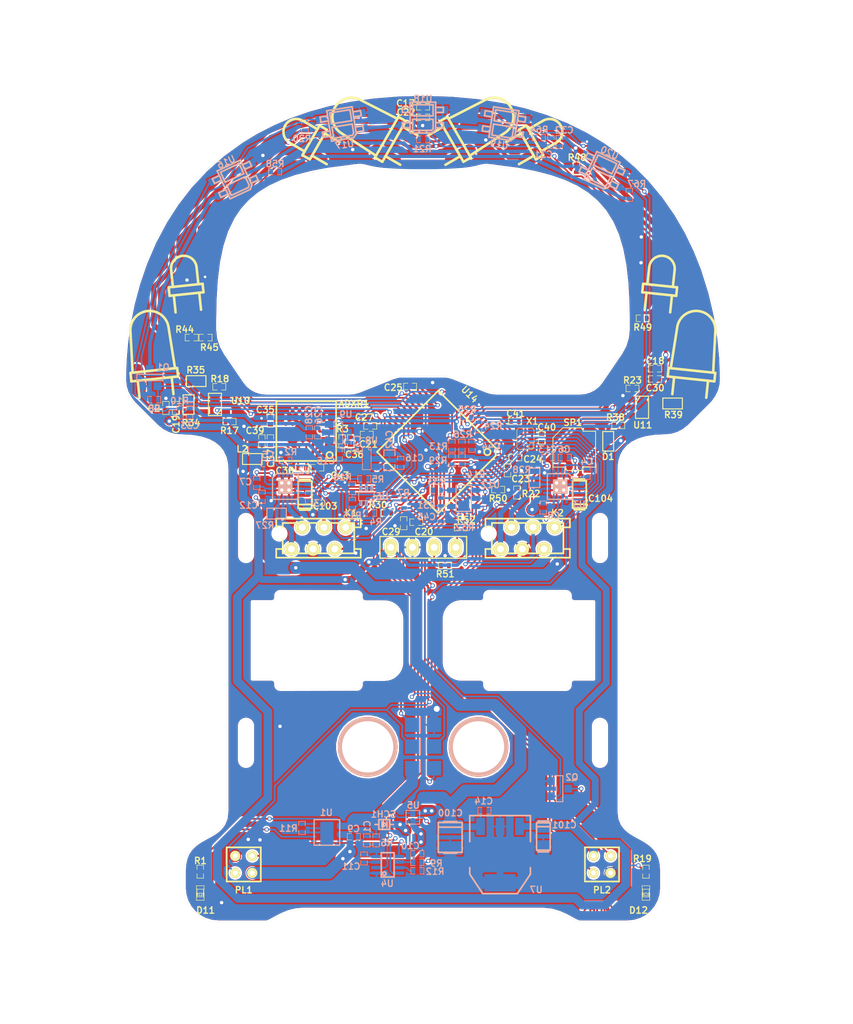
<source format=kicad_pcb>
(kicad_pcb (version 4) (host pcbnew "(2014-11-26 BZR 4805)-product")
  (title_block (title "ZHONX III") (rev "Aout 2014") (company PACABOT) (comment 1 "PLF 2014"))
  (layers (0 F.Cu signal hide) (31 B.Cu signal) (34 B.Paste user) (35 F.Paste user) (36 B.SilkS user) (37 F.SilkS user) (38 B.Mask user) (39 F.Mask user) (44 Edge.Cuts user))
  (net 0 "")
  (net 1 +3.3V)
  (net 2 +3.3VADC)
  (net 3 +5V)
  (net 4 +5VA)
  (net 5 +8V)
  (net 6 +9V)
  (net 7 +BATT)
  (net 8 Diag_TX)
  (net 9 Enable_IR_Line)
  (net 10 FL)
  (net 11 GET_BAT_ADC)
  (net 12 GND)
  (net 13 GPIO_BASE)
  (net 14 GYRO_RATE)
  (net 15 GYRO_TEMP)
  (net 16 I2C_SCL)
  (net 17 I2C_SDA)
  (net 18 LDiag_RX)
  (net 19 LFront_RX)
  (net 20 LFront_TX)
  (net 21 L_ENC_A)
  (net 22 L_ENC_B)
  (net 23 L_IN1)
  (net 24 L_IN2)
  (net 25 Line_IR_F)
  (net 26 Line_IR_L1)
  (net 27 Line_IR_L2)
  (net 28 Line_IR_R1)
  (net 29 Line_IR_R2)
  (net 30 N-000001)
  (net 31 N-00000100)
  (net 32 N-00000101)
  (net 33 N-00000102)
  (net 34 N-00000103)
  (net 35 N-0000011)
  (net 36 N-0000012)
  (net 37 N-0000013)
  (net 38 N-0000014)
  (net 39 N-0000015)
  (net 40 N-000002)
  (net 41 N-000003)
  (net 42 N-0000037)
  (net 43 N-0000045)
  (net 44 N-0000047)
  (net 45 N-0000048)
  (net 46 N-0000049)
  (net 47 N-000005)
  (net 48 N-0000052)
  (net 49 N-0000053)
  (net 50 N-0000055)
  (net 51 N-0000056)
  (net 52 N-0000057)
  (net 53 N-0000058)
  (net 54 N-0000059)
  (net 55 N-000006)
  (net 56 N-0000060)
  (net 57 N-0000061)
  (net 58 N-0000063)
  (net 59 N-0000064)
  (net 60 N-0000065)
  (net 61 N-0000067)
  (net 62 N-0000068)
  (net 63 N-0000069)
  (net 64 N-0000071)
  (net 65 N-0000072)
  (net 66 N-0000073)
  (net 67 N-0000074)
  (net 68 N-0000075)
  (net 69 N-0000076)
  (net 70 N-0000079)
  (net 71 N-000008)
  (net 72 N-0000080)
  (net 73 N-0000082)
  (net 74 N-0000083)
  (net 75 N-0000084)
  (net 76 N-0000085)
  (net 77 N-0000086)
  (net 78 N-0000087)
  (net 79 N-0000088)
  (net 80 N-0000093)
  (net 81 N-0000094)
  (net 82 N-0000097)
  (net 83 N-0000098)
  (net 84 N-0000099)
  (net 85 NSRST)
  (net 86 ON/OFF)
  (net 87 PA13/JTMS-SWDAT)
  (net 88 PA14/JTCK-SWCLK)
  (net 89 PIEZZO)
  (net 90 POWER_KILL)
  (net 91 PW_LED)
  (net 92 RDiag_RX)
  (net 93 RFront_RX)
  (net 94 RFront_TX)
  (net 95 R_ENC_A)
  (net 96 R_ENC_B)
  (net 97 R_IN1)
  (net 98 R_IN2)
  (net 99 SLEEP)
  (net 100 TEST_BAT)
  (net 101 USART_RX)
  (net 102 USART_TX)
  (net 103 WKUP)
  (net 104 WP_EEPROM)
  (module SOT23-5 (layer B.Cu) (at 109.36 108.39 270)
    (fp_text reference U12 (at -1.59 -3.14 360) (layer B.SilkS) (effects (font (size 0.75 0.75)) (justify mirror)))
    (fp_text value 24LC64T hide)
    (pad 1 smd rect (at -0.95 -1.4 270) (size 0.6 1.1) (layers B.Cu B.Paste B.Mask) (net 16 I2C_SCL))
    (pad 3 smd rect (at 0.95 -1.4 270) (size 0.6 1.1) (layers B.Cu B.Paste B.Mask) (net 17 I2C_SDA))
    (pad 5 smd rect (at -0.95 1.4 270) (size 0.6 1.1) (layers B.Cu B.Paste B.Mask) (net 104 WP_EEPROM))
    (pad 2 smd rect (at 0 -1.4 270) (size 0.6 1.1) (layers B.Cu B.Paste B.Mask) (net 12 GND))
    (pad 4 smd rect (at 0.95 1.4 270) (size 0.6 1.1) (layers B.Cu B.Paste B.Mask) (net 1 +3.3V))
  )
  (module QFN16_Termal_Pad (layer B.Cu) (at 88.45 107 270)
    (fp_text reference U2 (at -1.87 -2.24 360) (layer B.SilkS) (effects (font (size 0.75 0.75)) (justify mirror)))
    (fp_text value A3918 hide)
    (pad 1 smd oval (at -1.55 0.75 270) (size 0.9 0.3) (layers B.Cu B.Paste B.Mask) (net 53 N-0000058))
    (pad 2 smd oval (at -1.55 0.25 270) (size 0.9 0.3) (layers B.Cu B.Paste B.Mask) (net 12 GND))
    (pad 3 smd oval (at -1.55 -0.25 270) (size 0.9 0.3) (layers B.Cu B.Paste B.Mask) (net 99 SLEEP))
    (pad 4 smd oval (at -1.55 -0.75 270) (size 0.9 0.3) (layers B.Cu B.Paste B.Mask) (net 23 L_IN1))
    (pad 5 smd oval (at -0.75 -1.55 180) (size 0.9 0.3) (layers B.Cu B.Paste B.Mask) (net 24 L_IN2))
    (pad 6 smd oval (at -0.25 -1.55 180) (size 0.9 0.3) (layers B.Cu B.Paste B.Mask) (net 12 GND))
    (pad 7 smd oval (at 0.25 -1.55 180) (size 0.9 0.3) (layers B.Cu B.Paste B.Mask) (net 10 FL))
    (pad 8 smd oval (at 0.75 -1.55 180) (size 0.9 0.3) (layers B.Cu B.Paste B.Mask) (net 12 GND))
    (pad 9 smd oval (at 1.55 -0.75 90) (size 0.9 0.3) (layers B.Cu B.Paste B.Mask) (net 5 +8V))
    (pad 10 smd oval (at 1.55 -0.25 90) (size 0.9 0.3) (layers B.Cu B.Paste B.Mask) (net 51 N-0000056))
    (pad 11 smd oval (at 1.55 0.25 90) (size 0.9 0.3) (layers B.Cu B.Paste B.Mask) (net 56 N-0000060))
    (pad 12 smd oval (at 1.55 0.75 90) (size 0.9 0.3) (layers B.Cu B.Paste B.Mask) (net 50 N-0000055))
    (pad 13 smd oval (at 0.75 1.55) (size 0.9 0.3) (layers B.Cu B.Paste B.Mask) (net 52 N-0000057))
    (pad 14 smd oval (at 0.25 1.55) (size 0.9 0.3) (layers B.Cu B.Paste B.Mask) (net 59 N-0000064))
    (pad 15 smd oval (at -0.25 1.55) (size 0.9 0.3) (layers B.Cu B.Paste B.Mask) (net 58 N-0000063))
    (pad 16 smd oval (at -0.75 1.55) (size 0.9 0.3) (layers B.Cu B.Paste B.Mask) (net 57 N-0000061))
    (pad 17 thru_hole rect (at 0.42 0.42) (size 0.85 0.85) (drill 0.4) (layers *.Cu B.Paste B.SilkS B.Mask) (net 12 GND))
    (pad 17 thru_hole rect (at -0.42 -0.42) (size 0.85 0.85) (drill 0.4) (layers *.Cu B.Paste B.SilkS B.Mask) (net 12 GND))
    (pad 17 thru_hole rect (at -0.42 0.42) (size 0.85 0.85) (drill 0.4) (layers *.Cu B.Paste B.SilkS B.Mask) (net 12 GND))
    (pad 17 thru_hole rect (at 0.42 -0.42) (size 0.85 0.85) (drill 0.4) (layers *.Cu B.Paste B.SilkS B.Mask) (net 12 GND))
  )
  (module QFN16_Termal_Pad (layer B.Cu) (at 120.67 107 180)
    (fp_text reference U3 (at -2.23 -2.1 180) (layer B.SilkS) (effects (font (size 0.75 0.75)) (justify mirror)))
    (fp_text value A3918 hide)
    (pad 1 smd oval (at -1.55 0.75 180) (size 0.9 0.3) (layers B.Cu B.Paste B.Mask) (net 45 N-0000048))
    (pad 2 smd oval (at -1.55 0.25 180) (size 0.9 0.3) (layers B.Cu B.Paste B.Mask) (net 12 GND))
    (pad 3 smd oval (at -1.55 -0.25 180) (size 0.9 0.3) (layers B.Cu B.Paste B.Mask) (net 99 SLEEP))
    (pad 4 smd oval (at -1.55 -0.75 180) (size 0.9 0.3) (layers B.Cu B.Paste B.Mask) (net 97 R_IN1))
    (pad 5 smd oval (at -0.75 -1.55 90) (size 0.9 0.3) (layers B.Cu B.Paste B.Mask) (net 98 R_IN2))
    (pad 6 smd oval (at -0.25 -1.55 90) (size 0.9 0.3) (layers B.Cu B.Paste B.Mask) (net 12 GND))
    (pad 7 smd oval (at 0.25 -1.55 90) (size 0.9 0.3) (layers B.Cu B.Paste B.Mask) (net 10 FL))
    (pad 8 smd oval (at 0.75 -1.55 90) (size 0.9 0.3) (layers B.Cu B.Paste B.Mask) (net 12 GND))
    (pad 9 smd oval (at 1.55 -0.75) (size 0.9 0.3) (layers B.Cu B.Paste B.Mask) (net 5 +8V))
    (pad 10 smd oval (at 1.55 -0.25) (size 0.9 0.3) (layers B.Cu B.Paste B.Mask) (net 43 N-0000045))
    (pad 11 smd oval (at 1.55 0.25) (size 0.9 0.3) (layers B.Cu B.Paste B.Mask) (net 46 N-0000049))
    (pad 12 smd oval (at 1.55 0.75) (size 0.9 0.3) (layers B.Cu B.Paste B.Mask) (net 44 N-0000047))
    (pad 13 smd oval (at 0.75 1.55 270) (size 0.9 0.3) (layers B.Cu B.Paste B.Mask) (net 49 N-0000053))
    (pad 14 smd oval (at 0.25 1.55 270) (size 0.9 0.3) (layers B.Cu B.Paste B.Mask) (net 63 N-0000069))
    (pad 15 smd oval (at -0.25 1.55 270) (size 0.9 0.3) (layers B.Cu B.Paste B.Mask) (net 65 N-0000072))
    (pad 16 smd oval (at -0.75 1.55 270) (size 0.9 0.3) (layers B.Cu B.Paste B.Mask) (net 48 N-0000052))
    (pad 17 thru_hole rect (at 0.42 0.42 270) (size 0.85 0.85) (drill 0.4) (layers *.Cu B.Paste B.SilkS B.Mask) (net 12 GND))
    (pad 17 thru_hole rect (at -0.42 -0.42 270) (size 0.85 0.85) (drill 0.4) (layers *.Cu B.Paste B.SilkS B.Mask) (net 12 GND))
    (pad 17 thru_hole rect (at -0.42 0.42 270) (size 0.85 0.85) (drill 0.4) (layers *.Cu B.Paste B.SilkS B.Mask) (net 12 GND))
    (pad 17 thru_hole rect (at 0.42 -0.42 270) (size 0.85 0.85) (drill 0.4) (layers *.Cu B.Paste B.SilkS B.Mask) (net 12 GND))
  )
  (module IR_RF (layer F.Cu) (at 132.076 86.4393 354)
    (fp_text reference IR4 hide)
    (fp_text value R_Front hide)
    (pad 1 smd oval (at 2.75 7.5 354) (size 1.6 4) (layers F.Cu F.Mask) (net 3 +5V))
    (pad 2 smd oval (at 6.75 7.5 354) (size 1.6 4) (layers F.Cu F.Mask) (net 68 N-0000075))
    (pad 3 smd oval (at -1.5 -1.5 354) (size 1.6 3) (layers F.Cu F.Mask) (net 93 RFront_RX))
    (pad 4 smd oval (at 1.5 -1.5 354) (size 1.6 3) (layers F.Cu F.Mask) (net 2 +3.3VADC))
  )
  (module IR_RD (layer F.Cu) (at 116.826 66.9393 300)
    (fp_text reference IR3 hide)
    (fp_text value R_Diag hide)
    (pad 1 smd oval (at -6.75 7.5 300) (size 1.6 4) (layers F.Cu F.Mask) (net 3 +5V))
    (pad 2 smd oval (at -2.75 7.5 300) (size 1.6 4) (layers F.Cu F.Mask) (net 66 N-0000073))
    (pad 3 smd oval (at -1.5 0.5 300) (size 1.6 3) (layers F.Cu F.Mask) (net 92 RDiag_RX))
    (pad 4 smd oval (at 1.5 0.5 300) (size 1.6 3) (layers F.Cu F.Mask) (net 2 +3.3VADC))
  )
  (module IR_LD (layer F.Cu) (at 92.326 66.9393 60)
    (fp_text reference IR2 hide)
    (fp_text value L_Diag hide)
    (pad 1 smd oval (at 2.75 7.5 60) (size 1.6 4) (layers F.Cu F.Mask) (net 66 N-0000073))
    (pad 2 smd oval (at 6.75 7.5 60) (size 1.6 4) (layers F.Cu F.Mask) (net 69 N-0000076))
    (pad 3 smd oval (at -1.5 0.5 60) (size 1.6 3) (layers F.Cu F.Mask) (net 18 LDiag_RX))
    (pad 4 smd oval (at 1.5 0.5 60) (size 1.6 3) (layers F.Cu F.Mask) (net 2 +3.3VADC))
  )
  (module IR_LF (layer F.Cu) (at 77.076 86.4393 6)
    (fp_text reference IR1 hide)
    (fp_text value L_Front hide)
    (pad 1 smd oval (at -6.75 7.5 6) (size 1.6 4) (layers F.Cu F.Mask) (net 3 +5V))
    (pad 2 smd oval (at -2.75 7.5 6) (size 1.6 4) (layers F.Cu F.Mask) (net 72 N-0000080))
    (pad 3 smd oval (at -1.5 -1.5 6) (size 1.6 3) (layers F.Cu F.Mask) (net 19 LFront_RX))
    (pad 4 smd oval (at 1.5 -1.5 6) (size 1.6 3) (layers F.Cu F.Mask) (net 2 +3.3VADC))
  )
  (module Connecteur_Moteur_Zhonx (layer F.Cu) (at 116.225 113.05 180)
    (fp_text reference K2 (at -4.125 2.95 180) (layer F.SilkS) (effects (font (size 0.75 0.75))))
    (fp_text value R_Motor hide)
    (pad 6 thru_hole circle (at -3.81 1.27 180) (size 1.6 1.6) (drill 0.8) (layers *.Cu *.Mask F.SilkS) (net 96 R_ENC_B))
    (pad 5 thru_hole circle (at -2.54 -1.27 180) (size 1.6 1.6) (drill 0.8) (layers *.Cu *.Mask F.SilkS) (net 95 R_ENC_A))
    (pad 4 thru_hole circle (at -1.27 1.27 180) (size 1.6 1.6) (drill 0.8) (layers *.Cu *.Mask F.SilkS) (net 3 +5V))
    (pad 3 thru_hole circle (at 0 -1.27 180) (size 1.6 1.6) (drill 0.8) (layers *.Cu *.Mask F.SilkS) (net 12 GND))
    (pad 2 thru_hole circle (at 1.27 1.27 180) (size 1.6 1.6) (drill 0.8) (layers *.Cu *.Mask F.SilkS) (net 43 N-0000045))
    (pad 1 thru_hole circle (at 2.54 -1.27 180) (size 1.6 1.6) (drill 0.8) (layers *.Cu *.Mask F.SilkS) (net 44 N-0000047))
    (pad "" np_thru_hole circle (at 3.937 0.5334 180) (size 1.5 1.5) (drill 1.5) (layers *.Cu *.Mask F.SilkS))
  )
  (module Connecteur_Moteur_Zhonx (layer F.Cu) (at 91.7 113.05 180)
    (fp_text reference K1 (at -4.45 2.95 180) (layer F.SilkS) (effects (font (size 0.75 0.75))))
    (fp_text value L_Motor hide)
    (pad 6 thru_hole circle (at -3.81 1.27 180) (size 1.6 1.6) (drill 0.8) (layers *.Cu *.Mask F.SilkS) (net 21 L_ENC_A))
    (pad 5 thru_hole circle (at -2.54 -1.27 180) (size 1.6 1.6) (drill 0.8) (layers *.Cu *.Mask F.SilkS) (net 22 L_ENC_B))
    (pad 4 thru_hole circle (at -1.27 1.27 180) (size 1.6 1.6) (drill 0.8) (layers *.Cu *.Mask F.SilkS) (net 3 +5V))
    (pad 3 thru_hole circle (at 0 -1.27 180) (size 1.6 1.6) (drill 0.8) (layers *.Cu *.Mask F.SilkS) (net 12 GND))
    (pad 2 thru_hole circle (at 1.27 1.27 180) (size 1.6 1.6) (drill 0.8) (layers *.Cu *.Mask F.SilkS) (net 51 N-0000056))
    (pad 1 thru_hole circle (at 2.54 -1.27 180) (size 1.6 1.6) (drill 0.8) (layers *.Cu *.Mask F.SilkS) (net 50 N-0000055))
    (pad "" np_thru_hole circle (at 3.937 0.5334 180) (size 1.5 1.5) (drill 1.5) (layers *.Cu *.Mask F.SilkS))
  )
  (module Platine_Zhonx_III (layer F.Cu) (at 104.575 152.275)
    (fp_text reference PL1 (at -21 2) (layer F.SilkS) (effects (font (size 0.75 0.75))))
    (fp_text value PLATINE_ZHONX_III hide)
    (fp_text user PL2 (at 21 2) (layer F.SilkS) (effects (font (size 0.75 0.75))))
    (pad 1 thru_hole circle (at -22 -2) (size 1.2 1.2) (drill 0.6) (layers *.Cu *.Mask F.SilkS) (net 12 GND))
    (pad 3 thru_hole circle (at -22 0) (size 1.2 1.2) (drill 0.6) (layers *.Cu *.Mask F.SilkS) (net 85 NSRST))
    (pad 4 thru_hole circle (at -20 0) (size 1.2 1.2) (drill 0.6) (layers *.Cu *.Mask F.SilkS) (net 7 +BATT))
    (pad 2 thru_hole circle (at -20 -2) (size 1.2 1.2) (drill 0.6) (layers *.Cu *.Mask F.SilkS) (net 86 ON/OFF))
    (pad 5 thru_hole circle (at 20 -2) (size 1.2 1.2) (drill 0.6) (layers *.Cu *.Mask F.SilkS) (net 3 +5V))
    (pad 7 thru_hole circle (at 20 0) (size 1.2 1.2) (drill 0.6) (layers *.Cu *.Mask F.SilkS) (net 16 I2C_SCL))
    (pad 8 thru_hole circle (at 22 0) (size 1.2 1.2) (drill 0.6) (layers *.Cu *.Mask F.SilkS) (net 12 GND))
    (pad 6 thru_hole circle (at 22 -2) (size 1.2 1.2) (drill 0.6) (layers *.Cu *.Mask F.SilkS) (net 17 I2C_SDA))
  )
  (module Conn_Serial_Zhonx (layer F.Cu) (at 104.625 114.125 180)
    (fp_text reference K3 hide)
    (fp_text value USART hide)
    (pad 1 thru_hole oval (at -3.81 0 180) (size 1.5 2) (drill 0.8) (layers *.Cu *.Mask F.SilkS) (net 71 N-000008))
    (pad 2 thru_hole oval (at -1.27 0 180) (size 1.5 2) (drill 0.8) (layers *.Cu *.Mask F.SilkS) (net 55 N-000006))
    (pad 4 thru_hole oval (at 3.81 0 180) (size 1.5 2) (drill 0.8) (layers *.Cu *.Mask F.SilkS) (net 3 +5V))
    (pad 3 thru_hole oval (at 1.27 0 180) (size 1.5 2) (drill 0.8) (layers *.Cu *.Mask F.SilkS) (net 12 GND))
  )
  (module Zhonx_III_JTAG (layer B.Cu) (at 104.6 137.5 270)
    (fp_text reference P1 hide)
    (fp_text value JTAG hide)
    (pad 1 smd rect (at -2.58 -1.27 270) (size 1.69926 1.69926) (layers B.Cu B.Paste B.Mask) (net 12 GND))
    (pad 2 smd rect (at -2.58 1.27 270) (size 1.69926 1.69926) (layers B.Cu B.Paste B.Mask) (net 13 GPIO_BASE))
    (pad 3 smd rect (at -0.04 -1.27 270) (size 1.69926 1.69926) (layers B.Cu B.Paste B.Mask) (net 87 PA13/JTMS-SWDAT))
    (pad 4 smd rect (at -0.04 1.27 270) (size 1.69926 1.69926) (layers B.Cu B.Paste B.Mask) (net 85 NSRST))
    (pad 5 smd rect (at 2.5 -1.27 270) (size 1.69926 1.69926) (layers B.Cu B.Paste B.Mask) (net 88 PA14/JTCK-SWCLK))
    (pad 6 smd rect (at 2.5 1.27 270) (size 1.69926 1.69926) (layers B.Cu B.Paste B.Mask) (net 6 +9V))
    (pad "" thru_hole circle (at 0 6.5 270) (size 7 7) (drill 6) (layers *.Cu *.Mask B.SilkS))
    (pad "" thru_hole circle (at 0 -6.5 270) (size 7 7) (drill 6) (layers *.Cu *.Mask B.SilkS))
  )
  (module QRE1113GR (layer B.Cu) (at 104.575 63.775 180)
    (fp_text reference U18 (at -0.005 2.205 180) (layer B.SilkS) (effects (font (size 0.75 0.75)) (justify mirror)))
    (fp_text value Line_3 hide)
    (pad 1 smd rect (at -2.30124 -0.89916 180) (size 1.30048 0.89916) (layers B.Cu B.Paste B.Mask) (net 30 N-000001))
    (pad 2 smd rect (at 2.30124 -0.89916 180) (size 1.30048 0.89916) (layers B.Cu B.Paste B.Mask) (net 35 N-0000011))
    (pad 3 smd rect (at 2.30124 0.89916 180) (size 1.30048 0.89916) (layers B.Cu B.Paste B.Mask) (net 25 Line_IR_F))
    (pad 4 smd rect (at -2.30124 0.89916 180) (size 1.30048 0.89916) (layers B.Cu B.Paste B.Mask) (net 12 GND))
  )
  (module Quartz_8Z-16MHz (layer F.Cu) (at 116.6 101.4 270)
    (fp_text reference X1 (at -2.05 -0.8 360) (layer F.SilkS) (effects (font (size 0.75 0.75))))
    (fp_text value 16MHz hide)
    (pad 1 smd rect (at -0.92456 0.7747 270) (size 1.00076 0.89916) (layers F.Cu F.Paste F.Mask) (net 70 N-0000079))
    (pad 2 smd rect (at 0.92456 0.7747 270) (size 1.00076 0.89916) (layers F.Cu F.Paste F.Mask) (net 12 GND))
    (pad 3 smd rect (at 0.92456 -0.7747 270) (size 1.00076 0.89916) (layers F.Cu F.Paste F.Mask) (net 39 N-0000015))
    (pad 4 smd rect (at -0.92456 -0.7747 270) (size 1.00076 0.89916) (layers F.Cu F.Paste F.Mask) (net 12 GND))
  )
  (module QRE1113GR (layer B.Cu) (at 82.575 71.025 205)
    (fp_text reference U16 (at 0.09906 2.30124 205) (layer B.SilkS) (effects (font (size 0.75 0.75)) (justify mirror)))
    (fp_text value Line_1 hide)
    (pad 1 smd rect (at -2.30124 -0.89916 205) (size 1.30048 0.89916) (layers B.Cu B.Paste B.Mask) (net 77 N-0000086))
    (pad 2 smd rect (at 2.30124 -0.89916 205) (size 1.30048 0.89916) (layers B.Cu B.Paste B.Mask) (net 67 N-0000074))
    (pad 3 smd rect (at 2.30124 0.89916 205) (size 1.30048 0.89916) (layers B.Cu B.Paste B.Mask) (net 27 Line_IR_L2))
    (pad 4 smd rect (at -2.30124 0.89916 205) (size 1.30048 0.89916) (layers B.Cu B.Paste B.Mask) (net 12 GND))
  )
  (module QRE1113GR (layer B.Cu) (at 125.575 70.025 155)
    (fp_text reference U20 (at 0.09906 2.30124 155) (layer B.SilkS) (effects (font (size 0.75 0.75)) (justify mirror)))
    (fp_text value Line_5 hide)
    (pad 1 smd rect (at -2.30124 -0.89916 155) (size 1.30048 0.89916) (layers B.Cu B.Paste B.Mask) (net 79 N-0000088))
    (pad 2 smd rect (at 2.30124 -0.89916 155) (size 1.30048 0.89916) (layers B.Cu B.Paste B.Mask) (net 67 N-0000074))
    (pad 3 smd rect (at 2.30124 0.89916 155) (size 1.30048 0.89916) (layers B.Cu B.Paste B.Mask) (net 29 Line_IR_R2))
    (pad 4 smd rect (at -2.30124 0.89916 155) (size 1.30048 0.89916) (layers B.Cu B.Paste B.Mask) (net 12 GND))
  )
  (module QRE1113GR (layer B.Cu) (at 114.075 64.525 171)
    (fp_text reference U19 (at 0.183383 -2.453899 171) (layer B.SilkS) (effects (font (size 0.75 0.75)) (justify mirror)))
    (fp_text value Line_4 hide)
    (pad 1 smd rect (at -2.30124 -0.89916 171) (size 1.30048 0.89916) (layers B.Cu B.Paste B.Mask) (net 78 N-0000087))
    (pad 2 smd rect (at 2.30124 -0.89916 171) (size 1.30048 0.89916) (layers B.Cu B.Paste B.Mask) (net 30 N-000001))
    (pad 3 smd rect (at 2.30124 0.89916 171) (size 1.30048 0.89916) (layers B.Cu B.Paste B.Mask) (net 28 Line_IR_R1))
    (pad 4 smd rect (at -2.30124 0.89916 171) (size 1.30048 0.89916) (layers B.Cu B.Paste B.Mask) (net 12 GND))
  )
  (module LTC2955 (layer B.Cu) (at 100.45 151.65 90)
    (fp_text reference U4 (at -1.85 -0.05 360) (layer B.SilkS) (effects (font (size 0.75 0.75)) (justify mirror)))
    (fp_text value LTC2955CTS8-2 hide)
    (pad 1 smd rect (at -0.65 -1.31 90) (size 0.4 1.22) (layers B.Cu B.Paste B.Mask) (net 12 GND))
    (pad 2 smd rect (at 0 -1.31 90) (size 0.4 1.22) (layers B.Cu B.Paste B.Mask) (net 90 POWER_KILL))
    (pad 3 smd rect (at 0.65 -1.31 90) (size 0.4 1.22) (layers B.Cu B.Paste B.Mask) (net 82 N-0000097))
    (pad 4 smd rect (at 1.3 -1.31 90) (size 0.4 1.22) (layers B.Cu B.Paste B.Mask) (net 12 GND))
    (pad 5 smd rect (at 1.3 1.31 90) (size 0.4 1.22) (layers B.Cu B.Paste B.Mask) (net 86 ON/OFF))
    (pad 6 smd rect (at 0.65 1.31 90) (size 0.4 1.22) (layers B.Cu B.Paste B.Mask) (net 41 N-000003))
    (pad 7 smd rect (at 0 1.31 90) (size 0.4 1.22) (layers B.Cu B.Paste B.Mask) (net 36 N-0000012))
    (pad 8 smd rect (at -0.65 1.31 90) (size 0.4 1.22) (layers B.Cu B.Paste B.Mask) (net 103 WKUP))
  )
  (module LED-0603 (layer F.Cu) (at 78.475 154.625 270)
    (fp_text reference D11 (at 2.025 -0.625 360) (layer F.SilkS) (effects (font (size 0.75 0.75))))
    (fp_text value Bleue hide)
    (pad 1 smd rect (at -0.7493 0 270) (size 0.79756 0.79756) (layers F.Cu F.Paste F.Mask) (net 83 N-0000098))
    (pad 2 smd rect (at 0.7493 0 270) (size 0.79756 0.79756) (layers F.Cu F.Paste F.Mask) (net 37 N-0000013))
  )
  (module SOD323 (layer B.Cu) (at 100.05 146.6)
    (fp_text reference SCH1 (at -0.1 -1.2) (layer B.SilkS) (effects (font (size 0.75 0.75)) (justify mirror)))
    (fp_text value BAT60 hide)
    (pad 1 smd rect (at -0.9525 0) (size 0.6 0.45) (layers B.Cu B.Paste B.Mask) (net 6 +9V))
    (pad 2 smd rect (at 0.9525 0) (size 0.6 0.45) (layers B.Cu B.Paste B.Mask) (net 41 N-000003))
  )
  (module SOT223 (layer B.Cu) (at 113.625 150.125)
    (fp_text reference U7 (at 4.235 4.115) (layer B.SilkS) (effects (font (size 0.75 0.75)) (justify mirror)))
    (fp_text value LM2940 hide)
    (pad 4 smd rect (at 0 3.302) (size 3.6576 2.032) (layers B.Cu B.Paste B.Mask) (net 12 GND))
    (pad 2 smd rect (at 0 -3.302) (size 1.016 2.032) (layers B.Cu B.Paste B.Mask) (net 12 GND))
    (pad 3 smd rect (at 2.286 -3.302) (size 1.016 2.032) (layers B.Cu B.Paste B.Mask) (net 3 +5V))
    (pad 1 smd rect (at -2.286 -3.302) (size 1.016 2.032) (layers B.Cu B.Paste B.Mask) (net 5 +8V))
  )
  (module SM0603_Capa (layer B.Cu) (at 100.65 103.925 90)
    (fp_text reference C42 (at 2.425 0 90) (layer B.SilkS) (effects (font (size 0.75 0.75)) (justify mirror)))
    (fp_text value 10uF hide)
    (pad 1 smd rect (at -0.762 0 90) (size 0.635 1.143) (layers B.Cu B.Paste B.Mask) (net 1 +3.3V))
    (pad 2 smd rect (at 0.762 0 90) (size 0.635 1.143) (layers B.Cu B.Paste B.Mask) (net 12 GND))
  )
  (module LED-0603 (layer F.Cu) (at 130.725 154.625 270)
    (fp_text reference D12 (at 2.025 0.875 360) (layer F.SilkS) (effects (font (size 0.75 0.75))))
    (fp_text value Blanc hide)
    (pad 1 smd rect (at -0.7493 0 270) (size 0.79756 0.79756) (layers F.Cu F.Paste F.Mask) (net 81 N-0000094))
    (pad 2 smd rect (at 0.7493 0 270) (size 0.79756 0.79756) (layers F.Cu F.Paste F.Mask) (net 54 N-0000059))
  )
  (module TQFP_64 (layer F.Cu) (at 106.5 102.95 135)
    (fp_text reference U14 (at 2.262742 7.2832 135) (layer F.SilkS) (effects (font (size 0.75 0.75))))
    (fp_text value STM32F405RGT6 hide)
    (pad 1 smd rect (at -3.74904 5.86994 135) (size 0.24892 1.524) (layers F.Cu F.Paste F.Mask) (net 1 +3.3V))
    (pad 2 smd oval (at -3.24866 5.86994 135) (size 0.24892 1.524) (layers F.Cu F.Paste F.Mask))
    (pad 3 smd oval (at -2.74828 5.86994 135) (size 0.24892 1.524) (layers F.Cu F.Paste F.Mask))
    (pad 4 smd oval (at -2.2479 5.86994 135) (size 0.24892 1.524) (layers F.Cu F.Paste F.Mask))
    (pad 5 smd oval (at -1.74752 5.86994 135) (size 0.24892 1.524) (layers F.Cu F.Paste F.Mask) (net 39 N-0000015))
    (pad 6 smd oval (at -1.24968 5.86994 135) (size 0.24892 1.524) (layers F.Cu F.Paste F.Mask) (net 70 N-0000079))
    (pad 7 smd oval (at -0.7493 5.86994 135) (size 0.24892 1.524) (layers F.Cu F.Paste F.Mask) (net 85 NSRST))
    (pad 8 smd oval (at -0.24892 5.86994 135) (size 0.24892 1.524) (layers F.Cu F.Paste F.Mask) (net 92 RDiag_RX))
    (pad 9 smd oval (at 0.25146 5.86994 135) (size 0.24892 1.524) (layers F.Cu F.Paste F.Mask) (net 93 RFront_RX))
    (pad 10 smd oval (at 0.75184 5.86994 135) (size 0.24892 1.524) (layers F.Cu F.Paste F.Mask) (net 29 Line_IR_R2))
    (pad 11 smd oval (at 1.25222 5.86994 135) (size 0.24892 1.524) (layers F.Cu F.Paste F.Mask) (net 28 Line_IR_R1))
    (pad 12 smd oval (at 1.75006 5.86994 135) (size 0.24892 1.524) (layers F.Cu F.Paste F.Mask) (net 12 GND))
    (pad 13 smd oval (at 2.25044 5.86994 135) (size 0.24892 1.524) (layers F.Cu F.Paste F.Mask) (net 2 +3.3VADC))
    (pad 14 smd oval (at 2.75082 5.86994 135) (size 0.24892 1.524) (layers F.Cu F.Paste F.Mask) (net 103 WKUP))
    (pad 15 smd oval (at 3.2512 5.86994 135) (size 0.24892 1.524) (layers F.Cu F.Paste F.Mask) (net 25 Line_IR_F))
    (pad 16 smd oval (at 3.75158 5.86994 135) (size 0.24892 1.524) (layers F.Cu F.Paste F.Mask) (net 9 Enable_IR_Line))
    (pad 17 smd oval (at 6.0325 3.74904 135) (size 1.524 0.24892) (layers F.Cu F.Paste F.Mask) (net 27 Line_IR_L2))
    (pad 18 smd oval (at 6.0325 3.24866 135) (size 1.524 0.24892) (layers F.Cu F.Paste F.Mask) (net 12 GND))
    (pad 19 smd oval (at 6.0325 2.74828 135) (size 1.524 0.24892) (layers F.Cu F.Paste F.Mask) (net 1 +3.3V))
    (pad 20 smd oval (at 6.0325 2.2479 135) (size 1.524 0.24892) (layers F.Cu F.Paste F.Mask) (net 26 Line_IR_L1))
    (pad 21 smd oval (at 6.0325 1.74752 135) (size 1.524 0.24892) (layers F.Cu F.Paste F.Mask) (net 18 LDiag_RX))
    (pad 22 smd oval (at 6.0325 1.24968 135) (size 1.524 0.24892) (layers F.Cu F.Paste F.Mask) (net 19 LFront_RX))
    (pad 23 smd oval (at 6.0325 0.7493 135) (size 1.524 0.24892) (layers F.Cu F.Paste F.Mask) (net 15 GYRO_TEMP))
    (pad 24 smd oval (at 6.0325 0.24892 135) (size 1.524 0.24892) (layers F.Cu F.Paste F.Mask) (net 14 GYRO_RATE))
    (pad 25 smd oval (at 6.0325 -0.25146 135) (size 1.524 0.24892) (layers F.Cu F.Paste F.Mask) (net 100 TEST_BAT))
    (pad 26 smd oval (at 6.0325 -0.75184 135) (size 1.524 0.24892) (layers F.Cu F.Paste F.Mask) (net 11 GET_BAT_ADC))
    (pad 27 smd oval (at 6.0325 -1.25222 135) (size 1.524 0.24892) (layers F.Cu F.Paste F.Mask) (net 20 LFront_TX))
    (pad 28 smd oval (at 6.0325 -1.75006 135) (size 1.524 0.24892) (layers F.Cu F.Paste F.Mask))
    (pad 29 smd oval (at 6.0325 -2.25044 135) (size 1.524 0.24892) (layers F.Cu F.Paste F.Mask) (net 94 RFront_TX))
    (pad 30 smd oval (at 6.0325 -2.75082 135) (size 1.524 0.24892) (layers F.Cu F.Paste F.Mask) (net 8 Diag_TX))
    (pad 31 smd oval (at 6.0325 -3.2512 135) (size 1.524 0.24892) (layers F.Cu F.Paste F.Mask) (net 38 N-0000014))
    (pad 32 smd oval (at 6.0325 -3.75158 135) (size 1.524 0.24892) (layers F.Cu F.Paste F.Mask) (net 1 +3.3V))
    (pad 33 smd oval (at 3.75158 -6.0325 135) (size 0.24892 1.524) (layers F.Cu F.Paste F.Mask))
    (pad 34 smd oval (at 3.2512 -6.0325 135) (size 0.24892 1.524) (layers F.Cu F.Paste F.Mask))
    (pad 35 smd oval (at 2.75082 -6.0325 135) (size 0.24892 1.524) (layers F.Cu F.Paste F.Mask))
    (pad 36 smd oval (at 2.25044 -6.0325 135) (size 0.24892 1.524) (layers F.Cu F.Paste F.Mask))
    (pad 37 smd oval (at 1.75006 -6.0325 135) (size 0.24892 1.524) (layers F.Cu F.Paste F.Mask) (net 23 L_IN1))
    (pad 38 smd oval (at 1.25222 -6.0325 135) (size 0.24892 1.524) (layers F.Cu F.Paste F.Mask) (net 24 L_IN2))
    (pad 39 smd oval (at 0.75184 -6.0325 135) (size 0.24892 1.524) (layers F.Cu F.Paste F.Mask) (net 97 R_IN1))
    (pad 40 smd oval (at 0.25146 -6.0325 135) (size 0.24892 1.524) (layers F.Cu F.Paste F.Mask) (net 98 R_IN2))
    (pad 41 smd oval (at -0.24892 -6.0325 135) (size 0.24892 1.524) (layers F.Cu F.Paste F.Mask) (net 21 L_ENC_A))
    (pad 42 smd oval (at -0.7493 -6.0325 135) (size 0.24892 1.524) (layers F.Cu F.Paste F.Mask) (net 22 L_ENC_B))
    (pad 43 smd oval (at -1.24968 -6.0325 135) (size 0.24892 1.524) (layers F.Cu F.Paste F.Mask) (net 10 FL))
    (pad 44 smd oval (at -1.74752 -6.0325 135) (size 0.24892 1.524) (layers F.Cu F.Paste F.Mask) (net 99 SLEEP))
    (pad 45 smd oval (at -2.2479 -6.0325 135) (size 0.24892 1.524) (layers F.Cu F.Paste F.Mask) (net 13 GPIO_BASE))
    (pad 46 smd oval (at -2.74828 -6.0325 135) (size 0.24892 1.524) (layers F.Cu F.Paste F.Mask) (net 87 PA13/JTMS-SWDAT))
    (pad 47 smd oval (at -3.24866 -6.0325 135) (size 0.24892 1.524) (layers F.Cu F.Paste F.Mask) (net 40 N-000002))
    (pad 48 smd oval (at -3.74904 -6.0325 135) (size 0.24892 1.524) (layers F.Cu F.Paste F.Mask) (net 1 +3.3V))
    (pad 49 smd oval (at -5.86994 -3.75158 135) (size 1.524 0.24892) (layers F.Cu F.Paste F.Mask) (net 88 PA14/JTCK-SWCLK))
    (pad 50 smd oval (at -5.86994 -3.2512 135) (size 1.524 0.24892) (layers F.Cu F.Paste F.Mask) (net 91 PW_LED))
    (pad 52 smd oval (at -5.86994 -2.25044 135) (size 1.524 0.24892) (layers F.Cu F.Paste F.Mask) (net 101 USART_RX))
    (pad 51 smd oval (at -5.88772 -2.75082 135) (size 1.524 0.24892) (layers F.Cu F.Paste F.Mask) (net 102 USART_TX))
    (pad 53 smd oval (at -5.86994 -1.75006 135) (size 1.524 0.24892) (layers F.Cu F.Paste F.Mask))
    (pad 54 smd oval (at -5.86994 -1.25222 135) (size 1.524 0.24892) (layers F.Cu F.Paste F.Mask))
    (pad 55 smd oval (at -5.86994 -0.75184 135) (size 1.524 0.24892) (layers F.Cu F.Paste F.Mask) (net 104 WP_EEPROM))
    (pad 56 smd oval (at -5.86994 -0.25146 135) (size 1.524 0.24892) (layers F.Cu F.Paste F.Mask) (net 95 R_ENC_A))
    (pad 57 smd oval (at -5.86994 0.24892 135) (size 1.524 0.24892) (layers F.Cu F.Paste F.Mask) (net 96 R_ENC_B))
    (pad 58 smd oval (at -5.86994 0.7493 135) (size 1.524 0.24892) (layers F.Cu F.Paste F.Mask) (net 16 I2C_SCL))
    (pad 59 smd oval (at -5.86994 1.24206 135) (size 1.524 0.24892) (layers F.Cu F.Paste F.Mask) (net 17 I2C_SDA))
    (pad 60 smd oval (at -5.86994 1.74244 135) (size 1.524 0.24892) (layers F.Cu F.Paste F.Mask) (net 42 N-0000037))
    (pad 61 smd oval (at -5.86994 2.24282 135) (size 1.524 0.24892) (layers F.Cu F.Paste F.Mask) (net 90 POWER_KILL))
    (pad 62 smd oval (at -5.86994 2.7432 135) (size 1.524 0.24892) (layers F.Cu F.Paste F.Mask) (net 89 PIEZZO))
    (pad 63 smd oval (at -5.86994 3.24104 135) (size 1.524 0.24892) (layers F.Cu F.Paste F.Mask) (net 12 GND))
    (pad 64 smd oval (at -5.86994 3.74142 135) (size 1.524 0.24892) (layers F.Cu F.Paste F.Mask) (net 1 +3.3V))
  )
  (module SOT23_6 (layer F.Cu) (at 130.27 97.75 270)
    (fp_text reference U11 (at 2.05 -0.08 360) (layer F.SilkS) (effects (font (size 0.75 0.75))))
    (fp_text value BSL214N hide)
    (pad 6 smd rect (at -0.9525 -1.27 270) (size 0.70104 1.00076) (layers F.Cu F.Paste F.Mask) (net 31 N-00000100))
    (pad 5 smd rect (at 0 -1.27 270) (size 0.70104 1.00076) (layers F.Cu F.Paste F.Mask) (net 12 GND))
    (pad 4 smd rect (at 0.9525 -1.27 270) (size 0.70104 1.00076) (layers F.Cu F.Paste F.Mask) (net 32 N-00000101))
    (pad 3 smd rect (at 0.9525 1.27 270) (size 0.70104 1.00076) (layers F.Cu F.Paste F.Mask) (net 89 PIEZZO))
    (pad 2 smd rect (at 0 1.27 270) (size 0.70104 1.00076) (layers F.Cu F.Paste F.Mask) (net 12 GND))
    (pad 1 smd rect (at -0.9525 1.27 270) (size 0.70104 1.00076) (layers F.Cu F.Paste F.Mask) (net 94 RFront_TX))
  )
  (module SOT23_6 (layer F.Cu) (at 80.2 97.35 90)
    (fp_text reference U10 (at 0.4 3 180) (layer F.SilkS) (effects (font (size 0.75 0.75))))
    (fp_text value BSL214N hide)
    (pad 6 smd rect (at -0.9525 -1.27 90) (size 0.70104 1.00076) (layers F.Cu F.Paste F.Mask) (net 33 N-00000102))
    (pad 5 smd rect (at 0 -1.27 90) (size 0.70104 1.00076) (layers F.Cu F.Paste F.Mask) (net 12 GND))
    (pad 4 smd rect (at 0.9525 -1.27 90) (size 0.70104 1.00076) (layers F.Cu F.Paste F.Mask) (net 84 N-0000099))
    (pad 3 smd rect (at 0.9525 1.27 90) (size 0.70104 1.00076) (layers F.Cu F.Paste F.Mask) (net 8 Diag_TX))
    (pad 2 smd rect (at 0 1.27 90) (size 0.70104 1.00076) (layers F.Cu F.Paste F.Mask) (net 12 GND))
    (pad 1 smd rect (at -0.9525 1.27 90) (size 0.70104 1.00076) (layers F.Cu F.Paste F.Mask) (net 20 LFront_TX))
  )
  (module SOT23 (layer B.Cu) (at 98 103.75 270)
    (fp_text reference U8 (at -2.15 -0.55 360) (layer B.SilkS) (effects (font (size 0.75 0.75)) (justify mirror)))
    (fp_text value MCP1700 hide)
    (pad 3 smd rect (at 0 1.09982 270) (size 0.8001 1.00076) (layers B.Cu B.Paste B.Mask) (net 3 +5V))
    (pad 2 smd rect (at 0.9525 -1.09982 270) (size 0.8001 1.00076) (layers B.Cu B.Paste B.Mask) (net 1 +3.3V))
    (pad 1 smd rect (at -0.9525 -1.09982 270) (size 0.8001 1.00076) (layers B.Cu B.Paste B.Mask) (net 12 GND))
  )
  (module QRE1113GR (layer B.Cu) (at 95.075 64.525 189)
    (fp_text reference U17 (at 0.069796 -2.454298 189) (layer B.SilkS) (effects (font (size 0.75 0.75)) (justify mirror)))
    (fp_text value Line_2 hide)
    (pad 1 smd rect (at -2.30124 -0.89916 189) (size 1.30048 0.89916) (layers B.Cu B.Paste B.Mask) (net 35 N-0000011))
    (pad 2 smd rect (at 2.30124 -0.89916 189) (size 1.30048 0.89916) (layers B.Cu B.Paste B.Mask) (net 67 N-0000074))
    (pad 3 smd rect (at 2.30124 0.89916 189) (size 1.30048 0.89916) (layers B.Cu B.Paste B.Mask) (net 26 Line_IR_L1))
    (pad 4 smd rect (at -2.30124 0.89916 189) (size 1.30048 0.89916) (layers B.Cu B.Paste B.Mask) (net 12 GND))
  )
  (module MCP73213 (layer B.Cu) (at 93.325 147.525 270)
    (fp_text reference U1 (at -2.325 0.075 540) (layer B.SilkS) (effects (font (size 0.75 0.75)) (justify mirror)))
    (fp_text value MCP73213 hide)
    (pad 10 smd oval (at -1 1.55 270) (size 0.25 0.65) (layers B.Cu B.Paste B.Mask) (net 34 N-00000103))
    (pad 9 smd oval (at -0.5 1.55 270) (size 0.25 0.65) (layers B.Cu B.Paste B.Mask) (net 12 GND))
    (pad 8 smd oval (at 0 1.55 270) (size 0.25 0.65) (layers B.Cu B.Paste B.Mask) (net 12 GND))
    (pad 7 smd oval (at 0.5 1.55 270) (size 0.25 0.65) (layers B.Cu B.Paste B.Mask) (net 37 N-0000013))
    (pad 6 smd oval (at 1 1.55 270) (size 0.25 0.65) (layers B.Cu B.Paste B.Mask))
    (pad 5 smd oval (at 1 -1.55 270) (size 0.25 0.65) (layers B.Cu B.Paste B.Mask))
    (pad 4 smd oval (at 0.5 -1.55 270) (size 0.25 0.65) (layers B.Cu B.Paste B.Mask) (net 7 +BATT))
    (pad 3 smd oval (at 0 -1.55 270) (size 0.25 0.65) (layers B.Cu B.Paste B.Mask) (net 7 +BATT))
    (pad 2 smd oval (at -0.5 -1.55 270) (size 0.25 0.65) (layers B.Cu B.Paste B.Mask) (net 6 +9V))
    (pad 1 smd oval (at -1 -1.55 270) (size 0.25 0.65) (layers B.Cu B.Paste B.Mask) (net 6 +9V))
    (pad 8 smd rect (at 0 0 270) (size 2.48 1.55) (layers B.Cu B.Paste B.Mask) (net 12 GND))
  )
  (module SM0603 (layer F.Cu) (at 84.575 103.775)
    (fp_text reference L2 (at -1.185 -1.165) (layer F.SilkS) (effects (font (size 0.75 0.75))))
    (fp_text value 10uH hide)
    (pad 1 smd rect (at -0.762 0) (size 0.635 1.143) (layers F.Cu F.Paste F.Mask) (net 3 +5V))
    (pad 2 smd rect (at 0.762 0) (size 0.635 1.143) (layers F.Cu F.Paste F.Mask) (net 4 +5VA))
  )
  (module SM0603 (layer F.Cu) (at 126.3 101.7 270)
    (fp_text reference D1 (at 1.8 0 360) (layer F.SilkS) (effects (font (size 0.75 0.75))))
    (fp_text value 4148 hide)
    (pad 1 smd rect (at -0.762 0 270) (size 0.635 1.143) (layers F.Cu F.Paste F.Mask) (net 76 N-0000085))
    (pad 2 smd rect (at 0.762 0 270) (size 0.635 1.143) (layers F.Cu F.Paste F.Mask) (net 3 +5V))
  )
  (module SOT23 (layer B.Cu) (at 94.67 100.66 90)
    (fp_text reference U9 (at 2.11 0.88 180) (layer B.SilkS) (effects (font (size 0.75 0.75)) (justify mirror)))
    (fp_text value MCP1700 hide)
    (pad 3 smd rect (at 0 1.09982 90) (size 0.8001 1.00076) (layers B.Cu B.Paste B.Mask) (net 3 +5V))
    (pad 2 smd rect (at 0.9525 -1.09982 90) (size 0.8001 1.00076) (layers B.Cu B.Paste B.Mask) (net 2 +3.3VADC))
    (pad 1 smd rect (at -0.9525 -1.09982 90) (size 0.8001 1.00076) (layers B.Cu B.Paste B.Mask) (net 12 GND))
  )
  (module SC75-6L (layer B.Cu) (at 103.4 145.75 270)
    (fp_text reference U5 (at -1.4 -0.05 540) (layer B.SilkS) (effects (font (size 0.75 0.75)) (justify mirror)))
    (fp_text value SIB911DK hide)
    (pad 1 smd rect (at -0.5 -0.675 270) (size 0.25 0.25) (layers B.Cu B.Paste B.Mask) (net 41 N-000003))
    (pad 2 smd rect (at 0 -0.675 270) (size 0.25 0.25) (layers B.Cu B.Paste B.Mask) (net 47 N-000005))
    (pad 3 smd rect (at 0.5 -0.675 270) (size 0.25 0.25) (layers B.Cu B.Paste B.Mask) (net 7 +BATT))
    (pad 4 smd rect (at 0.5 0.675 270) (size 0.25 0.25) (layers B.Cu B.Paste B.Mask) (net 41 N-000003))
    (pad 5 smd rect (at 0 0.675 270) (size 0.25 0.25) (layers B.Cu B.Paste B.Mask) (net 6 +9V))
    (pad 6 smd rect (at -0.5 0.675 270) (size 0.25 0.25) (layers B.Cu B.Paste B.Mask) (net 5 +8V))
    (pad 6 smd rect (at -0.375 0 270) (size 0.44 0.61) (layers B.Cu B.Paste B.Mask) (net 5 +8V))
    (pad 3 smd rect (at 0.375 0 270) (size 0.44 0.61) (layers B.Cu B.Paste B.Mask) (net 7 +BATT))
  )
  (module Buzzer_KSSG13J12 (layer F.Cu) (at 124.075 102.625 90)
    (fp_text reference SP1 (at 3.125 -1.925 180) (layer F.SilkS) (effects (font (size 0.75 0.75))))
    (fp_text value KSSG13J12 hide)
    (pad 1 smd rect (at -2.25 0 90) (size 1 1.3) (layers F.Cu F.Paste F.Mask) (net 3 +5V))
    (pad 2 smd rect (at 2.25 0 90) (size 1 1.2) (layers F.Cu F.Paste F.Mask) (net 76 N-0000085))
    (pad 3 smd rect (at -2.25 -3.5 90) (size 1 1.2) (layers F.Cu F.Paste F.Mask))
  )
  (module SOT23GDS (layer B.Cu) (at 72.575 94.225)
    (fp_text reference Q1 (at 1.545 -1.195) (layer B.SilkS) (effects (font (size 0.75 0.75)) (justify mirror)))
    (fp_text value FDV301N hide)
    (pad S smd rect (at -0.889 1.016) (size 0.9144 0.9144) (layers B.Cu B.Paste B.Mask) (net 12 GND))
    (pad G smd rect (at 0.889 1.016) (size 0.9144 0.9144) (layers B.Cu B.Paste B.Mask) (net 9 Enable_IR_Line))
    (pad D smd rect (at 0 -1.016) (size 0.9144 0.9144) (layers B.Cu B.Paste B.Mask) (net 67 N-0000074))
  )
  (module SC70 (layer B.Cu) (at 97.95 108.1 180)
    (fp_text reference U6 (at -1.85 -0.05 180) (layer B.SilkS) (effects (font (size 0.75 0.75)) (justify mirror)))
    (fp_text value SI1551DL hide)
    (pad 1 smd rect (at -0.65 -0.9 180) (size 0.406 0.648) (layers B.Cu B.Paste B.Mask) (net 12 GND))
    (pad 2 smd rect (at 0 -0.9 180) (size 0.406 0.648) (layers B.Cu B.Paste B.Mask) (net 11 GET_BAT_ADC))
    (pad 3 smd rect (at 0.65 -0.9 180) (size 0.406 0.648) (layers B.Cu B.Paste B.Mask) (net 80 N-0000093))
    (pad 4 smd rect (at 0.65 0.9 180) (size 0.406 0.648) (layers B.Cu B.Paste B.Mask) (net 5 +8V))
    (pad 5 smd rect (at 0 0.9 180) (size 0.406 0.648) (layers B.Cu B.Paste B.Mask) (net 61 N-0000067))
    (pad 6 smd rect (at -0.65 0.9 180) (size 0.406 0.648) (layers B.Cu B.Paste B.Mask) (net 61 N-0000067))
  )
  (module SM0402_ZHONX (layer B.Cu) (at 118.68 109.47 90)
    (fp_text reference C8 (at -0.93 1.22 180) (layer B.SilkS) (effects (font (size 0.75 0.75)) (justify mirror)))
    (fp_text value 0,1uF hide)
    (pad 1 smd rect (at -0.44958 0 90) (size 0.39878 0.59944) (layers B.Cu B.Paste B.Mask) (net 12 GND))
    (pad 2 smd rect (at 0.44958 0 90) (size 0.39878 0.59944) (layers B.Cu B.Paste B.Mask) (net 5 +8V))
  )
  (module SM0402_ZHONX (layer B.Cu) (at 119.25 103.6)
    (fp_text reference C13 (at -0.05 -0.95) (layer B.SilkS) (effects (font (size 0.75 0.75)) (justify mirror)))
    (fp_text value 0,1uF hide)
    (pad 1 smd rect (at -0.44958 0) (size 0.39878 0.59944) (layers B.Cu B.Paste B.Mask) (net 5 +8V))
    (pad 2 smd rect (at 0.44958 0) (size 0.39878 0.59944) (layers B.Cu B.Paste B.Mask) (net 49 N-0000053))
  )
  (module SM0402_ZHONX (layer B.Cu) (at 98 148.45 270)
    (fp_text reference C1 (at -1.6 -0.05 270) (layer B.SilkS) (effects (font (size 0.75 0.75)) (justify mirror)))
    (fp_text value 2,2uF hide)
    (pad 1 smd rect (at -0.44958 0 270) (size 0.39878 0.59944) (layers B.Cu B.Paste B.Mask) (net 6 +9V))
    (pad 2 smd rect (at 0.44958 0 270) (size 0.39878 0.59944) (layers B.Cu B.Paste B.Mask) (net 12 GND))
  )
  (module SM0402_ZHONX (layer B.Cu) (at 121.2 103.6 180)
    (fp_text reference C6 (at 0.05 0.95 180) (layer B.SilkS) (effects (font (size 0.75 0.75)) (justify mirror)))
    (fp_text value 0,1uF hide)
    (pad 1 smd rect (at -0.44958 0 180) (size 0.39878 0.59944) (layers B.Cu B.Paste B.Mask) (net 48 N-0000052))
    (pad 2 smd rect (at 0.44958 0 180) (size 0.39878 0.59944) (layers B.Cu B.Paste B.Mask) (net 63 N-0000069))
  )
  (module SM0402_ZHONX (layer F.Cu) (at 131.8 94.4 180)
    (fp_text reference C30 (at 0 -1.05 180) (layer F.SilkS) (effects (font (size 0.75 0.75))))
    (fp_text value 0,1uF hide)
    (pad 1 smd rect (at -0.44958 0 180) (size 0.39878 0.59944) (layers F.Cu F.Paste F.Mask) (net 3 +5V))
    (pad 2 smd rect (at 0.44958 0 180) (size 0.39878 0.59944) (layers F.Cu F.Paste F.Mask) (net 12 GND))
  )
  (module SM0402_ZHONX (layer F.Cu) (at 103.07 95.28 180)
    (fp_text reference C25 (at 1.97 -0.12 180) (layer F.SilkS) (effects (font (size 0.75 0.75))))
    (fp_text value 0,1uF hide)
    (pad 1 smd rect (at -0.44958 0 180) (size 0.39878 0.59944) (layers F.Cu F.Paste F.Mask) (net 12 GND))
    (pad 2 smd rect (at 0.44958 0 180) (size 0.39878 0.59944) (layers F.Cu F.Paste F.Mask) (net 1 +3.3V))
  )
  (module SM0402_ZHONX (layer B.Cu) (at 92.25 100.65 270)
    (fp_text reference C26 (at -2.05 -0.1 270) (layer B.SilkS) (effects (font (size 0.75 0.75)) (justify mirror)))
    (fp_text value 1uF hide)
    (pad 1 smd rect (at -0.44958 0 270) (size 0.39878 0.59944) (layers B.Cu B.Paste B.Mask) (net 2 +3.3VADC))
    (pad 2 smd rect (at 0.44958 0 270) (size 0.39878 0.59944) (layers B.Cu B.Paste B.Mask) (net 12 GND))
  )
  (module SM0402_ZHONX (layer F.Cu) (at 102.325 111.3 90)
    (fp_text reference C29 (at -1 -1.475 180) (layer F.SilkS) (effects (font (size 0.75 0.75))))
    (fp_text value 2,2uF hide)
    (pad 1 smd rect (at -0.44958 0 90) (size 0.39878 0.59944) (layers F.Cu F.Paste F.Mask) (net 12 GND))
    (pad 2 smd rect (at 0.44958 0 90) (size 0.39878 0.59944) (layers F.Cu F.Paste F.Mask) (net 40 N-000002))
  )
  (module SM0402_ZHONX (layer B.Cu) (at 123.8 105.4 270)
    (fp_text reference C4 (at -1.32 0.02 360) (layer B.SilkS) (effects (font (size 0.75 0.75)) (justify mirror)))
    (fp_text value 0,1uF hide)
    (pad 1 smd rect (at -0.44958 0 270) (size 0.39878 0.59944) (layers B.Cu B.Paste B.Mask) (net 65 N-0000072))
    (pad 2 smd rect (at 0.44958 0 270) (size 0.39878 0.59944) (layers B.Cu B.Paste B.Mask) (net 45 N-0000048))
  )
  (module SM0402_ZHONX (layer B.Cu) (at 86.375 104.3)
    (fp_text reference C5 (at 0.025 -1.02) (layer B.SilkS) (effects (font (size 0.75 0.75)) (justify mirror)))
    (fp_text value 0,1uF hide)
    (pad 1 smd rect (at -0.44958 0) (size 0.39878 0.59944) (layers B.Cu B.Paste B.Mask) (net 58 N-0000063))
    (pad 2 smd rect (at 0.44958 0) (size 0.39878 0.59944) (layers B.Cu B.Paste B.Mask) (net 53 N-0000058))
  )
  (module SM0402_ZHONX (layer B.Cu) (at 111.79 144.98)
    (fp_text reference C14 (at -0.09 -1.13) (layer B.SilkS) (effects (font (size 0.75 0.75)) (justify mirror)))
    (fp_text value 0,1uF hide)
    (pad 1 smd rect (at -0.44958 0) (size 0.39878 0.59944) (layers B.Cu B.Paste B.Mask) (net 5 +8V))
    (pad 2 smd rect (at 0.44958 0) (size 0.39878 0.59944) (layers B.Cu B.Paste B.Mask) (net 12 GND))
  )
  (module SM0402_ZHONX (layer B.Cu) (at 85.1 106.57 270)
    (fp_text reference C7 (at -0.12 1.3 360) (layer B.SilkS) (effects (font (size 0.75 0.75)) (justify mirror)))
    (fp_text value 0,1uF hide)
    (pad 1 smd rect (at -0.44958 0 270) (size 0.39878 0.59944) (layers B.Cu B.Paste B.Mask) (net 57 N-0000061))
    (pad 2 smd rect (at 0.44958 0 270) (size 0.39878 0.59944) (layers B.Cu B.Paste B.Mask) (net 59 N-0000064))
  )
  (module SM0402_ZHONX (layer B.Cu) (at 91.19 108.23 270)
    (fp_text reference C3 (at 0.72 -1.31 360) (layer B.SilkS) (effects (font (size 0.75 0.75)) (justify mirror)))
    (fp_text value 0,1uF hide)
    (pad 1 smd rect (at -0.44958 0 270) (size 0.39878 0.59944) (layers B.Cu B.Paste B.Mask) (net 12 GND))
    (pad 2 smd rect (at 0.44958 0 270) (size 0.39878 0.59944) (layers B.Cu B.Paste B.Mask) (net 5 +8V))
  )
  (module SM0402_ZHONX (layer F.Cu) (at 115.4 103.6 180)
    (fp_text reference C24 (at -2.05 -0.2 180) (layer F.SilkS) (effects (font (size 0.75 0.75))))
    (fp_text value 0,1uF hide)
    (pad 1 smd rect (at -0.44958 0 180) (size 0.39878 0.59944) (layers F.Cu F.Paste F.Mask) (net 12 GND))
    (pad 2 smd rect (at 0.44958 0 180) (size 0.39878 0.59944) (layers F.Cu F.Paste F.Mask) (net 1 +3.3V))
  )
  (module SM0402_ZHONX (layer F.Cu) (at 98 100.9)
    (fp_text reference C21 (at 0.2 1.15) (layer F.SilkS) (effects (font (size 0.75 0.75))))
    (fp_text value 0,1uF hide)
    (pad 1 smd rect (at -0.44958 0) (size 0.39878 0.59944) (layers F.Cu F.Paste F.Mask) (net 12 GND))
    (pad 2 smd rect (at 0.44958 0) (size 0.39878 0.59944) (layers F.Cu F.Paste F.Mask) (net 1 +3.3V))
  )
  (module SM0402_ZHONX (layer B.Cu) (at 101.975 104.225 90)
    (fp_text reference C16 (at 0.575 1.625 180) (layer B.SilkS) (effects (font (size 0.75 0.75)) (justify mirror)))
    (fp_text value 0,1uF hide)
    (pad 1 smd rect (at -0.44958 0 90) (size 0.39878 0.59944) (layers B.Cu B.Paste B.Mask) (net 1 +3.3V))
    (pad 2 smd rect (at 0.44958 0 90) (size 0.39878 0.59944) (layers B.Cu B.Paste B.Mask) (net 12 GND))
  )
  (module SM0402_ZHONX (layer B.Cu) (at 91.26 100.65 270)
    (fp_text reference C28 (at -2.05 0.06 270) (layer B.SilkS) (effects (font (size 0.75 0.75)) (justify mirror)))
    (fp_text value 10nF hide)
    (pad 1 smd rect (at -0.44958 0 270) (size 0.39878 0.59944) (layers B.Cu B.Paste B.Mask) (net 2 +3.3VADC))
    (pad 2 smd rect (at 0.44958 0 270) (size 0.39878 0.59944) (layers B.Cu B.Paste B.Mask) (net 12 GND))
  )
  (module SM0402_ZHONX (layer F.Cu) (at 96.1 101.7 90)
    (fp_text reference C36 (at -1.55 0.45 180) (layer F.SilkS) (effects (font (size 0.75 0.75))))
    (fp_text value 22nF hide)
    (pad 1 smd rect (at -0.44958 0 90) (size 0.39878 0.59944) (layers F.Cu F.Paste F.Mask) (net 14 GYRO_RATE))
    (pad 2 smd rect (at 0.44958 0 90) (size 0.39878 0.59944) (layers F.Cu F.Paste F.Mask) (net 62 N-0000068))
  )
  (module SM0402_ZHONX (layer F.Cu) (at 86.7 99.3 270)
    (fp_text reference C35 (at -1.3 0.6 360) (layer F.SilkS) (effects (font (size 0.75 0.75))))
    (fp_text value 0,1uF hide)
    (pad 1 smd rect (at -0.44958 0 270) (size 0.39878 0.59944) (layers F.Cu F.Paste F.Mask) (net 12 GND))
    (pad 2 smd rect (at 0.44958 0 270) (size 0.39878 0.59944) (layers F.Cu F.Paste F.Mask) (net 3 +5V))
  )
  (module SM0402_ZHONX (layer F.Cu) (at 85.7 101.7 270)
    (fp_text reference C39 (at -1.25 0.8 360) (layer F.SilkS) (effects (font (size 0.75 0.75))))
    (fp_text value 0,1uF hide)
    (pad 1 smd rect (at -0.44958 0 270) (size 0.39878 0.59944) (layers F.Cu F.Paste F.Mask) (net 60 N-0000065))
    (pad 2 smd rect (at 0.44958 0 270) (size 0.39878 0.59944) (layers F.Cu F.Paste F.Mask) (net 12 GND))
  )
  (module SM0402_ZHONX (layer F.Cu) (at 103.8 111.175 180)
    (fp_text reference C20 (at -0.9 -1.125 180) (layer F.SilkS) (effects (font (size 0.75 0.75))))
    (fp_text value 4,7uF hide)
    (pad 1 smd rect (at -0.44958 0 180) (size 0.39878 0.59944) (layers F.Cu F.Paste F.Mask) (net 12 GND))
    (pad 2 smd rect (at 0.44958 0 180) (size 0.39878 0.59944) (layers F.Cu F.Paste F.Mask) (net 1 +3.3V))
  )
  (module SM0402_ZHONX (layer B.Cu) (at 96.475 148.025)
    (fp_text reference C9 (at -0.025 -0.925) (layer B.SilkS) (effects (font (size 0.75 0.75)) (justify mirror)))
    (fp_text value 2,2uF hide)
    (pad 1 smd rect (at -0.44958 0) (size 0.39878 0.59944) (layers B.Cu B.Paste B.Mask) (net 7 +BATT))
    (pad 2 smd rect (at 0.44958 0) (size 0.39878 0.59944) (layers B.Cu B.Paste B.Mask) (net 12 GND))
  )
  (module SM0402_ZHONX (layer F.Cu) (at 86.7 101.7 90)
    (fp_text reference C37 (at -2 0.05 90) (layer F.SilkS) (effects (font (size 0.75 0.75))))
    (fp_text value 22nF hide)
    (pad 1 smd rect (at -0.44958 0 90) (size 0.39878 0.59944) (layers F.Cu F.Paste F.Mask) (net 64 N-0000071))
    (pad 2 smd rect (at 0.44958 0 90) (size 0.39878 0.59944) (layers F.Cu F.Paste F.Mask) (net 75 N-0000084))
  )
  (module SM0402_ZHONX (layer B.Cu) (at 85.71 108.2 90)
    (fp_text reference C12 (at -1 -1.56 180) (layer B.SilkS) (effects (font (size 0.75 0.75)) (justify mirror)))
    (fp_text value 0,1uF hide)
    (pad 1 smd rect (at -0.44958 0 90) (size 0.39878 0.59944) (layers B.Cu B.Paste B.Mask) (net 5 +8V))
    (pad 2 smd rect (at 0.44958 0 90) (size 0.39878 0.59944) (layers B.Cu B.Paste B.Mask) (net 52 N-0000057))
  )
  (module SM0402_ZHONX (layer F.Cu) (at 118.5 101.3 90)
    (fp_text reference C40 (at 1.25 0.6 180) (layer F.SilkS) (effects (font (size 0.75 0.75))))
    (fp_text value 18pF hide)
    (pad 1 smd rect (at -0.44958 0 90) (size 0.39878 0.59944) (layers F.Cu F.Paste F.Mask) (net 39 N-0000015))
    (pad 2 smd rect (at 0.44958 0 90) (size 0.39878 0.59944) (layers F.Cu F.Paste F.Mask) (net 12 GND))
  )
  (module SM0402_ZHONX (layer F.Cu) (at 115.37 99.36 180)
    (fp_text reference C41 (at -0.08 0.91 180) (layer F.SilkS) (effects (font (size 0.75 0.75))))
    (fp_text value 18pF hide)
    (pad 1 smd rect (at -0.44958 0 180) (size 0.39878 0.59944) (layers F.Cu F.Paste F.Mask) (net 70 N-0000079))
    (pad 2 smd rect (at 0.44958 0 180) (size 0.39878 0.59944) (layers F.Cu F.Paste F.Mask) (net 12 GND))
  )
  (module SM0402_ZHONX (layer B.Cu) (at 95.775 102.325 270)
    (fp_text reference C34 (at -0.275 -1.125 270) (layer B.SilkS) (effects (font (size 0.75 0.75)) (justify mirror)))
    (fp_text value 1uF hide)
    (pad 1 smd rect (at -0.44958 0 270) (size 0.39878 0.59944) (layers B.Cu B.Paste B.Mask) (net 3 +5V))
    (pad 2 smd rect (at 0.44958 0 270) (size 0.39878 0.59944) (layers B.Cu B.Paste B.Mask) (net 12 GND))
  )
  (module SM0402_ZHONX (layer B.Cu) (at 77.23 98.33 270)
    (fp_text reference C33 (at 1.52 -0.02 360) (layer B.SilkS) (effects (font (size 0.75 0.75)) (justify mirror)))
    (fp_text value 0,1uF hide)
    (pad 1 smd rect (at -0.44958 0 270) (size 0.39878 0.59944) (layers B.Cu B.Paste B.Mask) (net 2 +3.3VADC))
    (pad 2 smd rect (at 0.44958 0 270) (size 0.39878 0.59944) (layers B.Cu B.Paste B.Mask) (net 12 GND))
  )
  (module SM0402_ZHONX (layer F.Cu) (at 98.4 99.9)
    (fp_text reference C27 (at -0.7 -1) (layer F.SilkS) (effects (font (size 0.75 0.75))))
    (fp_text value 2,2uF hide)
    (pad 1 smd rect (at -0.44958 0) (size 0.39878 0.59944) (layers F.Cu F.Paste F.Mask) (net 12 GND))
    (pad 2 smd rect (at 0.44958 0) (size 0.39878 0.59944) (layers F.Cu F.Paste F.Mask) (net 38 N-0000014))
  )
  (module SM0402_ZHONX (layer F.Cu) (at 107.16 116.27 180)
    (fp_text reference R51 (at -0.04 -0.98 180) (layer F.SilkS) (effects (font (size 0.75 0.75))))
    (fp_text value 510 hide)
    (pad 1 smd rect (at -0.44958 0 180) (size 0.39878 0.59944) (layers F.Cu F.Paste F.Mask) (net 101 USART_RX))
    (pad 2 smd rect (at 0.44958 0 180) (size 0.39878 0.59944) (layers F.Cu F.Paste F.Mask) (net 55 N-000006))
  )
  (module SM0402_ZHONX (layer B.Cu) (at 96.3 107.2 270)
    (fp_text reference R16 (at -1.3 1.15 360) (layer B.SilkS) (effects (font (size 0.75 0.75)) (justify mirror)))
    (fp_text value 10K hide)
    (pad 1 smd rect (at -0.44958 0 270) (size 0.39878 0.59944) (layers B.Cu B.Paste B.Mask) (net 12 GND))
    (pad 2 smd rect (at 0.44958 0 270) (size 0.39878 0.59944) (layers B.Cu B.Paste B.Mask) (net 100 TEST_BAT))
  )
  (module SM0402_ZHONX (layer F.Cu) (at 122.59 69.72 270)
    (fp_text reference R48 (at -1.27 -0.06 360) (layer F.SilkS) (effects (font (size 0.75 0.75))))
    (fp_text value 1,8K hide)
    (pad 1 smd rect (at -0.44958 0 270) (size 0.39878 0.59944) (layers F.Cu F.Paste F.Mask) (net 92 RDiag_RX))
    (pad 2 smd rect (at 0.44958 0 270) (size 0.39878 0.59944) (layers F.Cu F.Paste F.Mask) (net 12 GND))
  )
  (module SM0402_ZHONX (layer B.Cu) (at 96.3 109 270)
    (fp_text reference R15 (at 1.4 0 360) (layer B.SilkS) (effects (font (size 0.75 0.75)) (justify mirror)))
    (fp_text value 20K hide)
    (pad 1 smd rect (at -0.44958 0 270) (size 0.39878 0.59944) (layers B.Cu B.Paste B.Mask) (net 100 TEST_BAT))
    (pad 2 smd rect (at 0.44958 0 270) (size 0.39878 0.59944) (layers B.Cu B.Paste B.Mask) (net 80 N-0000093))
  )
  (module SM0402_ZHONX (layer B.Cu) (at 109.15 103.925 90)
    (fp_text reference R14 (at -1.675 1.65 180) (layer B.SilkS) (effects (font (size 0.75 0.75)) (justify mirror)))
    (fp_text value 47K hide)
    (pad 1 smd rect (at -0.44958 0 90) (size 0.39878 0.59944) (layers B.Cu B.Paste B.Mask) (net 90 POWER_KILL))
    (pad 2 smd rect (at 0.44958 0 90) (size 0.39878 0.59944) (layers B.Cu B.Paste B.Mask) (net 1 +3.3V))
  )
  (module SM0402_ZHONX (layer F.Cu) (at 81.91 99.39)
    (fp_text reference R17 (at -0.01 1.06) (layer F.SilkS) (effects (font (size 0.75 0.75))))
    (fp_text value 47K hide)
    (pad 1 smd rect (at -0.44958 0) (size 0.39878 0.59944) (layers F.Cu F.Paste F.Mask) (net 20 LFront_TX))
    (pad 2 smd rect (at 0.44958 0) (size 0.39878 0.59944) (layers F.Cu F.Paste F.Mask) (net 12 GND))
  )
  (module SM0402_ZHONX (layer B.Cu) (at 103.925 151.025)
    (fp_text reference R9 (at 2.225 0.125) (layer B.SilkS) (effects (font (size 0.75 0.75)) (justify mirror)))
    (fp_text value 100K hide)
    (pad 1 smd rect (at -0.44958 0) (size 0.39878 0.59944) (layers B.Cu B.Paste B.Mask) (net 41 N-000003))
    (pad 2 smd rect (at 0.44958 0) (size 0.39878 0.59944) (layers B.Cu B.Paste B.Mask) (net 47 N-000005))
  )
  (module SM0402_ZHONX (layer B.Cu) (at 99.1 148.45 270)
    (fp_text reference R6 (at 0.3 -1.25 360) (layer B.SilkS) (effects (font (size 0.75 0.75)) (justify mirror)))
    (fp_text value 100K hide)
    (pad 1 smd rect (at -0.44958 0 270) (size 0.39878 0.59944) (layers B.Cu B.Paste B.Mask) (net 6 +9V))
    (pad 2 smd rect (at 0.44958 0 270) (size 0.39878 0.59944) (layers B.Cu B.Paste B.Mask) (net 12 GND))
  )
  (module SM0402_ZHONX (layer B.Cu) (at 98.4 110.1 180)
    (fp_text reference R4 (at -0.65 -1.05 180) (layer B.SilkS) (effects (font (size 0.75 0.75)) (justify mirror)))
    (fp_text value 1M hide)
    (pad 1 smd rect (at -0.44958 0 180) (size 0.39878 0.59944) (layers B.Cu B.Paste B.Mask) (net 12 GND))
    (pad 2 smd rect (at 0.44958 0 180) (size 0.39878 0.59944) (layers B.Cu B.Paste B.Mask) (net 11 GET_BAT_ADC))
  )
  (module SM0402_ZHONX (layer F.Cu) (at 77.47 89.55 180)
    (fp_text reference R44 (at 0.82 0.95 180) (layer F.SilkS) (effects (font (size 0.75 0.75))))
    (fp_text value 1,8K hide)
    (pad 1 smd rect (at -0.44958 0 180) (size 0.39878 0.59944) (layers F.Cu F.Paste F.Mask) (net 12 GND))
    (pad 2 smd rect (at 0.44958 0 180) (size 0.39878 0.59944) (layers F.Cu F.Paste F.Mask) (net 19 LFront_RX))
  )
  (module SM0402_ZHONX (layer B.Cu) (at 76.08 98.33 90)
    (fp_text reference R10 (at 1.38 -0.03 180) (layer B.SilkS) (effects (font (size 0.75 0.75)) (justify mirror)))
    (fp_text value 47K hide)
    (pad 1 smd rect (at -0.44958 0 90) (size 0.39878 0.59944) (layers B.Cu B.Paste B.Mask) (net 2 +3.3VADC))
    (pad 2 smd rect (at 0.44958 0 90) (size 0.39878 0.59944) (layers B.Cu B.Paste B.Mask) (net 27 Line_IR_L2))
  )
  (module SM0402_ZHONX (layer B.Cu) (at 97.7 106.1)
    (fp_text reference R5 (at 1.6 0.05) (layer B.SilkS) (effects (font (size 0.75 0.75)) (justify mirror)))
    (fp_text value 1M hide)
    (pad 1 smd rect (at -0.44958 0) (size 0.39878 0.59944) (layers B.Cu B.Paste B.Mask) (net 5 +8V))
    (pad 2 smd rect (at 0.44958 0) (size 0.39878 0.59944) (layers B.Cu B.Paste B.Mask) (net 61 N-0000067))
  )
  (module SM0402_ZHONX (layer F.Cu) (at 113.4 107.35 180)
    (fp_text reference R50 (at 0 -1.05 180) (layer F.SilkS) (effects (font (size 0.75 0.75))))
    (fp_text value 100K hide)
    (pad 1 smd rect (at -0.44958 0 180) (size 0.39878 0.59944) (layers F.Cu F.Paste F.Mask) (net 12 GND))
    (pad 2 smd rect (at 0.44958 0 180) (size 0.39878 0.59944) (layers F.Cu F.Paste F.Mask) (net 42 N-0000037))
  )
  (module SM0402_ZHONX (layer B.Cu) (at 109.75 98.9)
    (fp_text reference R25 (at 0.01 -0.92) (layer B.SilkS) (effects (font (size 0.75 0.75)) (justify mirror)))
    (fp_text value 47K hide)
    (pad 1 smd rect (at -0.44958 0) (size 0.39878 0.59944) (layers B.Cu B.Paste B.Mask) (net 2 +3.3VADC))
    (pad 2 smd rect (at 0.44958 0) (size 0.39878 0.59944) (layers B.Cu B.Paste B.Mask) (net 29 Line_IR_R2))
  )
  (module SM0402_ZHONX (layer B.Cu) (at 111.1 99.925 90)
    (fp_text reference R24 (at 0.025 1.7 180) (layer B.SilkS) (effects (font (size 0.75 0.75)) (justify mirror)))
    (fp_text value 47K hide)
    (pad 1 smd rect (at -0.44958 0 90) (size 0.39878 0.59944) (layers B.Cu B.Paste B.Mask) (net 2 +3.3VADC))
    (pad 2 smd rect (at 0.44958 0 90) (size 0.39878 0.59944) (layers B.Cu B.Paste B.Mask) (net 28 Line_IR_R1))
  )
  (module SM0402_ZHONX (layer F.Cu) (at 129.15 95.51 180)
    (fp_text reference R23 (at 0 0.96 180) (layer F.SilkS) (effects (font (size 0.75 0.75))))
    (fp_text value 47K hide)
    (pad 1 smd rect (at -0.44958 0 180) (size 0.39878 0.59944) (layers F.Cu F.Paste F.Mask) (net 94 RFront_TX))
    (pad 2 smd rect (at 0.44958 0 180) (size 0.39878 0.59944) (layers F.Cu F.Paste F.Mask) (net 12 GND))
  )
  (module SM0402_ZHONX (layer F.Cu) (at 115.6 107.7 270)
    (fp_text reference R22 (at 0.15 -1.65 360) (layer F.SilkS) (effects (font (size 0.75 0.75))))
    (fp_text value 47K hide)
    (pad 1 smd rect (at -0.44958 0 270) (size 0.39878 0.59944) (layers F.Cu F.Paste F.Mask) (net 89 PIEZZO))
    (pad 2 smd rect (at 0.44958 0 270) (size 0.39878 0.59944) (layers F.Cu F.Paste F.Mask) (net 12 GND))
  )
  (module SM0402_ZHONX (layer F.Cu) (at 78.475 152.125 90)
    (fp_text reference R1 (at 1.275 0.015 180) (layer F.SilkS) (effects (font (size 0.75 0.75))))
    (fp_text value 3,3K hide)
    (pad 1 smd rect (at -0.44958 0 90) (size 0.39878 0.59944) (layers F.Cu F.Paste F.Mask) (net 83 N-0000098))
    (pad 2 smd rect (at 0.44958 0 90) (size 0.39878 0.59944) (layers F.Cu F.Paste F.Mask) (net 6 +9V))
  )
  (module SM0402_ZHONX (layer F.Cu) (at 130.35 87.29)
    (fp_text reference R49 (at 0 1.06) (layer F.SilkS) (effects (font (size 0.75 0.75))))
    (fp_text value 1,8K hide)
    (pad 1 smd rect (at -0.44958 0) (size 0.39878 0.59944) (layers F.Cu F.Paste F.Mask) (net 93 RFront_RX))
    (pad 2 smd rect (at 0.44958 0) (size 0.39878 0.59944) (layers F.Cu F.Paste F.Mask) (net 12 GND))
  )
  (module SM0402_ZHONX (layer F.Cu) (at 79.1 89.55 180)
    (fp_text reference R45 (at -0.45 -1.15 180) (layer F.SilkS) (effects (font (size 0.75 0.75))))
    (fp_text value 1,8K hide)
    (pad 1 smd rect (at -0.44958 0 180) (size 0.39878 0.59944) (layers F.Cu F.Paste F.Mask) (net 18 LDiag_RX))
    (pad 2 smd rect (at 0.44958 0 180) (size 0.39878 0.59944) (layers F.Cu F.Paste F.Mask) (net 12 GND))
  )
  (module SM0402_ZHONX (layer B.Cu) (at 90.4 147 90)
    (fp_text reference R11 (at -0.05 -1.6 180) (layer B.SilkS) (effects (font (size 0.75 0.75)) (justify mirror)))
    (fp_text value 10K hide)
    (pad 1 smd rect (at -0.44958 0 90) (size 0.39878 0.59944) (layers B.Cu B.Paste B.Mask) (net 12 GND))
    (pad 2 smd rect (at 0.44958 0 90) (size 0.39878 0.59944) (layers B.Cu B.Paste B.Mask) (net 34 N-00000103))
  )
  (module SM0402_ZHONX (layer B.Cu) (at 103.925 152.025 180)
    (fp_text reference R12 (at -2.075 -0.075 180) (layer B.SilkS) (effects (font (size 0.75 0.75)) (justify mirror)))
    (fp_text value 100K hide)
    (pad 1 smd rect (at -0.44958 0 180) (size 0.39878 0.59944) (layers B.Cu B.Paste B.Mask) (net 47 N-000005))
    (pad 2 smd rect (at 0.44958 0 180) (size 0.39878 0.59944) (layers B.Cu B.Paste B.Mask) (net 36 N-0000012))
  )
  (module SM0402_ZHONX (layer F.Cu) (at 109.04 111.81 180)
    (fp_text reference R52 (at -0.61 0.91 180) (layer F.SilkS) (effects (font (size 0.75 0.75))))
    (fp_text value 510 hide)
    (pad 1 smd rect (at -0.44958 0 180) (size 0.39878 0.59944) (layers F.Cu F.Paste F.Mask) (net 102 USART_TX))
    (pad 2 smd rect (at 0.44958 0 180) (size 0.39878 0.59944) (layers F.Cu F.Paste F.Mask) (net 71 N-000008))
  )
  (module SM0402_ZHONX (layer B.Cu) (at 73.075 96.825 180)
    (fp_text reference R8 (at -0.025 -1.075 180) (layer B.SilkS) (effects (font (size 0.75 0.75)) (justify mirror)))
    (fp_text value 47K hide)
    (pad 1 smd rect (at -0.44958 0 180) (size 0.39878 0.59944) (layers B.Cu B.Paste B.Mask) (net 9 Enable_IR_Line))
    (pad 2 smd rect (at 0.44958 0 180) (size 0.39878 0.59944) (layers B.Cu B.Paste B.Mask) (net 12 GND))
  )
  (module SM0402_ZHONX (layer B.Cu) (at 107.975 102.225 270)
    (fp_text reference R13 (at 0.075 1.575 360) (layer B.SilkS) (effects (font (size 0.75 0.75)) (justify mirror)))
    (fp_text value 47K hide)
    (pad 1 smd rect (at -0.44958 0 270) (size 0.39878 0.59944) (layers B.Cu B.Paste B.Mask) (net 103 WKUP))
    (pad 2 smd rect (at 0.44958 0 270) (size 0.39878 0.59944) (layers B.Cu B.Paste B.Mask) (net 1 +3.3V))
  )
  (module SM0402_ZHONX (layer B.Cu) (at 104.61 66.32 180)
    (fp_text reference R21 (at 0.11 -1.13 180) (layer B.SilkS) (effects (font (size 0.75 0.75)) (justify mirror)))
    (fp_text value 47K hide)
    (pad 1 smd rect (at -0.44958 0 180) (size 0.39878 0.59944) (layers B.Cu B.Paste B.Mask) (net 2 +3.3VADC))
    (pad 2 smd rect (at 0.44958 0 180) (size 0.39878 0.59944) (layers B.Cu B.Paste B.Mask) (net 25 Line_IR_F))
  )
  (module SM0402_ZHONX (layer B.Cu) (at 90.75 64.8 90)
    (fp_text reference R20 (at -1.45 -0.35 180) (layer B.SilkS) (effects (font (size 0.75 0.75)) (justify mirror)))
    (fp_text value 47K hide)
    (pad 1 smd rect (at -0.44958 0 90) (size 0.39878 0.59944) (layers B.Cu B.Paste B.Mask) (net 2 +3.3VADC))
    (pad 2 smd rect (at 0.44958 0 90) (size 0.39878 0.59944) (layers B.Cu B.Paste B.Mask) (net 26 Line_IR_L1))
  )
  (module SM0402_ZHONX (layer F.Cu) (at 130.725 152.125 90)
    (fp_text reference R19 (at 1.525 -0.425 180) (layer F.SilkS) (effects (font (size 0.75 0.75))))
    (fp_text value 820 hide)
    (pad 1 smd rect (at -0.44958 0 90) (size 0.39878 0.59944) (layers F.Cu F.Paste F.Mask) (net 81 N-0000094))
    (pad 2 smd rect (at 0.44958 0 90) (size 0.39878 0.59944) (layers F.Cu F.Paste F.Mask) (net 3 +5V))
  )
  (module SM0402_ZHONX (layer F.Cu) (at 80.71 95.31 180)
    (fp_text reference R18 (at -0.06 0.92 180) (layer F.SilkS) (effects (font (size 0.75 0.75))))
    (fp_text value 47K hide)
    (pad 1 smd rect (at -0.44958 0 180) (size 0.39878 0.59944) (layers F.Cu F.Paste F.Mask) (net 8 Diag_TX))
    (pad 2 smd rect (at 0.44958 0 180) (size 0.39878 0.59944) (layers F.Cu F.Paste F.Mask) (net 12 GND))
  )
  (module SM0402_ZHONX (layer B.Cu) (at 88.45 103.925)
    (fp_text reference R2 (at 0.65 -0.975) (layer B.SilkS) (effects (font (size 0.75 0.75)) (justify mirror)))
    (fp_text value 47K hide)
    (pad 1 smd rect (at -0.44958 0) (size 0.39878 0.59944) (layers B.Cu B.Paste B.Mask) (net 12 GND))
    (pad 2 smd rect (at 0.44958 0) (size 0.39878 0.59944) (layers B.Cu B.Paste B.Mask) (net 99 SLEEP))
  )
  (module SM0402_ZHONX (layer B.Cu) (at 103.925 150.025 180)
    (fp_text reference C10 (at 0.825 0.925 180) (layer B.SilkS) (effects (font (size 0.75 0.75)) (justify mirror)))
    (fp_text value 0,1uF hide)
    (pad 1 smd rect (at -0.44958 0 180) (size 0.39878 0.59944) (layers B.Cu B.Paste B.Mask) (net 12 GND))
    (pad 2 smd rect (at 0.44958 0 180) (size 0.39878 0.59944) (layers B.Cu B.Paste B.Mask) (net 41 N-000003))
  )
  (module SM0402_ZHONX (layer B.Cu) (at 94.75 103.225 90)
    (fp_text reference C15 (at -0.775 -1.55 180) (layer B.SilkS) (effects (font (size 0.75 0.75)) (justify mirror)))
    (fp_text value 0,1uF hide)
    (pad 1 smd rect (at -0.44958 0 90) (size 0.39878 0.59944) (layers B.Cu B.Paste B.Mask) (net 3 +5V))
    (pad 2 smd rect (at 0.44958 0 90) (size 0.39878 0.59944) (layers B.Cu B.Paste B.Mask) (net 12 GND))
  )
  (module SM0402_ZHONX (layer F.Cu) (at 114.5 105.1 90)
    (fp_text reference C23 (at -1 1.55 180) (layer F.SilkS) (effects (font (size 0.75 0.75))))
    (fp_text value 0,1uF hide)
    (pad 1 smd rect (at -0.44958 0 90) (size 0.39878 0.59944) (layers F.Cu F.Paste F.Mask) (net 12 GND))
    (pad 2 smd rect (at 0.44958 0 90) (size 0.39878 0.59944) (layers F.Cu F.Paste F.Mask) (net 1 +3.3V))
  )
  (module SM0402_ZHONX (layer B.Cu) (at 97.675 150.575 90)
    (fp_text reference C11 (at -0.925 -1.525 180) (layer B.SilkS) (effects (font (size 0.75 0.75)) (justify mirror)))
    (fp_text value 150nF hide)
    (pad 1 smd rect (at -0.44958 0 90) (size 0.39878 0.59944) (layers B.Cu B.Paste B.Mask) (net 82 N-0000097))
    (pad 2 smd rect (at 0.44958 0 90) (size 0.39878 0.59944) (layers B.Cu B.Paste B.Mask) (net 12 GND))
  )
  (module SM0402_ZHONX (layer B.Cu) (at 87.25 70.1)
    (fp_text reference R58 (at 0 -0.9) (layer B.SilkS) (effects (font (size 0.75 0.75)) (justify mirror)))
    (fp_text value 220 hide)
    (pad 1 smd rect (at -0.44958 0) (size 0.39878 0.59944) (layers B.Cu B.Paste B.Mask) (net 77 N-0000086))
    (pad 2 smd rect (at 0.44958 0) (size 0.39878 0.59944) (layers B.Cu B.Paste B.Mask) (net 3 +5V))
  )
  (module SM0402_ZHONX (layer B.Cu) (at 118.175 66.125)
    (fp_text reference R64 (at 0.025 -0.925) (layer B.SilkS) (effects (font (size 0.75 0.75)) (justify mirror)))
    (fp_text value 33 hide)
    (pad 1 smd rect (at -0.44958 0) (size 0.39878 0.59944) (layers B.Cu B.Paste B.Mask) (net 78 N-0000087))
    (pad 2 smd rect (at 0.44958 0) (size 0.39878 0.59944) (layers B.Cu B.Paste B.Mask) (net 3 +5V))
  )
  (module SM0402_ZHONX (layer B.Cu) (at 128.775 72.825 270)
    (fp_text reference R67 (at -1.275 -0.875 360) (layer B.SilkS) (effects (font (size 0.75 0.75)) (justify mirror)))
    (fp_text value 220 hide)
    (pad 1 smd rect (at -0.44958 0 270) (size 0.39878 0.59944) (layers B.Cu B.Paste B.Mask) (net 79 N-0000088))
    (pad 2 smd rect (at 0.44958 0 270) (size 0.39878 0.59944) (layers B.Cu B.Paste B.Mask) (net 3 +5V))
  )
  (module SM0402_ZHONX (layer F.Cu) (at 74.45 97.8 90)
    (fp_text reference C2 (at -0.05 -1.4 180) (layer F.SilkS) (effects (font (size 0.75 0.75))))
    (fp_text value 4,7uF hide)
    (pad 1 smd rect (at -0.44958 0 90) (size 0.39878 0.59944) (layers F.Cu F.Paste F.Mask) (net 3 +5V))
    (pad 2 smd rect (at 0.44958 0 90) (size 0.39878 0.59944) (layers F.Cu F.Paste F.Mask) (net 12 GND))
  )
  (module SM0402_ZHONX (layer F.Cu) (at 75.6 97.8 90)
    (fp_text reference C19 (at -1.9 0.05 90) (layer F.SilkS) (effects (font (size 0.75 0.75))))
    (fp_text value 0,1uF hide)
    (pad 1 smd rect (at -0.44958 0 90) (size 0.39878 0.59944) (layers F.Cu F.Paste F.Mask) (net 3 +5V))
    (pad 2 smd rect (at 0.44958 0 90) (size 0.39878 0.59944) (layers F.Cu F.Paste F.Mask) (net 12 GND))
  )
  (module SM0402_ZHONX (layer F.Cu) (at 104.6 62.5)
    (fp_text reference C17 (at -2.05 -0.4) (layer F.SilkS) (effects (font (size 0.75 0.75))))
    (fp_text value 4,7uF hide)
    (pad 1 smd rect (at -0.44958 0) (size 0.39878 0.59944) (layers F.Cu F.Paste F.Mask) (net 12 GND))
    (pad 2 smd rect (at 0.44958 0) (size 0.39878 0.59944) (layers F.Cu F.Paste F.Mask) (net 3 +5V))
  )
  (module SM0402_ZHONX (layer F.Cu) (at 104.6 63.75)
    (fp_text reference C22 (at -2 -0.6) (layer F.SilkS) (effects (font (size 0.75 0.75))))
    (fp_text value 0,1uF hide)
    (pad 1 smd rect (at -0.44958 0) (size 0.39878 0.59944) (layers F.Cu F.Paste F.Mask) (net 12 GND))
    (pad 2 smd rect (at 0.44958 0) (size 0.39878 0.59944) (layers F.Cu F.Paste F.Mask) (net 3 +5V))
  )
  (module SM0402_ZHONX (layer F.Cu) (at 131.8 93.2 180)
    (fp_text reference C18 (at 0 0.9 180) (layer F.SilkS) (effects (font (size 0.75 0.75))))
    (fp_text value 4,7uF hide)
    (pad 1 smd rect (at -0.44958 0 180) (size 0.39878 0.59944) (layers F.Cu F.Paste F.Mask) (net 3 +5V))
    (pad 2 smd rect (at 0.44958 0 180) (size 0.39878 0.59944) (layers F.Cu F.Paste F.Mask) (net 12 GND))
  )
  (module SM0402_ZHONX (layer B.Cu) (at 119.575 66.625 270)
    (fp_text reference C31 (at 1.475 0.875 360) (layer B.SilkS) (effects (font (size 0.75 0.75)) (justify mirror)))
    (fp_text value 4,7uF hide)
    (pad 1 smd rect (at -0.44958 0 270) (size 0.39878 0.59944) (layers B.Cu B.Paste B.Mask) (net 3 +5V))
    (pad 2 smd rect (at 0.44958 0 270) (size 0.39878 0.59944) (layers B.Cu B.Paste B.Mask) (net 12 GND))
  )
  (module SM0402_ZHONX (layer B.Cu) (at 120.575 66.625 270)
    (fp_text reference C32 (at -1.375 -0.575 360) (layer B.SilkS) (effects (font (size 0.75 0.75)) (justify mirror)))
    (fp_text value 0,1uF hide)
    (pad 1 smd rect (at -0.44958 0 270) (size 0.39878 0.59944) (layers B.Cu B.Paste B.Mask) (net 3 +5V))
    (pad 2 smd rect (at 0.44958 0 270) (size 0.39878 0.59944) (layers B.Cu B.Paste B.Mask) (net 12 GND))
  )
  (module SM0402_ZHONX (layer F.Cu) (at 90.4 104.8 180)
    (fp_text reference C38 (at 2 -0.35 180) (layer F.SilkS) (effects (font (size 0.75 0.75))))
    (fp_text value 22nF hide)
    (pad 1 smd rect (at -0.44958 0 180) (size 0.39878 0.59944) (layers F.Cu F.Paste F.Mask) (net 73 N-0000082))
    (pad 2 smd rect (at 0.44958 0 180) (size 0.39878 0.59944) (layers F.Cu F.Paste F.Mask) (net 74 N-0000083))
  )
  (module SM0402_ZHONX (layer F.Cu) (at 92.2 104.8)
    (fp_text reference C43 (at 2.65 0.9) (layer F.SilkS) (effects (font (size 0.75 0.75))))
    (fp_text value 0,1uF hide)
    (pad 1 smd rect (at -0.44958 0) (size 0.39878 0.59944) (layers F.Cu F.Paste F.Mask) (net 4 +5VA))
    (pad 2 smd rect (at 0.44958 0) (size 0.39878 0.59944) (layers F.Cu F.Paste F.Mask) (net 12 GND))
  )
  (module SM0402_ZHONX (layer F.Cu) (at 95.1 101.7 270)
    (fp_text reference R3 (at -1.45 -0.05 360) (layer F.SilkS) (effects (font (size 0.75 0.75))))
    (fp_text value 90K hide)
    (pad 1 smd rect (at -0.44958 0 270) (size 0.39878 0.59944) (layers F.Cu F.Paste F.Mask) (net 62 N-0000068))
    (pad 2 smd rect (at 0.44958 0 270) (size 0.39878 0.59944) (layers F.Cu F.Paste F.Mask) (net 14 GYRO_RATE))
  )
  (module SM0402_ZHONX (layer F.Cu) (at 127.48 99.84)
    (fp_text reference R38 (at -0.33 -0.94) (layer F.SilkS) (effects (font (size 0.75 0.75))))
    (fp_text value 100 hide)
    (pad 1 smd rect (at -0.44958 0) (size 0.39878 0.59944) (layers F.Cu F.Paste F.Mask) (net 76 N-0000085))
    (pad 2 smd rect (at 0.44958 0) (size 0.39878 0.59944) (layers F.Cu F.Paste F.Mask) (net 32 N-00000101))
  )
  (module SM0402_ZHONX (layer B.Cu) (at 109.15 102.225 90)
    (fp_text reference R26 (at 1.325 0.1 180) (layer B.SilkS) (effects (font (size 0.75 0.75)) (justify mirror)))
    (fp_text value 100K hide)
    (pad 1 smd rect (at -0.44958 0 90) (size 0.39878 0.59944) (layers B.Cu B.Paste B.Mask) (net 1 +3.3V))
    (pad 2 smd rect (at 0.44958 0 90) (size 0.39878 0.59944) (layers B.Cu B.Paste B.Mask) (net 85 NSRST))
  )
  (module SM0402_ZHONX (layer B.Cu) (at 110.325 102.225 90)
    (fp_text reference C44 (at -0.075 2.225 180) (layer B.SilkS) (effects (font (size 0.75 0.75)) (justify mirror)))
    (fp_text value 0,1uF hide)
    (pad 1 smd rect (at -0.44958 0 90) (size 0.39878 0.59944) (layers B.Cu B.Paste B.Mask) (net 12 GND))
    (pad 2 smd rect (at 0.44958 0 90) (size 0.39878 0.59944) (layers B.Cu B.Paste B.Mask) (net 85 NSRST))
  )
  (module SOT23GDS (layer B.Cu) (at 120.6 142.4 270)
    (fp_text reference Q2 (at -1.33 -1.44 360) (layer B.SilkS) (effects (font (size 0.75 0.75)) (justify mirror)))
    (fp_text value FDV301N hide)
    (pad S smd rect (at -0.889 1.016 270) (size 0.9144 0.9144) (layers B.Cu B.Paste B.Mask) (net 12 GND))
    (pad G smd rect (at 0.889 1.016 270) (size 0.9144 0.9144) (layers B.Cu B.Paste B.Mask) (net 91 PW_LED))
    (pad D smd rect (at 0 -1.016 270) (size 0.9144 0.9144) (layers B.Cu B.Paste B.Mask) (net 54 N-0000059))
  )
  (module SM0603_ZHONX (layer B.Cu) (at 87.425 110.175 180)
    (fp_text reference R27 (at 1.375 -1.375 180) (layer B.SilkS) (effects (font (size 0.75 0.75)) (justify mirror)))
    (fp_text value 0,2 hide)
    (pad 1 smd rect (at -0.762 0 180) (size 0.635 1.143) (layers B.Cu B.Paste B.Mask) (net 56 N-0000060))
    (pad 2 smd rect (at 0.762 0 180) (size 0.635 1.143) (layers B.Cu B.Paste B.Mask) (net 12 GND))
  )
  (module SM0603_ZHONX (layer B.Cu) (at 117.65 105.98 90)
    (fp_text reference R28 (at 0.94 -1.48 180) (layer B.SilkS) (effects (font (size 0.75 0.75)) (justify mirror)))
    (fp_text value 0,2 hide)
    (pad 1 smd rect (at -0.762 0 90) (size 0.635 1.143) (layers B.Cu B.Paste B.Mask) (net 46 N-0000049))
    (pad 2 smd rect (at 0.762 0 90) (size 0.635 1.143) (layers B.Cu B.Paste B.Mask) (net 12 GND))
  )
  (module SM0402_ZHONX (layer B.Cu) (at 102.36 109.06 270)
    (fp_text reference R7 (at -1.31 0.06 360) (layer B.SilkS) (effects (font (size 0.75 0.75)) (justify mirror)))
    (fp_text value 47K hide)
    (pad 1 smd rect (at -0.44958 0 270) (size 0.39878 0.59944) (layers B.Cu B.Paste B.Mask) (net 1 +3.3V))
    (pad 2 smd rect (at 0.44958 0 270) (size 0.39878 0.59944) (layers B.Cu B.Paste B.Mask) (net 10 FL))
  )
  (module SM0402_ZHONX (layer B.Cu) (at 107.975 103.925 90)
    (fp_text reference R29 (at -0.025 -1.625 180) (layer B.SilkS) (effects (font (size 0.75 0.75)) (justify mirror)))
    (fp_text value 47K hide)
    (pad 1 smd rect (at -0.44958 0 90) (size 0.39878 0.59944) (layers B.Cu B.Paste B.Mask) (net 91 PW_LED))
    (pad 2 smd rect (at 0.44958 0 90) (size 0.39878 0.59944) (layers B.Cu B.Paste B.Mask) (net 1 +3.3V))
  )
  (module SM1206_Capa (layer F.Cu) (at 90.75 107.96 90)
    (fp_text reference C103 (at -1.34 2.35 180) (layer F.SilkS) (effects (font (size 0.75 0.75))))
    (fp_text value 100uF hide)
    (pad 1 smd rect (at -1.2 0 90) (size 1.5 1.6) (layers F.Cu F.Paste F.Mask) (net 5 +8V))
    (pad 2 smd rect (at 1.2 0 90) (size 1.5 1.6) (layers F.Cu F.Paste F.Mask) (net 12 GND))
  )
  (module SM1206_Capa (layer F.Cu) (at 122.925 107.925 90)
    (fp_text reference C104 (at -0.475 2.475 180) (layer F.SilkS) (effects (font (size 0.75 0.75))))
    (fp_text value 100uF hide)
    (pad 1 smd rect (at -1.2 0 90) (size 1.5 1.6) (layers F.Cu F.Paste F.Mask) (net 5 +8V))
    (pad 2 smd rect (at 1.2 0 90) (size 1.5 1.6) (layers F.Cu F.Paste F.Mask) (net 12 GND))
  )
  (module SM0603_ZHONX (layer F.Cu) (at 77.1 97.4 270)
    (fp_text reference R34 (at 2.15 -0.3 360) (layer F.SilkS) (effects (font (size 0.75 0.75))))
    (fp_text value 12 hide)
    (pad 1 smd rect (at -0.762 0 270) (size 0.635 1.143) (layers F.Cu F.Paste F.Mask) (net 72 N-0000080))
    (pad 2 smd rect (at 0.762 0 270) (size 0.635 1.143) (layers F.Cu F.Paste F.Mask) (net 33 N-00000102))
  )
  (module SM0603_ZHONX (layer F.Cu) (at 78 94.65 180)
    (fp_text reference R35 (at 0.05 1.3 180) (layer F.SilkS) (effects (font (size 0.75 0.75))))
    (fp_text value 2,8 hide)
    (pad 1 smd rect (at -0.762 0 180) (size 0.635 1.143) (layers F.Cu F.Paste F.Mask) (net 84 N-0000099))
    (pad 2 smd rect (at 0.762 0 180) (size 0.635 1.143) (layers F.Cu F.Paste F.Mask) (net 69 N-0000076))
  )
  (module SM0603_ZHONX (layer F.Cu) (at 133.85 97.27 180)
    (fp_text reference R39 (at -0.1 -1.33 180) (layer F.SilkS) (effects (font (size 0.75 0.75))))
    (fp_text value 12 hide)
    (pad 1 smd rect (at -0.762 0 180) (size 0.635 1.143) (layers F.Cu F.Paste F.Mask) (net 68 N-0000075))
    (pad 2 smd rect (at 0.762 0 180) (size 0.635 1.143) (layers F.Cu F.Paste F.Mask) (net 31 N-00000100))
  )
  (module SM1206_Capa (layer B.Cu) (at 118.7 148 270)
    (fp_text reference C101 (at -1.35 -2.45 360) (layer B.SilkS) (effects (font (size 0.75 0.75)) (justify mirror)))
    (fp_text value 100uF hide)
    (pad 1 smd rect (at -1.2 0 270) (size 1.5 1.6) (layers B.Cu B.Paste B.Mask) (net 3 +5V))
    (pad 2 smd rect (at 1.2 0 270) (size 1.5 1.6) (layers B.Cu B.Paste B.Mask) (net 12 GND))
  )
  (module ADXRS620 (layer F.Cu) (at 90.9 100.5 180)
    (fp_text reference ADXR1 (at -5.6 3.2 180) (layer F.SilkS) (effects (font (size 0.75 0.75))))
    (fp_text value ADXRS620 hide)
    (pad 7C smd circle (at 2.4003 -0.8001) (size 0.39878 0.39878) (layers F.Cu F.Paste F.Mask) (net 75 N-0000084))
    (pad 7F smd circle (at 2.4003 1.6002) (size 0.39878 0.39878) (layers F.Cu F.Paste F.Mask) (net 12 GND))
    (pad 2E smd circle (at -1.6 0.8) (size 0.39878 0.39878) (layers F.Cu F.Paste F.Mask) (net 2 +3.3VADC))
    (pad 7E smd circle (at 2.4003 0.8001) (size 0.39878 0.39878) (layers F.Cu F.Paste F.Mask) (net 3 +5V))
    (pad 4G smd circle (at 0 2.4) (size 0.39878 0.39878) (layers F.Cu F.Paste F.Mask) (net 12 GND))
    (pad 5F smd circle (at 0.8 1.6) (size 0.39878 0.39878) (layers F.Cu F.Paste F.Mask) (net 12 GND))
    (pad 7D smd circle (at 2.4003 0) (size 0.39878 0.39878) (layers F.Cu F.Paste F.Mask) (net 60 N-0000065))
    (pad 6C smd circle (at 1.6 -0.8) (size 0.39878 0.39878) (layers F.Cu F.Paste F.Mask) (net 75 N-0000084))
    (pad 6E smd circle (at 1.6002 0.8001) (size 0.39878 0.39878) (layers F.Cu F.Paste F.Mask) (net 3 +5V))
    (pad 6D smd circle (at 1.6002 0) (size 0.39878 0.39878) (layers F.Cu F.Paste F.Mask) (net 60 N-0000065))
    (pad 4A smd circle (at 0 -2.4003) (size 0.39878 0.39878) (layers F.Cu F.Paste F.Mask) (net 73 N-0000082))
    (pad 4F smd circle (at 0 1.6002) (size 0.39878 0.39878) (layers F.Cu F.Paste F.Mask) (net 12 GND))
    (pad 7B smd circle (at 2.4003 -1.6002) (size 0.39878 0.39878) (layers F.Cu F.Paste F.Mask) (net 64 N-0000071))
    (pad 2C smd circle (at -1.6002 -0.8001) (size 0.39878 0.39878) (layers F.Cu F.Paste F.Mask) (net 62 N-0000068))
    (pad 3B smd circle (at -0.8001 -1.6002) (size 0.39878 0.39878) (layers F.Cu F.Paste F.Mask) (net 4 +5VA))
    (pad 5B smd circle (at 0.8 -1.6) (size 0.39878 0.39878) (layers F.Cu F.Paste F.Mask) (net 74 N-0000083))
    (pad 4B smd circle (at 0 -1.6002) (size 0.39878 0.39878) (layers F.Cu F.Paste F.Mask) (net 73 N-0000082))
    (pad 6A smd circle (at 1.6 -2.4) (size 0.39878 0.39878) (layers F.Cu F.Paste F.Mask) (net 64 N-0000071))
    (pad 2A smd circle (at -1.6002 -2.4003) (size 0.39878 0.39878) (layers F.Cu F.Paste F.Mask) (net 14 GYRO_RATE))
    (pad 3A smd circle (at -0.8001 -2.4003) (size 0.39878 0.39878) (layers F.Cu F.Paste F.Mask) (net 4 +5VA))
    (pad 5A smd circle (at 0.8001 -2.4003) (size 0.39878 0.39878) (layers F.Cu F.Paste F.Mask) (net 74 N-0000083))
    (pad 5G smd circle (at 0.8 2.4) (size 0.39878 0.39878) (layers F.Cu F.Paste F.Mask) (net 12 GND))
    (pad 2G smd circle (at -1.6 2.4) (size 0.39878 0.39878) (layers F.Cu F.Paste F.Mask) (net 12 GND))
    (pad 6G smd circle (at 1.6 2.4) (size 0.39878 0.39878) (layers F.Cu F.Paste F.Mask) (net 12 GND))
    (pad 3F smd circle (at -0.8001 1.6002) (size 0.39878 0.39878) (layers F.Cu F.Paste F.Mask) (net 15 GYRO_TEMP))
    (pad 1B smd circle (at -2.4003 -1.6002) (size 0.39878 0.39878) (layers F.Cu F.Paste F.Mask) (net 14 GYRO_RATE))
    (pad 1C smd circle (at -2.4003 -0.8001) (size 0.39878 0.39878) (layers F.Cu F.Paste F.Mask) (net 62 N-0000068))
    (pad 1D smd circle (at -2.4003 0) (size 0.39878 0.39878) (layers F.Cu F.Paste F.Mask))
    (pad 2D smd circle (at -1.6002 0) (size 0.39878 0.39878) (layers F.Cu F.Paste F.Mask))
    (pad 1E smd circle (at -2.4003 0.8001) (size 0.39878 0.39878) (layers F.Cu F.Paste F.Mask) (net 2 +3.3VADC))
    (pad 1F smd circle (at -2.4 1.6) (size 0.39878 0.39878) (layers F.Cu F.Paste F.Mask) (net 12 GND))
    (pad 3G smd circle (at -0.8 2.4) (size 0.39878 0.39878) (layers F.Cu F.Paste F.Mask) (net 15 GYRO_TEMP))
  )
  (module SM1210_Capa (layer B.Cu) (at 107.78 148.11 270)
    (fp_text reference C100 (at -2.86 -0.02 360) (layer B.SilkS) (effects (font (size 0.75 0.75)) (justify mirror)))
    (fp_text value 100uF hide)
    (pad 1 smd rect (at -1.25 0 270) (size 1.6 2.8) (layers B.Cu B.Paste B.Mask) (net 5 +8V))
    (pad 2 smd rect (at 1.25 0 270) (size 1.6 2.8) (layers B.Cu B.Paste B.Mask) (net 12 GND))
  )
  (module SM0402_ZHONX (layer F.Cu) (at 100.4 110.1)
    (fp_text reference R30 (at -1.1 -0.95) (layer F.SilkS) (effects (font (size 0.75 0.75))))
    (fp_text value 47K hide)
    (pad 1 smd rect (at -0.44958 0) (size 0.39878 0.59944) (layers F.Cu F.Paste F.Mask) (net 1 +3.3V))
    (pad 2 smd rect (at 0.44958 0) (size 0.39878 0.59944) (layers F.Cu F.Paste F.Mask) (net 13 GPIO_BASE))
  )
  (module SM0402_ZHONX (layer B.Cu) (at 106.69 108.81 270)
    (fp_text reference R31 (at 0.39 1.69 360) (layer B.SilkS) (effects (font (size 0.75 0.75)) (justify mirror)))
    (fp_text value 4,7K hide)
    (pad 1 smd rect (at -0.44958 0 270) (size 0.39878 0.59944) (layers B.Cu B.Paste B.Mask) (net 16 I2C_SCL))
    (pad 2 smd rect (at 0.44958 0 270) (size 0.39878 0.59944) (layers B.Cu B.Paste B.Mask) (net 1 +3.3V))
  )
  (module SM0402_ZHONX (layer B.Cu) (at 109.35 110.57 180)
    (fp_text reference R32 (at -0.15 -1.23 180) (layer B.SilkS) (effects (font (size 0.75 0.75)) (justify mirror)))
    (fp_text value 4,7K hide)
    (pad 1 smd rect (at -0.44958 0 180) (size 0.39878 0.59944) (layers B.Cu B.Paste B.Mask) (net 17 I2C_SDA))
    (pad 2 smd rect (at 0.44958 0 180) (size 0.39878 0.59944) (layers B.Cu B.Paste B.Mask) (net 1 +3.3V))
  )
  (module SM0402_ZHONX (layer B.Cu) (at 106.25 107.43 180)
    (fp_text reference R33 (at 0.05 1.03 180) (layer B.SilkS) (effects (font (size 0.75 0.75)) (justify mirror)))
    (fp_text value 47K hide)
    (pad 1 smd rect (at -0.44958 0 180) (size 0.39878 0.59944) (layers B.Cu B.Paste B.Mask) (net 104 WP_EEPROM))
    (pad 2 smd rect (at 0.44958 0 180) (size 0.39878 0.59944) (layers B.Cu B.Paste B.Mask) (net 1 +3.3V))
  )
  (module SM0402_ZHONX (layer B.Cu) (at 106.69 110.61 270)
    (fp_text reference C45 (at -0.06 1.69 360) (layer B.SilkS) (effects (font (size 0.75 0.75)) (justify mirror)))
    (fp_text value 0,1uF hide)
    (pad 1 smd rect (at -0.44958 0 270) (size 0.39878 0.59944) (layers B.Cu B.Paste B.Mask) (net 1 +3.3V))
    (pad 2 smd rect (at 0.44958 0 270) (size 0.39878 0.59944) (layers B.Cu B.Paste B.Mask) (net 12 GND))
  )
  (gr_text "PACABOT 2014" (at 93.88 144.11) (layer F.Cu) (effects (font (size 0.8 0.8) (thickness 0.2))))
  (gr_text "ZHONX III" (at 126.14 156.57) (layer F.Cu) (effects (font (size 0.8 0.8) (thickness 0.2))))
  (gr_line (start 118.588252 156.532024) (end 119.687589 156.648319) (angle 90) (layer Edge.Cuts) (width 0.01))
  (gr_line (start 119.687589 156.648319) (end 120.62235 156.930078) (angle 90) (layer Edge.Cuts) (width 0.01))
  (gr_line (start 120.62235 156.930078) (end 121.388549 157.275244) (angle 90) (layer Edge.Cuts) (width 0.01))
  (gr_line (start 121.388549 157.275244) (end 122.002357 157.604334) (angle 90) (layer Edge.Cuts) (width 0.01))
  (gr_line (start 122.002357 157.604334) (end 122.490749 157.865202) (angle 90) (layer Edge.Cuts) (width 0.01))
  (gr_line (start 122.490749 157.865202) (end 122.803666 158.002359) (angle 90) (layer Edge.Cuts) (width 0.01))
  (gr_line (start 122.803666 158.002359) (end 122.915046 158.032026) (angle 90) (layer Edge.Cuts) (width 0.01))
  (gr_line (start 86.261459 158.032026) (end 86.319027 158.019262) (angle 90) (layer Edge.Cuts) (width 0.01))
  (gr_line (start 86.319027 158.019262) (end 86.482622 157.959803) (angle 90) (layer Edge.Cuts) (width 0.01))
  (gr_line (start 86.482622 157.959803) (end 86.743556 157.835962) (angle 90) (layer Edge.Cuts) (width 0.01))
  (gr_line (start 86.743556 157.835962) (end 87.161813 157.61112) (angle 90) (layer Edge.Cuts) (width 0.01))
  (gr_line (start 87.161813 157.61112) (end 87.691225 157.324995) (angle 90) (layer Edge.Cuts) (width 0.01))
  (gr_line (start 87.691225 157.324995) (end 88.262232 157.050424) (angle 90) (layer Edge.Cuts) (width 0.01))
  (gr_line (start 88.262232 157.050424) (end 88.932356 156.796165) (angle 90) (layer Edge.Cuts) (width 0.01))
  (gr_line (start 88.932356 156.796165) (end 89.714871 156.605865) (angle 90) (layer Edge.Cuts) (width 0.01))
  (gr_line (start 89.714871 156.605865) (end 90.588252 156.532024) (angle 90) (layer Edge.Cuts) (width 0.01))
  (gr_line (start 81.588252 145.032024) (end 81.489872 145.892288) (angle 90) (layer Edge.Cuts) (width 0.01))
  (gr_line (start 81.489872 145.892288) (end 81.217881 146.56526) (angle 90) (layer Edge.Cuts) (width 0.01))
  (gr_line (start 81.217881 146.56526) (end 80.807002 147.092022) (angle 90) (layer Edge.Cuts) (width 0.01))
  (gr_line (start 80.807002 147.092022) (end 80.291956 147.513658) (angle 90) (layer Edge.Cuts) (width 0.01))
  (gr_line (start 80.291956 147.513658) (end 79.707465 147.871248) (angle 90) (layer Edge.Cuts) (width 0.01))
  (gr_line (start 79.707465 147.871248) (end 79.088252 148.205877) (angle 90) (layer Edge.Cuts) (width 0.01))
  (gr_line (start 79.088252 148.205877) (end 78.469039 148.558624) (angle 90) (layer Edge.Cuts) (width 0.01))
  (gr_line (start 78.469039 148.558624) (end 77.884548 148.970573) (angle 90) (layer Edge.Cuts) (width 0.01))
  (gr_line (start 77.884548 148.970573) (end 77.369502 149.482805) (angle 90) (layer Edge.Cuts) (width 0.01))
  (gr_line (start 77.369502 149.482805) (end 77.049678 149.957504) (angle 90) (layer Edge.Cuts) (width 0.01))
  (gr_line (start 77.049678 149.957504) (end 76.803096 150.529053) (angle 90) (layer Edge.Cuts) (width 0.01))
  (gr_line (start 76.803096 150.529053) (end 76.644405 151.214783) (angle 90) (layer Edge.Cuts) (width 0.01))
  (gr_line (start 76.644405 151.214783) (end 76.588252 152.032024) (angle 90) (layer Edge.Cuts) (width 0.01))
  (gr_line (start 76.245123 101.08057) (end 77.529646 101.146549) (angle 90) (layer Edge.Cuts) (width 0.01))
  (gr_line (start 77.529646 101.146549) (end 78.590753 101.331495) (angle 90) (layer Edge.Cuts) (width 0.01))
  (gr_line (start 78.590753 101.331495) (end 79.44966 101.615913) (angle 90) (layer Edge.Cuts) (width 0.01))
  (gr_line (start 79.44966 101.615913) (end 80.127582 101.980312) (angle 90) (layer Edge.Cuts) (width 0.01))
  (gr_line (start 80.127582 101.980312) (end 80.645736 102.405201) (angle 90) (layer Edge.Cuts) (width 0.01))
  (gr_line (start 80.645736 102.405201) (end 81.025338 102.871086) (angle 90) (layer Edge.Cuts) (width 0.01))
  (gr_line (start 81.025338 102.871086) (end 81.392953 103.639143) (angle 90) (layer Edge.Cuts) (width 0.01))
  (gr_line (start 81.392953 103.639143) (end 81.553148 104.384668) (angle 90) (layer Edge.Cuts) (width 0.01))
  (gr_line (start 81.553148 104.384668) (end 81.588252 105.032024) (angle 90) (layer Edge.Cuts) (width 0.01))
  (gr_line (start 104.588252 61.032022) (end 101.577401 61.112173) (angle 90) (layer Edge.Cuts) (width 0.01))
  (gr_line (start 101.577401 61.112173) (end 98.738022 61.346914) (angle 90) (layer Edge.Cuts) (width 0.01))
  (gr_line (start 98.738022 61.346914) (end 96.065381 61.727701) (angle 90) (layer Edge.Cuts) (width 0.01))
  (gr_line (start 96.065381 61.727701) (end 93.554744 62.245989) (angle 90) (layer Edge.Cuts) (width 0.01))
  (gr_line (start 93.554744 62.245989) (end 91.201378 62.893225) (angle 90) (layer Edge.Cuts) (width 0.01))
  (gr_line (start 91.201378 62.893225) (end 89.038539 63.646151) (angle 90) (layer Edge.Cuts) (width 0.01))
  (gr_line (start 89.038539 63.646151) (end 87.018352 64.507124) (angle 90) (layer Edge.Cuts) (width 0.01))
  (gr_line (start 87.018352 64.507124) (end 85.136335 65.468038) (angle 90) (layer Edge.Cuts) (width 0.01))
  (gr_line (start 85.136335 65.468038) (end 83.388 66.5208) (angle 90) (layer Edge.Cuts) (width 0.01))
  (gr_line (start 83.388 66.5208) (end 81.113389 68.168016) (angle 90) (layer Edge.Cuts) (width 0.01))
  (gr_line (start 81.113389 68.168016) (end 79.089374 69.962538) (angle 90) (layer Edge.Cuts) (width 0.01))
  (gr_line (start 79.089374 69.962538) (end 77.30288 71.880754) (angle 90) (layer Edge.Cuts) (width 0.01))
  (gr_line (start 77.30288 71.880754) (end 75.740834 73.899057) (angle 90) (layer Edge.Cuts) (width 0.01))
  (gr_line (start 75.740834 73.899057) (end 74.390159 75.993841) (angle 90) (layer Edge.Cuts) (width 0.01))
  (gr_line (start 74.390159 75.993841) (end 73.116269 78.393114) (angle 90) (layer Edge.Cuts) (width 0.01))
  (gr_line (start 73.116269 78.393114) (end 72.071204 80.825415) (angle 90) (layer Edge.Cuts) (width 0.01))
  (gr_line (start 72.071204 80.825415) (end 71.236789 83.257925) (angle 90) (layer Edge.Cuts) (width 0.01))
  (gr_line (start 71.236789 83.257925) (end 70.594844 85.65782) (angle 90) (layer Edge.Cuts) (width 0.01))
  (gr_line (start 70.594844 85.65782) (end 70.127195 87.992277) (angle 90) (layer Edge.Cuts) (width 0.01))
  (gr_line (start 70.127195 87.992277) (end 69.815665 90.228475) (angle 90) (layer Edge.Cuts) (width 0.01))
  (gr_line (start 69.815665 90.228475) (end 69.642076 92.333593) (angle 90) (layer Edge.Cuts) (width 0.01))
  (gr_line (start 69.642076 92.333593) (end 69.588252 94.274805) (angle 90) (layer Edge.Cuts) (width 0.01))
  (gr_line (start 139.588252 94.274805) (end 139.517703 92.047247) (angle 90) (layer Edge.Cuts) (width 0.01))
  (gr_line (start 139.517703 92.047247) (end 139.288093 89.612535) (angle 90) (layer Edge.Cuts) (width 0.01))
  (gr_line (start 139.288093 89.612535) (end 138.872462 87.019342) (angle 90) (layer Edge.Cuts) (width 0.01))
  (gr_line (start 138.872462 87.019342) (end 138.243858 84.316343) (angle 90) (layer Edge.Cuts) (width 0.01))
  (gr_line (start 138.243858 84.316343) (end 137.375323 81.55221) (angle 90) (layer Edge.Cuts) (width 0.01))
  (gr_line (start 137.375323 81.55221) (end 136.507026 79.369215) (angle 90) (layer Edge.Cuts) (width 0.01))
  (gr_line (start 136.507026 79.369215) (end 135.460895 77.202139) (angle 90) (layer Edge.Cuts) (width 0.01))
  (gr_line (start 135.460895 77.202139) (end 134.223849 75.074591) (angle 90) (layer Edge.Cuts) (width 0.01))
  (gr_line (start 134.223849 75.074591) (end 132.782821 73.010179) (angle 90) (layer Edge.Cuts) (width 0.01))
  (gr_line (start 132.782821 73.010179) (end 131.124732 71.032518) (angle 90) (layer Edge.Cuts) (width 0.01))
  (gr_line (start 131.124732 71.032518) (end 129.567752 69.467764) (angle 90) (layer Edge.Cuts) (width 0.01))
  (gr_line (start 129.567752 69.467764) (end 127.843383 67.993315) (angle 90) (layer Edge.Cuts) (width 0.01))
  (gr_line (start 127.843383 67.993315) (end 125.944068 66.622827) (angle 90) (layer Edge.Cuts) (width 0.01))
  (gr_line (start 125.944068 66.622827) (end 123.862239 65.369966) (angle 90) (layer Edge.Cuts) (width 0.01))
  (gr_line (start 123.862239 65.369966) (end 121.590327 64.248392) (angle 90) (layer Edge.Cuts) (width 0.01))
  (gr_line (start 121.590327 64.248392) (end 119.120767 63.271776) (angle 90) (layer Edge.Cuts) (width 0.01))
  (gr_line (start 119.120767 63.271776) (end 116.604495 62.496004) (angle 90) (layer Edge.Cuts) (width 0.01))
  (gr_line (start 116.604495 62.496004) (end 113.899451 61.87269) (angle 90) (layer Edge.Cuts) (width 0.01))
  (gr_line (start 113.899451 61.87269) (end 110.99929 61.41329) (angle 90) (layer Edge.Cuts) (width 0.01))
  (gr_line (start 110.99929 61.41329) (end 107.897672 61.129248) (angle 90) (layer Edge.Cuts) (width 0.01))
  (gr_line (start 107.897672 61.129248) (end 104.588252 61.032022) (angle 90) (layer Edge.Cuts) (width 0.01))
  (gr_line (start 127.588252 105.032024) (end 127.60683 104.549353) (angle 90) (layer Edge.Cuts) (width 0.01))
  (gr_line (start 127.60683 104.549353) (end 127.687007 103.999008) (angle 90) (layer Edge.Cuts) (width 0.01))
  (gr_line (start 127.687007 103.999008) (end 127.865447 103.414677) (angle 90) (layer Edge.Cuts) (width 0.01))
  (gr_line (start 127.865447 103.414677) (end 128.178806 102.830034) (angle 90) (layer Edge.Cuts) (width 0.01))
  (gr_line (start 128.178806 102.830034) (end 128.663745 102.278768) (angle 90) (layer Edge.Cuts) (width 0.01))
  (gr_line (start 128.663745 102.278768) (end 129.189025 101.890984) (angle 90) (layer Edge.Cuts) (width 0.01))
  (gr_line (start 129.189025 101.890984) (end 129.860645 101.560934) (angle 90) (layer Edge.Cuts) (width 0.01))
  (gr_line (start 129.860645 101.560934) (end 130.696387 101.304956) (angle 90) (layer Edge.Cuts) (width 0.01))
  (gr_line (start 130.696387 101.304956) (end 131.714038 101.139389) (angle 90) (layer Edge.Cuts) (width 0.01))
  (gr_line (start 131.714038 101.139389) (end 132.93138 101.08057) (angle 90) (layer Edge.Cuts) (width 0.01))
  (gr_line (start 132.588252 152.032024) (end 132.5321 151.214783) (angle 90) (layer Edge.Cuts) (width 0.01))
  (gr_line (start 132.5321 151.214783) (end 132.373409 150.529053) (angle 90) (layer Edge.Cuts) (width 0.01))
  (gr_line (start 132.373409 150.529053) (end 132.126826 149.957504) (angle 90) (layer Edge.Cuts) (width 0.01))
  (gr_line (start 132.126826 149.957504) (end 131.807002 149.482805) (angle 90) (layer Edge.Cuts) (width 0.01))
  (gr_line (start 131.807002 149.482805) (end 131.291957 148.970573) (angle 90) (layer Edge.Cuts) (width 0.01))
  (gr_line (start 131.291957 148.970573) (end 130.707465 148.558624) (angle 90) (layer Edge.Cuts) (width 0.01))
  (gr_line (start 130.707465 148.558624) (end 130.088252 148.205877) (angle 90) (layer Edge.Cuts) (width 0.01))
  (gr_line (start 130.088252 148.205877) (end 129.469039 147.871248) (angle 90) (layer Edge.Cuts) (width 0.01))
  (gr_line (start 129.469039 147.871248) (end 128.884547 147.513658) (angle 90) (layer Edge.Cuts) (width 0.01))
  (gr_line (start 128.884547 147.513658) (end 128.369502 147.092022) (angle 90) (layer Edge.Cuts) (width 0.01))
  (gr_line (start 128.369502 147.092022) (end 127.958621 146.56526) (angle 90) (layer Edge.Cuts) (width 0.01))
  (gr_line (start 127.958621 146.56526) (end 127.686633 145.892288) (angle 90) (layer Edge.Cuts) (width 0.01))
  (gr_line (start 127.686633 145.892288) (end 127.588252 145.032024) (angle 90) (layer Edge.Cuts) (width 0.01))
  (gr_line (start 95.889472 69.53356) (end 93.588559 69.833258) (angle 90) (layer Edge.Cuts) (width 0.01))
  (gr_line (start 93.588559 69.833258) (end 91.521218 70.215853) (angle 90) (layer Edge.Cuts) (width 0.01))
  (gr_line (start 91.521218 70.215853) (end 89.675733 70.687822) (angle 90) (layer Edge.Cuts) (width 0.01))
  (gr_line (start 89.675733 70.687822) (end 88.040386 71.255655) (angle 90) (layer Edge.Cuts) (width 0.01))
  (gr_line (start 88.040386 71.255655) (end 86.603461 71.925825) (angle 90) (layer Edge.Cuts) (width 0.01))
  (gr_line (start 86.603461 71.925825) (end 85.373997 72.689913) (angle 90) (layer Edge.Cuts) (width 0.01))
  (gr_line (start 85.373997 72.689913) (end 84.31353 73.565111) (angle 90) (layer Edge.Cuts) (width 0.01))
  (gr_line (start 84.31353 73.565111) (end 83.410958 74.557554) (angle 90) (layer Edge.Cuts) (width 0.01))
  (gr_line (start 83.410958 74.557554) (end 82.655181 75.673387) (angle 90) (layer Edge.Cuts) (width 0.01))
  (gr_line (start 82.655181 75.673387) (end 81.931455 77.171148) (angle 90) (layer Edge.Cuts) (width 0.01))
  (gr_line (start 81.931455 77.171148) (end 81.381313 78.862841) (angle 90) (layer Edge.Cuts) (width 0.01))
  (gr_line (start 81.381313 78.862841) (end 80.986025 80.758818) (angle 90) (layer Edge.Cuts) (width 0.01))
  (gr_line (start 80.986025 80.758818) (end 80.726864 82.86944) (angle 90) (layer Edge.Cuts) (width 0.01))
  (gr_line (start 80.726864 82.86944) (end 80.585101 85.205069) (angle 90) (layer Edge.Cuts) (width 0.01))
  (gr_line (start 80.585101 85.205069) (end 80.542009 87.776056) (angle 90) (layer Edge.Cuts) (width 0.01))
  (gr_line (start 128.634494 87.776056) (end 128.595359 85.316744) (angle 90) (layer Edge.Cuts) (width 0.01))
  (gr_line (start 128.595359 85.316744) (end 128.467097 83.072317) (angle 90) (layer Edge.Cuts) (width 0.01))
  (gr_line (start 128.467097 83.072317) (end 128.233417 81.033758) (angle 90) (layer Edge.Cuts) (width 0.01))
  (gr_line (start 128.233417 81.033758) (end 127.878032 79.192064) (angle 90) (layer Edge.Cuts) (width 0.01))
  (gr_line (start 127.878032 79.192064) (end 127.38465 77.538221) (angle 90) (layer Edge.Cuts) (width 0.01))
  (gr_line (start 127.38465 77.538221) (end 126.736987 76.063227) (angle 90) (layer Edge.Cuts) (width 0.01))
  (gr_line (start 126.736987 76.063227) (end 125.91875 74.758062) (angle 90) (layer Edge.Cuts) (width 0.01))
  (gr_line (start 125.91875 74.758062) (end 124.913654 73.613726) (angle 90) (layer Edge.Cuts) (width 0.01))
  (gr_line (start 124.913654 73.613726) (end 123.838477 72.715788) (angle 90) (layer Edge.Cuts) (width 0.01))
  (gr_line (start 123.838477 72.715788) (end 122.587699 71.933741) (angle 90) (layer Edge.Cuts) (width 0.01))
  (gr_line (start 122.587699 71.933741) (end 121.14953 71.261064) (angle 90) (layer Edge.Cuts) (width 0.01))
  (gr_line (start 121.14953 71.261064) (end 119.51217 70.691229) (angle 90) (layer Edge.Cuts) (width 0.01))
  (gr_line (start 119.51217 70.691229) (end 117.663831 70.217714) (angle 90) (layer Edge.Cuts) (width 0.01))
  (gr_line (start 117.663831 70.217714) (end 115.592715 69.834001) (angle 90) (layer Edge.Cuts) (width 0.01))
  (gr_line (start 115.592715 69.834001) (end 113.287032 69.53356) (angle 90) (layer Edge.Cuts) (width 0.01))
  (gr_line (start 113.287032 69.53356) (end 112.628619 69.436487) (angle 90) (layer Edge.Cuts) (width 0.01))
  (gr_line (start 112.628619 69.436487) (end 112.152679 69.39382) (angle 90) (layer Edge.Cuts) (width 0.01))
  (gr_line (start 112.152679 69.39382) (end 111.80084 69.396799) (angle 90) (layer Edge.Cuts) (width 0.01))
  (gr_line (start 111.80084 69.396799) (end 111.378099 69.467688) (angle 90) (layer Edge.Cuts) (width 0.01))
  (gr_line (start 111.378099 69.467688) (end 110.90627 69.591993) (angle 90) (layer Edge.Cuts) (width 0.01))
  (gr_line (start 110.90627 69.591993) (end 110.590388 69.664942) (angle 90) (layer Edge.Cuts) (width 0.01))
  (gr_line (start 110.590388 69.664942) (end 110.188363 69.740152) (angle 90) (layer Edge.Cuts) (width 0.01))
  (gr_line (start 110.188363 69.740152) (end 109.675569 69.813936) (angle 90) (layer Edge.Cuts) (width 0.01))
  (gr_line (start 109.675569 69.813936) (end 109.027385 69.882589) (angle 90) (layer Edge.Cuts) (width 0.01))
  (gr_line (start 109.027385 69.882589) (end 108.219184 69.942423) (angle 90) (layer Edge.Cuts) (width 0.01))
  (gr_line (start 108.219184 69.942423) (end 107.226345 69.989736) (angle 90) (layer Edge.Cuts) (width 0.01))
  (gr_line (start 107.226345 69.989736) (end 106.024243 70.020838) (angle 90) (layer Edge.Cuts) (width 0.01))
  (gr_line (start 106.024243 70.020838) (end 104.588252 70.032026) (angle 90) (layer Edge.Cuts) (width 0.01))
  (gr_line (start 104.588252 70.032026) (end 103.152262 70.020838) (angle 90) (layer Edge.Cuts) (width 0.01))
  (gr_line (start 103.152262 70.020838) (end 101.950158 69.989736) (angle 90) (layer Edge.Cuts) (width 0.01))
  (gr_line (start 101.950158 69.989736) (end 100.957319 69.942423) (angle 90) (layer Edge.Cuts) (width 0.01))
  (gr_line (start 100.957319 69.942423) (end 100.149119 69.882589) (angle 90) (layer Edge.Cuts) (width 0.01))
  (gr_line (start 100.149119 69.882589) (end 99.500934 69.813936) (angle 90) (layer Edge.Cuts) (width 0.01))
  (gr_line (start 99.500934 69.813936) (end 98.988142 69.740152) (angle 90) (layer Edge.Cuts) (width 0.01))
  (gr_line (start 98.988142 69.740152) (end 98.586116 69.664942) (angle 90) (layer Edge.Cuts) (width 0.01))
  (gr_line (start 98.586116 69.664942) (end 98.270234 69.591993) (angle 90) (layer Edge.Cuts) (width 0.01))
  (gr_line (start 98.270234 69.591993) (end 97.798405 69.467688) (angle 90) (layer Edge.Cuts) (width 0.01))
  (gr_line (start 97.798405 69.467688) (end 97.375663 69.396799) (angle 90) (layer Edge.Cuts) (width 0.01))
  (gr_line (start 97.375663 69.396799) (end 97.023826 69.39382) (angle 90) (layer Edge.Cuts) (width 0.01))
  (gr_line (start 97.023826 69.39382) (end 96.547885 69.436487) (angle 90) (layer Edge.Cuts) (width 0.01))
  (gr_line (start 96.547885 69.436487) (end 95.889472 69.53356) (angle 90) (layer Edge.Cuts) (width 0.01))
  (gr_line (start 83.088252 111.032024) (end 83.088252 115.032024) (angle 90) (layer Edge.Cuts) (width 0.01))
  (gr_line (start 84.588252 115.032024) (end 84.588252 111.032024) (angle 90) (layer Edge.Cuts) (width 0.01))
  (gr_line (start 84.588252 120.506069) (end 84.588252 129.55798) (angle 90) (layer Edge.Cuts) (width 0.01))
  (gr_line (start 84.588252 129.55798) (end 86.841615 129.554639) (angle 90) (layer Edge.Cuts) (width 0.01))
  (gr_line (start 87.342356 130.053897) (end 87.342653 130.253897) (angle 90) (layer Edge.Cuts) (width 0.01))
  (gr_line (start 87.843393 130.753155) (end 96.843384 130.739808) (angle 90) (layer Edge.Cuts) (width 0.01))
  (gr_line (start 97.327142 130.276872) (end 97.327439 130.076872) (angle 90) (layer Edge.Cuts) (width 0.01))
  (gr_line (start 97.82818 129.577614) (end 100.081523 129.580955) (angle 90) (layer Edge.Cuts) (width 0.01))
  (gr_line (start 102.084487 127.583924) (end 102.091978 122.532027) (angle 90) (layer Edge.Cuts) (width 0.01))
  (gr_line (start 100.094946 120.529064) (end 97.841603 120.525722) (angle 90) (layer Edge.Cuts) (width 0.01))
  (gr_line (start 97.342345 120.024981) (end 97.342642 119.824982) (angle 90) (layer Edge.Cuts) (width 0.01))
  (gr_line (start 96.843384 119.324241) (end 87.843393 119.310894) (angle 90) (layer Edge.Cuts) (width 0.01))
  (gr_line (start 87.342653 119.810152) (end 87.342356 120.010152) (angle 90) (layer Edge.Cuts) (width 0.01))
  (gr_line (start 86.841615 120.50941) (end 84.588252 120.506069) (angle 90) (layer Edge.Cuts) (width 0.01))
  (gr_line (start 124.594962 120.506073) (end 122.341598 120.506073) (angle 90) (layer Edge.Cuts) (width 0.01))
  (gr_line (start 121.841598 120.006073) (end 121.841598 119.806074) (angle 90) (layer Edge.Cuts) (width 0.01))
  (gr_line (start 121.341598 119.306074) (end 112.341598 119.306074) (angle 90) (layer Edge.Cuts) (width 0.01))
  (gr_line (start 111.841598 119.806074) (end 111.841598 120.006073) (angle 90) (layer Edge.Cuts) (width 0.01))
  (gr_line (start 111.341598 120.506073) (end 109.088252 120.506073) (angle 90) (layer Edge.Cuts) (width 0.01))
  (gr_line (start 107.088252 122.506074) (end 107.088252 127.557975) (angle 90) (layer Edge.Cuts) (width 0.01))
  (gr_line (start 109.088252 129.557976) (end 111.341598 129.557976) (angle 90) (layer Edge.Cuts) (width 0.01))
  (gr_line (start 111.841598 130.057976) (end 111.841598 130.257976) (angle 90) (layer Edge.Cuts) (width 0.01))
  (gr_line (start 112.341598 130.757976) (end 121.341598 130.757976) (angle 90) (layer Edge.Cuts) (width 0.01))
  (gr_line (start 121.833852 130.253897) (end 121.834148 130.053897) (angle 90) (layer Edge.Cuts) (width 0.01))
  (gr_line (start 122.33489 129.554639) (end 124.588252 129.55798) (angle 90) (layer Edge.Cuts) (width 0.01))
  (gr_line (start 124.588252 129.55798) (end 124.588252 125.032025) (angle 90) (layer Edge.Cuts) (width 0.01))
  (gr_line (start 124.588252 125.032025) (end 124.594962 120.506073) (angle 90) (layer Edge.Cuts) (width 0.01))
  (gr_line (start 132.588252 154.032024) (end 132.588252 152.032024) (angle 90) (layer Edge.Cuts) (width 0.01))
  (gr_line (start 122.915046 158.032026) (end 128.588252 158.032026) (angle 90) (layer Edge.Cuts) (width 0.01))
  (gr_line (start 90.588252 156.532024) (end 118.588252 156.532024) (angle 90) (layer Edge.Cuts) (width 0.01))
  (gr_line (start 80.588252 158.032026) (end 86.261459 158.032026) (angle 90) (layer Edge.Cuts) (width 0.01))
  (gr_line (start 76.588252 152.032024) (end 76.588252 154.032024) (angle 90) (layer Edge.Cuts) (width 0.01))
  (gr_line (start 81.588252 105.032024) (end 81.588252 145.032024) (angle 90) (layer Edge.Cuts) (width 0.01))
  (gr_line (start 70.755487 97.289476) (end 73.375222 99.909212) (angle 90) (layer Edge.Cuts) (width 0.01))
  (gr_line (start 135.801284 99.909212) (end 138.421016 97.289476) (angle 90) (layer Edge.Cuts) (width 0.01))
  (gr_line (start 127.588252 145.032024) (end 127.588252 105.032024) (angle 90) (layer Edge.Cuts) (width 0.01))
  (gr_line (start 124.588252 111.032024) (end 124.588252 115.032024) (angle 90) (layer Edge.Cuts) (width 0.01))
  (gr_line (start 126.088252 115.032024) (end 126.088252 111.032024) (angle 90) (layer Edge.Cuts) (width 0.01))
  (gr_line (start 126.088252 139.032024) (end 126.088252 135.032024) (angle 90) (layer Edge.Cuts) (width 0.01))
  (gr_line (start 124.588252 135.032024) (end 124.588252 139.032024) (angle 90) (layer Edge.Cuts) (width 0.01))
  (gr_line (start 83.088252 135.032024) (end 83.088252 139.032024) (angle 90) (layer Edge.Cuts) (width 0.01))
  (gr_line (start 84.588252 139.032024) (end 84.588252 135.032024) (angle 90) (layer Edge.Cuts) (width 0.01))
  (gr_line (start 80.542009 87.776056) (end 80.542009 88.561388) (angle 90) (layer Edge.Cuts) (width 0.01))
  (gr_line (start 81.412621 91.380632) (end 83.694936 94.723572) (angle 90) (layer Edge.Cuts) (width 0.01))
  (gr_line (start 86.172569 96.032024) (end 96.010505 96.032024) (angle 90) (layer Edge.Cuts) (width 0.01))
  (gr_line (start 97.124677 95.817455) (end 101.051828 94.246595) (angle 90) (layer Edge.Cuts) (width 0.01))
  (gr_line (start 102.166 94.032024) (end 107.010505 94.032024) (angle 90) (layer Edge.Cuts) (width 0.01))
  (gr_line (start 108.124677 94.246595) (end 112.051828 95.817455) (angle 90) (layer Edge.Cuts) (width 0.01))
  (gr_line (start 113.166 96.032024) (end 123.003934 96.032024) (angle 90) (layer Edge.Cuts) (width 0.01))
  (gr_line (start 125.481567 94.723572) (end 127.763885 91.380632) (angle 90) (layer Edge.Cuts) (width 0.01))
  (gr_line (start 128.634494 88.561388) (end 128.634494 87.776056) (angle 90) (layer Edge.Cuts) (width 0.01))
  (gr_arc (start 83.838252 115.031426) (end 83.088252 115.032024) (angle -179.9) (layer Edge.Cuts) (width 0.01))
  (gr_arc (start 83.838252 111.032622) (end 84.588252 111.032024) (angle -179.9) (layer Edge.Cuts) (width 0.01))
  (gr_arc (start 86.842356 130.054638) (end 87.342356 130.053897) (angle -89.9) (layer Edge.Cuts) (width 0.01))
  (gr_arc (start 87.842725 130.253084) (end 87.342653 130.253897) (angle -89.9) (layer Edge.Cuts) (width 0.01))
  (gr_arc (start 96.828428 130.239953) (end 96.843384 130.739808) (angle -84) (layer Edge.Cuts) (width 0.01))
  (gr_arc (start 97.827438 130.077614) (end 97.82818 129.577614) (angle -90) (layer Edge.Cuts) (width 0.01))
  (gr_arc (start 100.084489 127.580958) (end 100.081523 129.580955) (angle -90) (layer Edge.Cuts) (width 0.01))
  (gr_arc (start 100.09198 122.529062) (end 102.091978 122.532027) (angle -89.9) (layer Edge.Cuts) (width 0.01))
  (gr_arc (start 97.842417 120.025652) (end 97.342345 120.024981) (angle -89.9) (layer Edge.Cuts) (width 0.01))
  (gr_arc (start 96.842642 119.82424) (end 97.342642 119.824982) (angle -90) (layer Edge.Cuts) (width 0.01))
  (gr_arc (start 87.842722 119.810966) (end 87.843393 119.310894) (angle -89.9) (layer Edge.Cuts) (width 0.01))
  (gr_arc (start 86.842356 120.009411) (end 86.841615 120.50941) (angle -90) (layer Edge.Cuts) (width 0.01))
  (gr_arc (start 122.34167 120.006002) (end 121.841598 120.006073) (angle -89.9) (layer Edge.Cuts) (width 0.01))
  (gr_arc (start 121.341598 119.806074) (end 121.841598 119.806074) (angle -89.9) (layer Edge.Cuts) (width 0.01))
  (gr_arc (start 112.34167 119.806146) (end 112.341598 119.306074) (angle -89.9) (layer Edge.Cuts) (width 0.01))
  (gr_arc (start 111.341526 120.006001) (end 111.341598 120.506073) (angle -89.9) (layer Edge.Cuts) (width 0.01))
  (gr_arc (start 109.088253 122.506074) (end 109.088252 120.506073) (angle -89.9) (layer Edge.Cuts) (width 0.01))
  (gr_arc (start 109.088253 127.557975) (end 107.088252 127.557975) (angle -89.9) (layer Edge.Cuts) (width 0.01))
  (gr_arc (start 111.341598 130.057976) (end 111.841598 130.057976) (angle -89.9) (layer Edge.Cuts) (width 0.01))
  (gr_arc (start 112.34167 130.257904) (end 111.841598 130.257976) (angle -89.9) (layer Edge.Cuts) (width 0.01))
  (gr_arc (start 121.333796 130.257961) (end 121.341598 130.757976) (angle -89.5) (layer Edge.Cuts) (width 0.01))
  (gr_arc (start 122.334147 130.054638) (end 122.33489 129.554639) (angle -90) (layer Edge.Cuts) (width 0.01))
  (gr_arc (start 128.588251 154.032026) (end 128.588252 158.032026) (angle -89.9) (layer Edge.Cuts) (width 0.01))
  (gr_arc (start 80.588252 154.032026) (end 76.588252 154.032024) (angle -89.9) (layer Edge.Cuts) (width 0.01))
  (gr_arc (start 76.203681 97.080711) (end 73.375222 99.909212) (angle -45.5) (layer Edge.Cuts) (width 0.01))
  (gr_arc (start 73.583932 94.461042) (end 69.588252 94.274805) (angle -47.6) (layer Edge.Cuts) (width 0.01))
  (gr_arc (start 135.592573 94.46104) (end 138.421016 97.289476) (angle -47.6) (layer Edge.Cuts) (width 0.01))
  (gr_arc (start 132.972824 97.080704) (end 132.93138 101.08057) (angle -45.5) (layer Edge.Cuts) (width 0.01))
  (gr_arc (start 125.338252 115.032024) (end 124.588252 115.032024) (angle -179.9) (layer Edge.Cuts) (width 0.01))
  (gr_arc (start 125.338252 111.032024) (end 126.088252 111.032024) (angle -179.9) (layer Edge.Cuts) (width 0.01))
  (gr_arc (start 125.338252 135.032024) (end 126.088252 135.032024) (angle -179.9) (layer Edge.Cuts) (width 0.01))
  (gr_arc (start 125.338252 139.032024) (end 124.588252 139.032024) (angle -179.9) (layer Edge.Cuts) (width 0.01))
  (gr_arc (start 83.838252 139.031426) (end 83.088252 139.032024) (angle -179.9) (layer Edge.Cuts) (width 0.01))
  (gr_arc (start 83.838252 135.032622) (end 84.588252 135.032024) (angle -179.9) (layer Edge.Cuts) (width 0.01))
  (gr_arc (start 85.542104 88.561357) (end 80.542009 88.561388) (angle -34.3) (layer Edge.Cuts) (width 0.01))
  (gr_arc (start 86.172594 93.031979) (end 83.694936 94.723572) (angle -55.6) (layer Edge.Cuts) (width 0.01))
  (gr_arc (start 96.01049 93.031935) (end 96.010505 96.032024) (angle -21.7) (layer Edge.Cuts) (width 0.01))
  (gr_arc (start 102.16602 97.032117) (end 102.166 94.032024) (angle -21.7) (layer Edge.Cuts) (width 0.01))
  (gr_arc (start 107.010484 97.032119) (end 108.124677 94.246595) (angle -21.7) (layer Edge.Cuts) (width 0.01))
  (gr_arc (start 113.166015 93.031931) (end 112.051828 95.817455) (angle -21.7) (layer Edge.Cuts) (width 0.01))
  (gr_arc (start 123.003915 93.031989) (end 123.003934 96.032024) (angle -55.6) (layer Edge.Cuts) (width 0.01))
  (gr_arc (start 123.634392 88.561357) (end 127.763885 91.380632) (angle -34.3) (layer Edge.Cuts) (width 0.01))
  (via (at 105.52 108.33) (size 0.5) (layers F.Cu B.Cu) (net 1))
  (segment (start 105.52 108.33) (end 105.25 108.6) (width 0.2) (layer B.Cu) (net 1))
  (segment (start 104.9 97.4633) (end 104.178 96.7411) (width 0.2) (layer F.Cu) (net 1))
  (segment (start 104.178 96.7411) (end 104.1778 96.7409) (width 0.2) (layer F.Cu) (net 1))
  (segment (start 104.1777 96.741) (end 104.1778 96.7409) (width 0.2) (layer F.Cu) (net 1))
  (segment (start 99.5816 101.337) (end 99.1445 100.9) (width 0.2) (layer F.Cu) (net 1))
  (segment (start 99.1445 100.9) (end 98.4496 100.9) (width 0.2) (layer F.Cu) (net 1))
  (segment (start 99.5816 101.337) (end 99.5816 101.3372) (width 0.2) (layer F.Cu) (net 1))
  (segment (start 109.15 102.675) (end 109.15 103.475) (width 0.2) (layer B.Cu) (net 1))
  (segment (start 109.15 103.4754) (end 109.15 103.475) (width 0.2) (layer B.Cu) (net 1))
  (segment (start 107.9748 102.6748) (end 107.975 102.675) (width 0.2) (layer B.Cu) (net 1))
  (segment (start 107.975 102.675) (end 109.15 102.675) (width 0.2) (layer B.Cu) (net 1))
  (segment (start 107.975 102.6746) (end 107.9748 102.6748) (width 0.2) (layer B.Cu) (net 1))
  (segment (start 109.15 102.6746) (end 109.15 102.675) (width 0.2) (layer B.Cu) (net 1))
  (segment (start 113.2962 104.4552) (end 113.2962 104.4551) (width 0.2) (layer F.Cu) (net 1))
  (segment (start 113.2962 104.4552) (end 113.296 104.455) (width 0.2) (layer F.Cu) (net 1))
  (segment (start 100.662 104.675) (end 100.65 104.687) (width 0.2) (layer B.Cu) (net 1))
  (segment (start 100.662 104.675) (end 100.65 104.687) (width 0.2) (layer B.Cu) (net 1))
  (segment (start 103.35042 111.09958) (end 103.975 110.475) (width 0.2) (layer F.Cu) (net 1))
  (segment (start 103.975 110.475) (end 104.276943 110.475) (width 0.2) (layer F.Cu) (net 1))
  (segment (start 104.276943 110.475) (end 104.88535 109.866593) (width 0.2) (layer F.Cu) (net 1))
  (segment (start 103.35042 111.175) (end 103.35042 111.09958) (width 0.2) (layer F.Cu) (net 1))
  (via (at 104.15 100.575) (size 0.6) (drill 0.4) (layers F.Cu B.Cu) (net 1))
  (segment (start 104.9 97.463345) (end 104.177706 96.741051) (width 0.2) (layer F.Cu) (net 1))
  (segment (start 113.296258 104.455091) (end 113.491587 104.65042) (width 0.2) (layer F.Cu) (net 1))
  (segment (start 114.95042 103.92458) (end 114.95042 103.6) (width 0.2) (layer F.Cu) (net 1))
  (segment (start 114.5 104.375) (end 114.95042 103.92458) (width 0.2) (layer F.Cu) (net 1))
  (via (at 113.384 102.909) (size 0.6) (drill 0.4) (layers F.Cu B.Cu) (net 1))
  (segment (start 113.8 102.493) (end 113.8 101.948651) (width 0.2) (layer F.Cu) (net 1))
  (segment (start 113.8 101.948651) (end 113.301646 101.450297) (width 0.2) (layer F.Cu) (net 1))
  (segment (start 113.384 102.909) (end 113.8 102.493) (width 0.2) (layer F.Cu) (net 1))
  (segment (start 114.5 104.65042) (end 114.5 104.375) (width 0.2) (layer F.Cu) (net 1))
  (segment (start 113.941167 105.1) (end 114.35 105.1) (width 0.2) (layer F.Cu) (net 1))
  (segment (start 114.35 105.1) (end 114.5 104.95) (width 0.2) (layer F.Cu) (net 1))
  (segment (start 114.5 104.95) (end 114.5 104.65042) (width 0.2) (layer F.Cu) (net 1))
  (segment (start 113.296258 104.455091) (end 113.941167 105.1) (width 0.2) (layer F.Cu) (net 1))
  (segment (start 112.668 103.625) (end 113.384 102.909) (width 0.4) (layer B.Cu) (net 1))
  (segment (start 109.15 103.47542) (end 110.51458 103.47542) (width 0.4) (layer B.Cu) (net 1))
  (segment (start 109.15 103.47542) (end 107.975 103.47542) (width 0.4) (layer B.Cu) (net 1))
  (segment (start 100.6345 104.7025) (end 100.65 104.687) (width 0.4) (layer B.Cu) (net 1))
  (segment (start 99.09982 104.7025) (end 100.6345 104.7025) (width 0.4) (layer B.Cu) (net 1))
  (segment (start 101.96258 104.687) (end 101.975 104.67458) (width 0.4) (layer B.Cu) (net 1))
  (segment (start 100.65 104.687) (end 101.96258 104.687) (width 0.4) (layer B.Cu) (net 1))
  (segment (start 101.98 100.495) (end 104.07 100.495) (width 0.4) (layer B.Cu) (net 1))
  (segment (start 104.07 100.495) (end 104.15 100.575) (width 0.4) (layer B.Cu) (net 1))
  (segment (start 104.15 100.575) (end 104.9 99.825) (width 0.2) (layer F.Cu) (net 1))
  (segment (start 104.9 99.825) (end 104.9 97.463345) (width 0.2) (layer F.Cu) (net 1))
  (segment (start 107.975 103.47542) (end 107.07626 103.47542) (width 0.4) (layer B.Cu) (net 1))
  (segment (start 114.075 103.6) (end 113.384 102.909) (width 0.2) (layer F.Cu) (net 1))
  (segment (start 114.95042 103.6) (end 114.075 103.6) (width 0.2) (layer F.Cu) (net 1))
  (segment (start 103.389166 95.952511) (end 103.182511 95.952511) (width 0.2) (layer F.Cu) (net 1))
  (segment (start 103.182511 95.952511) (end 102.62042 95.39042) (width 0.2) (layer F.Cu) (net 1))
  (segment (start 102.62042 95.39042) (end 102.62042 95.28) (width 0.2) (layer F.Cu) (net 1))
  (segment (start 104.177706 96.741051) (end 103.389166 95.952511) (width 0.2) (layer F.Cu) (net 1))
  (segment (start 100.334465 102.09) (end 101.43 102.09) (width 0.2) (layer F.Cu) (net 1))
  (via (at 101.43 102.09) (size 0.6) (drill 0.4) (layers F.Cu B.Cu) (net 1))
  (segment (start 101.43 102.09) (end 101.43 101.045) (width 0.4) (layer B.Cu) (net 1))
  (segment (start 101.43 101.045) (end 101.98 100.495) (width 0.4) (layer B.Cu) (net 1))
  (segment (start 99.581611 101.337146) (end 100.334465 102.09) (width 0.2) (layer F.Cu) (net 1))
  (segment (start 101.43 102.105) (end 102.725 103.4) (width 0.4) (layer B.Cu) (net 1))
  (segment (start 102.55042 104.67458) (end 101.975 104.67458) (width 0.4) (layer B.Cu) (net 1))
  (segment (start 102.55042 104.67458) (end 102.725 104.5) (width 0.4) (layer B.Cu) (net 1))
  (segment (start 102.725 104.5) (end 102.725 103.4) (width 0.4) (layer B.Cu) (net 1))
  (segment (start 101.43 102.09) (end 101.43 102.105) (width 0.4) (layer B.Cu) (net 1))
  (segment (start 105.64 108.45) (end 105.52 108.33) (width 0.2) (layer F.Cu) (net 1))
  (segment (start 105.64 109.111943) (end 105.64 108.45) (width 0.2) (layer F.Cu) (net 1))
  (segment (start 104.88535 109.866593) (end 105.64 109.111943) (width 0.2) (layer F.Cu) (net 1))
  (segment (start 110.66416 103.625) (end 110.51458 103.47542) (width 0.4) (layer B.Cu) (net 1))
  (segment (start 112.668 103.625) (end 110.66416 103.625) (width 0.4) (layer B.Cu) (net 1))
  (segment (start 105.90968 104.642) (end 105.148 104.642) (width 0.4) (layer B.Cu) (net 1))
  (via (at 105.148 104.642) (size 0.6) (drill 0.4) (layers F.Cu B.Cu) (net 1))
  (segment (start 105.645 105.139) (end 105.148 104.642) (width 0.2) (layer F.Cu) (net 1))
  (segment (start 105.645 109.107) (end 105.645 105.139) (width 0.2) (layer F.Cu) (net 1))
  (segment (start 104.9375 109.8145) (end 105.645 109.107) (width 0.2) (layer F.Cu) (net 1))
  (segment (start 104.9374 109.8145) (end 104.8853 109.8666) (width 0.2) (layer F.Cu) (net 1))
  (segment (start 104.9375 109.8145) (end 104.9374 109.8145) (width 0.2) (layer F.Cu) (net 1))
  (segment (start 107.07626 103.47542) (end 105.90968 104.642) (width 0.4) (layer B.Cu) (net 1))
  (segment (start 104.17584 100.575) (end 107.07626 103.47542) (width 0.4) (layer B.Cu) (net 1))
  (segment (start 104.15 100.575) (end 104.17584 100.575) (width 0.4) (layer B.Cu) (net 1))
  (segment (start 102.37042 108.6) (end 102.36 108.61042) (width 0.2) (layer B.Cu) (net 1))
  (segment (start 105.25 108.6) (end 102.37042 108.6) (width 0.2) (layer B.Cu) (net 1))
  (segment (start 101.11042 108.61042) (end 101.1 108.6) (width 0.2) (layer B.Cu) (net 1))
  (segment (start 99.95042 109.94958) (end 99.95042 110.1) (width 0.2) (layer F.Cu) (net 1))
  (segment (start 100.7 109.2) (end 99.95042 109.94958) (width 0.2) (layer F.Cu) (net 1))
  (via (at 100.7 109.2) (size 0.5) (layers F.Cu B.Cu) (net 1))
  (segment (start 100.7 109) (end 100.7 109.2) (width 0.2) (layer B.Cu) (net 1))
  (segment (start 101.1 108.6) (end 100.7 109) (width 0.2) (layer B.Cu) (net 1))
  (segment (start 102.36 108.61042) (end 101.11042 108.61042) (width 0.2) (layer B.Cu) (net 1))
  (segment (start 105.80042 108.04958) (end 105.80042 107.43) (width 0.2) (layer B.Cu) (net 1))
  (segment (start 105.52 108.33) (end 105.80042 108.04958) (width 0.2) (layer B.Cu) (net 1))
  (segment (start 105.90958 109.25958) (end 105.25 108.6) (width 0.2) (layer B.Cu) (net 1))
  (segment (start 106.69 109.25958) (end 105.90958 109.25958) (width 0.2) (layer B.Cu) (net 1))
  (segment (start 107.87958 109.25958) (end 107.96 109.34) (width 0.2) (layer B.Cu) (net 1))
  (segment (start 106.69 109.25958) (end 107.87958 109.25958) (width 0.2) (layer B.Cu) (net 1))
  (segment (start 108.45 110.57) (end 107.96 110.08) (width 0.2) (layer B.Cu) (net 1))
  (segment (start 107.96 110.08) (end 107.96 109.34) (width 0.2) (layer B.Cu) (net 1))
  (segment (start 108.90042 110.57) (end 108.45 110.57) (width 0.2) (layer B.Cu) (net 1))
  (segment (start 106.69 110.16042) (end 106.69 109.25958) (width 0.2) (layer B.Cu) (net 1))
  (segment (start 108.8045 97.4627) (end 108.8048 97.4627) (width 0.2) (layer F.Cu) (net 2))
  (segment (start 108.8048 97.4627) (end 109.0594 97.2081) (width 0.2) (layer F.Cu) (net 2))
  (segment (start 109.059 97.208) (end 108.8045 97.4627) (width 0.2) (layer F.Cu) (net 2))
  (segment (start 109.3 98.9) (end 109.3004 98.9) (width 0.2) (layer B.Cu) (net 2))
  (segment (start 108.55 99.4) (end 108.55 99.1362) (width 0.2) (layer B.Cu) (net 2))
  (segment (start 108.55 99.1362) (end 108.786 98.9) (width 0.2) (layer B.Cu) (net 2))
  (segment (start 108.786 98.9) (end 109.3 98.9) (width 0.2) (layer B.Cu) (net 2))
  (segment (start 90.2504 65.2496) (end 90.75 65.2496) (width 0.2) (layer B.Cu) (net 2))
  (segment (start 88.8 66.7) (end 90.2504 65.2496) (width 0.2) (layer B.Cu) (net 2))
  (via (at 88.8 66.7) (size 0.5) (layers F.Cu B.Cu) (net 2))
  (segment (start 108.8045 97.4627) (end 108.55 97.7174) (width 0.2) (layer F.Cu) (net 2))
  (segment (start 108.55 97.7174) (end 108.55 99.4) (width 0.2) (layer F.Cu) (net 2))
  (via (at 108.55 99.4) (size 0.5) (layers F.Cu B.Cu) (net 2))
  (segment (start 84.675 99.625) (end 83.73 98.68) (width 0.4) (layer B.Cu) (net 2))
  (segment (start 83.73 98.68) (end 78.82 98.68) (width 0.4) (layer B.Cu) (net 2))
  (segment (start 78.82 98.68) (end 78.02042 97.88042) (width 0.4) (layer B.Cu) (net 2))
  (segment (start 78.02042 97.88042) (end 77.23 97.88042) (width 0.4) (layer B.Cu) (net 2))
  (segment (start 86.275 99.625) (end 84.675 99.625) (width 0.4) (layer B.Cu) (net 2))
  (segment (start 76.075 98.77458) (end 76.96916 97.88042) (width 0.2) (layer B.Cu) (net 2))
  (segment (start 76.96916 97.88042) (end 77.23 97.88042) (width 0.2) (layer B.Cu) (net 2))
  (segment (start 108.425 99.525) (end 108.425 100.275) (width 0.4) (layer B.Cu) (net 2))
  (segment (start 108.425 100.275) (end 108.9 100.75) (width 0.4) (layer B.Cu) (net 2))
  (segment (start 108.9 100.75) (end 110.275 100.75) (width 0.4) (layer B.Cu) (net 2))
  (segment (start 110.275 100.75) (end 110.65042 100.37458) (width 0.4) (layer B.Cu) (net 2))
  (segment (start 110.65042 100.37458) (end 111.1 100.37458) (width 0.4) (layer B.Cu) (net 2))
  (segment (start 108.55 99.4) (end 108.425 99.525) (width 0.4) (layer B.Cu) (net 2))
  (segment (start 127.39 99.94) (end 133.05 94.28) (width 0.4) (layer B.Cu) (net 2))
  (segment (start 133.05 94.28) (end 133.05 91.575) (width 0.4) (layer B.Cu) (net 2))
  (via (at 133.05 91.575) (size 0.6) (drill 0.4) (layers F.Cu B.Cu) (net 2))
  (segment (start 132.98 78.53) (end 123.000002 68.550002) (width 0.4) (layer F.Cu) (net 2))
  (segment (start 123.000002 68.550002) (end 122.67 68.3) (width 0.4) (layer F.Cu) (net 2))
  (segment (start 122.67 68.3) (end 116.78 64.37) (width 0.4) (layer F.Cu) (net 2))
  (segment (start 133.05 86.96) (end 133.724576 86.285424) (width 0.4) (layer F.Cu) (net 2))
  (segment (start 133.724576 86.285424) (end 133.724576 85.10431) (width 0.4) (layer F.Cu) (net 2))
  (segment (start 133.05 91.575) (end 133.05 86.96) (width 0.4) (layer F.Cu) (net 2))
  (segment (start 113.12 65.6) (end 109.25 65.6) (width 0.4) (layer F.Cu) (net 2))
  (segment (start 106.725 67.0175) (end 109.25 65.6) (width 0.4) (layer F.Cu) (net 2))
  (segment (start 106.725 67.0175) (end 106.725 67.0175) (width 0.4) (layer F.Cu) (net 2))
  (segment (start 106.435468 67.052386) (end 106.725 67.0175) (width 0.4) (layer F.Cu) (net 2))
  (segment (start 106.349131 67.062789) (end 106.435468 67.052386) (width 0.4) (layer F.Cu) (net 2))
  (segment (start 105.989532 67.106118) (end 106.349131 67.062789) (width 0.4) (layer F.Cu) (net 2))
  (segment (start 105.84643 67.123361) (end 105.989532 67.106118) (width 0.4) (layer F.Cu) (net 2))
  (segment (start 104.645728 67.268035) (end 105.84643 67.123361) (width 0.4) (layer F.Cu) (net 2))
  (segment (start 93.509013 65.890262) (end 100.512233 65.890262) (width 0.4) (layer F.Cu) (net 2))
  (segment (start 100.512233 65.890262) (end 102.77 67.14) (width 0.4) (layer F.Cu) (net 2))
  (segment (start 102.77 67.14) (end 104.645728 67.268035) (width 0.4) (layer F.Cu) (net 2))
  (segment (start 89.39 66.7) (end 90.199738 65.890262) (width 0.4) (layer F.Cu) (net 2))
  (segment (start 93.509013 65.890262) (end 90.199738 65.890262) (width 0.4) (layer F.Cu) (net 2))
  (segment (start 88.8 66.7) (end 89.39 66.7) (width 0.4) (layer F.Cu) (net 2))
  (segment (start 78.41099 76.67901) (end 88.39 66.7) (width 0.4) (layer F.Cu) (net 2))
  (segment (start 88.39 66.7) (end 88.8 66.7) (width 0.4) (layer F.Cu) (net 2))
  (segment (start 78.41099 84.790724) (end 78.41099 76.67901) (width 0.4) (layer F.Cu) (net 2))
  (segment (start 114.588338 68.488338) (end 113.12 67.02) (width 0.4) (layer F.Cu) (net 2))
  (segment (start 113.12 65.68) (end 113.12 65.6) (width 0.4) (layer F.Cu) (net 2))
  (segment (start 113.12 67.02) (end 113.12 65.68) (width 0.4) (layer F.Cu) (net 2))
  (segment (start 117.142987 68.488338) (end 114.588338 68.488338) (width 0.4) (layer F.Cu) (net 2))
  (segment (start 114.43 64.37) (end 116.78 64.37) (width 0.4) (layer F.Cu) (net 2))
  (segment (start 113.12 65.68) (end 114.43 64.37) (width 0.4) (layer F.Cu) (net 2))
  (segment (start 133.724576 83.284576) (end 132.98 82.54) (width 0.4) (layer F.Cu) (net 2))
  (segment (start 132.98 82.54) (end 132.98 78.53) (width 0.4) (layer F.Cu) (net 2))
  (segment (start 133.724576 85.10431) (end 133.724576 83.284576) (width 0.4) (layer F.Cu) (net 2))
  (segment (start 111.77542 100.37458) (end 112.21 99.94) (width 0.4) (layer B.Cu) (net 2))
  (segment (start 112.21 99.94) (end 127.39 99.94) (width 0.4) (layer B.Cu) (net 2))
  (segment (start 111.1 100.37458) (end 111.77542 100.37458) (width 0.4) (layer B.Cu) (net 2))
  (segment (start 108.45 99.3) (end 108.55 99.4) (width 0.4) (layer B.Cu) (net 2))
  (segment (start 94.73 99.3) (end 108.45 99.3) (width 0.4) (layer B.Cu) (net 2))
  (segment (start 94.66 99.3) (end 94.73 99.3) (width 0.4) (layer B.Cu) (net 2))
  (segment (start 94.2525 99.7075) (end 94.66 99.3) (width 0.4) (layer B.Cu) (net 2))
  (segment (start 93.57018 99.7075) (end 94.2525 99.7075) (width 0.4) (layer B.Cu) (net 2))
  (segment (start 91.26 100.20042) (end 92.25 100.20042) (width 0.4) (layer B.Cu) (net 2))
  (segment (start 92.25 99.87) (end 92.4125 99.7075) (width 0.4) (layer B.Cu) (net 2))
  (segment (start 92.4125 99.7075) (end 93.57018 99.7075) (width 0.4) (layer B.Cu) (net 2))
  (segment (start 92.25 100.20042) (end 92.25 99.87) (width 0.4) (layer B.Cu) (net 2))
  (segment (start 90.62542 100.20042) (end 90.05 99.625) (width 0.4) (layer B.Cu) (net 2))
  (segment (start 90.05 99.625) (end 86.275 99.625) (width 0.4) (layer B.Cu) (net 2))
  (segment (start 91.26 100.20042) (end 90.62542 100.20042) (width 0.4) (layer B.Cu) (net 2))
  (segment (start 105.32 66.32) (end 106.13 67.13) (width 0.2) (layer B.Cu) (net 2))
  (via (at 106.13 67.13) (size 0.5) (layers F.Cu B.Cu) (net 2))
  (segment (start 106.13 67.13) (end 106.123361 67.123361) (width 0.2) (layer F.Cu) (net 2))
  (segment (start 106.123361 67.123361) (end 105.84643 67.123361) (width 0.2) (layer F.Cu) (net 2))
  (segment (start 105.05958 66.32) (end 105.32 66.32) (width 0.2) (layer B.Cu) (net 2))
  (segment (start 93.3002 99.7) (end 93.3003 99.6999) (width 0.2) (layer F.Cu) (net 2))
  (segment (start 92.5 99.7) (end 93.3002 99.7) (width 0.2) (layer F.Cu) (net 2))
  (segment (start 94.3101 99.6999) (end 94.68 99.33) (width 0.2) (layer F.Cu) (net 2))
  (via (at 94.68 99.33) (size 0.5) (layers F.Cu B.Cu) (net 2))
  (segment (start 94.68 99.33) (end 94.71 99.3) (width 0.2) (layer B.Cu) (net 2))
  (segment (start 94.71 99.3) (end 94.73 99.3) (width 0.2) (layer B.Cu) (net 2))
  (segment (start 93.3003 99.6999) (end 94.3101 99.6999) (width 0.2) (layer F.Cu) (net 2))
  (segment (start 130.7246 151.675) (end 130.725 151.6754) (width 0.2) (layer F.Cu) (net 3))
  (segment (start 130.725 151.675) (end 130.7246 151.675) (width 0.2) (layer F.Cu) (net 3))
  (segment (start 106.409 64.2968) (end 105.862 63.75) (width 0.2) (layer F.Cu) (net 3))
  (segment (start 105.862 63.75) (end 105.05 63.75) (width 0.2) (layer F.Cu) (net 3))
  (segment (start 106.409 64.2968) (end 106.9558 64.8436) (width 0.2) (layer F.Cu) (net 3))
  (segment (start 132.25 93.2) (end 132.25 94.4) (width 0.2) (layer F.Cu) (net 3))
  (segment (start 132.2496 94.4) (end 132.25 94.4) (width 0.2) (layer F.Cu) (net 3))
  (segment (start 95.7754 101.875) (end 95.775 101.8754) (width 0.2) (layer B.Cu) (net 3))
  (segment (start 95.7754 101.875) (end 95.775 101.875) (width 0.2) (layer B.Cu) (net 3))
  (segment (start 95.775 101.875) (end 95.775 100.665) (width 0.2) (layer B.Cu) (net 3))
  (segment (start 95.775 100.665) (end 95.7698 100.66) (width 0.2) (layer B.Cu) (net 3))
  (segment (start 105.0496 62.5) (end 105.05 62.5) (width 0.2) (layer F.Cu) (net 3))
  (segment (start 105.05 63.75) (end 105.05 62.5) (width 0.2) (layer F.Cu) (net 3))
  (segment (start 105.0496 63.75) (end 105.05 63.75) (width 0.2) (layer F.Cu) (net 3))
  (segment (start 132.2496 93.2) (end 132.25 93.2) (width 0.2) (layer F.Cu) (net 3))
  (segment (start 119.575 66.1754) (end 120.575 66.1754) (width 0.4) (layer B.Cu) (net 3))
  (segment (start 119.575 66.1754) (end 120.575 66.1754) (width 0.2) (layer B.Cu) (net 3))
  (segment (start 124.075 103.575) (end 125.188 102.462) (width 0.4) (layer F.Cu) (net 3))
  (segment (start 125.188 102.462) (end 126.3 102.462) (width 0.4) (layer F.Cu) (net 3))
  (segment (start 124.075 104.875) (end 124.075 103.575) (width 0.4) (layer F.Cu) (net 3))
  (segment (start 133.812639 94.4) (end 134.026972 94.185667) (width 0.2) (layer F.Cu) (net 3))
  (segment (start 132.24958 94.4) (end 133.812639 94.4) (width 0.2) (layer F.Cu) (net 3))
  (segment (start 133.625 94.587639) (end 134.026972 94.185667) (width 0.8) (layer F.Cu) (net 3))
  (segment (start 74.45 98.24958) (end 75.6 98.24958) (width 0.4) (layer F.Cu) (net 3))
  (segment (start 73.09958 98.24958) (end 74.45 98.24958) (width 0.4) (layer F.Cu) (net 3))
  (segment (start 71.146941 96.296941) (end 73.09958 98.24958) (width 0.4) (layer F.Cu) (net 3))
  (segment (start 71.146941 94.603781) (end 71.146941 96.296941) (width 0.4) (layer F.Cu) (net 3))
  (segment (start 96.82476 103.67458) (end 96.90018 103.75) (width 0.4) (layer B.Cu) (net 3))
  (segment (start 91.2387 102.1137) (end 91.475 102.35) (width 0.4) (layer B.Cu) (net 3))
  (segment (start 93.025 103.9) (end 93.8 103.9) (width 0.4) (layer B.Cu) (net 3))
  (segment (start 91.475 102.35) (end 93.025 103.9) (width 0.4) (layer B.Cu) (net 3))
  (segment (start 91.2387 102.0948) (end 91.2387 102.1137) (width 0.4) (layer B.Cu) (net 3))
  (segment (start 83.5 105.225) (end 83.5 102.175) (width 1) (layer B.Cu) (net 3))
  (segment (start 85.3125 110.0475) (end 83.5 108.235) (width 1) (layer B.Cu) (net 3))
  (segment (start 83.5 108.235) (end 83.5 105.225) (width 1) (layer B.Cu) (net 3))
  (segment (start 83.5802 102.0948) (end 83.5 102.175) (width 0.4) (layer B.Cu) (net 3))
  (segment (start 91.2387 102.0948) (end 83.5802 102.0948) (width 0.4) (layer B.Cu) (net 3))
  (segment (start 96.40042 101.87542) (end 95.775 101.87542) (width 0.4) (layer B.Cu) (net 3))
  (segment (start 96.90018 102.37518) (end 96.40042 101.87542) (width 0.4) (layer B.Cu) (net 3))
  (segment (start 96.90018 103.75) (end 96.90018 102.37518) (width 0.4) (layer B.Cu) (net 3))
  (segment (start 95.775 100.66518) (end 95.76982 100.66) (width 0.4) (layer B.Cu) (net 3))
  (segment (start 95.775 101.87542) (end 95.775 100.66518) (width 0.4) (layer B.Cu) (net 3))
  (segment (start 83.813 104.912) (end 83.5 105.225) (width 1) (layer F.Cu) (net 3))
  (segment (start 83.813 103.775) (end 83.813 104.912) (width 1) (layer F.Cu) (net 3))
  (via (at 83.5 105.225) (size 0.6) (drill 0.4) (layers F.Cu B.Cu) (net 3))
  (segment (start 108.124438 63.675) (end 117.015 63.675) (width 0.6) (layer F.Cu) (net 3))
  (segment (start 106.955809 64.843629) (end 108.124438 63.675) (width 0.6) (layer F.Cu) (net 3))
  (segment (start 124.575 150.275) (end 124.45 150.275) (width 1) (layer B.Cu) (net 3))
  (segment (start 124.5875 149.2875) (end 124.575 149.3) (width 1) (layer B.Cu) (net 3))
  (segment (start 124.575 149.3) (end 124.575 150.275) (width 1) (layer B.Cu) (net 3))
  (segment (start 125 148.875) (end 124.5875 149.2875) (width 1) (layer B.Cu) (net 3))
  (segment (start 86.4 143.45) (end 86.4 133.375) (width 1) (layer B.Cu) (net 3))
  (segment (start 80.525 149.325) (end 86.4 143.45) (width 1) (layer B.Cu) (net 3))
  (segment (start 80.525 152.875) (end 80.525 149.325) (width 1) (layer B.Cu) (net 3))
  (segment (start 82.9 155.25) (end 80.525 152.875) (width 1) (layer B.Cu) (net 3))
  (segment (start 122.475 155.25) (end 82.9 155.25) (width 1) (layer B.Cu) (net 3))
  (segment (start 123.275 156.05) (end 122.475 155.25) (width 1) (layer B.Cu) (net 3))
  (segment (start 125.95 156.05) (end 123.275 156.05) (width 1) (layer B.Cu) (net 3))
  (segment (start 128.325 153.675) (end 125.95 156.05) (width 1) (layer B.Cu) (net 3))
  (segment (start 128.325 151.6) (end 128.325 153.675) (width 1) (layer B.Cu) (net 3))
  (segment (start 86.4 133.375) (end 82.8125 129.7875) (width 1) (layer B.Cu) (net 3))
  (segment (start 128.325 151.39) (end 128.325 151.6) (width 1) (layer B.Cu) (net 3))
  (segment (start 127.475 148.875) (end 128.325 149.725) (width 1) (layer B.Cu) (net 3))
  (segment (start 128.325 149.725) (end 128.325 151.39) (width 1) (layer B.Cu) (net 3))
  (segment (start 127.475 148.875) (end 125 148.875) (width 1) (layer B.Cu) (net 3))
  (segment (start 102.9 116.21) (end 108.585 116.21) (width 0.4) (layer B.Cu) (net 3))
  (segment (start 108.585 116.21) (end 109.32 115.475) (width 0.4) (layer B.Cu) (net 3))
  (segment (start 100.815 114.125) (end 102.9 116.21) (width 0.4) (layer B.Cu) (net 3))
  (segment (start 124.968335 71.74216) (end 128.046958 73.241056) (width 0.4) (layer B.Cu) (net 3))
  (segment (start 128.046958 73.241056) (end 128.775 73.27458) (width 0.4) (layer B.Cu) (net 3))
  (segment (start 124.243676 69.479645) (end 124.30031 69.536279) (width 0.4) (layer B.Cu) (net 3))
  (segment (start 122.485689 68.555169) (end 124.243676 69.479645) (width 0.4) (layer B.Cu) (net 3))
  (segment (start 124.30031 69.536279) (end 124.968335 71.74216) (width 0.4) (layer B.Cu) (net 3))
  (segment (start 116.922458 68.330152) (end 91.242409 68.319972) (width 0.4) (layer B.Cu) (net 3))
  (segment (start 124.501795 71.825328) (end 116.922458 68.330152) (width 0.4) (layer B.Cu) (net 3))
  (segment (start 124.968335 71.74216) (end 124.501795 71.825328) (width 0.4) (layer B.Cu) (net 3))
  (segment (start 122.16 146.74) (end 122.1 146.8) (width 0.8) (layer B.Cu) (net 3))
  (segment (start 126.075 119.05) (end 126.075 130.025) (width 0.8) (layer B.Cu) (net 3))
  (segment (start 123.22 116.195) (end 123.22 110.5) (width 0.8) (layer B.Cu) (net 3))
  (segment (start 123.22 110.5) (end 126.47 107.25) (width 0.8) (layer B.Cu) (net 3))
  (segment (start 126.47 107.25) (end 126.47 102.93) (width 0.8) (layer B.Cu) (net 3))
  (segment (start 127.775 101.625) (end 126.47 102.93) (width 0.8) (layer B.Cu) (net 3))
  (via (at 127.775 101.625) (size 0.6) (drill 0.4) (layers F.Cu B.Cu) (net 3))
  (segment (start 126.075 119.05) (end 123.22 116.195) (width 0.8) (layer B.Cu) (net 3))
  (segment (start 122.9 133.2) (end 122.9 139.41) (width 0.8) (layer B.Cu) (net 3))
  (segment (start 126.075 130.025) (end 122.9 133.2) (width 0.8) (layer B.Cu) (net 3))
  (segment (start 122.9 139.41) (end 124.78 141.29) (width 0.8) (layer B.Cu) (net 3))
  (segment (start 124.78 141.29) (end 124.78 144.12) (width 0.8) (layer B.Cu) (net 3))
  (segment (start 124.78 144.12) (end 122.16 146.74) (width 0.8) (layer B.Cu) (net 3))
  (segment (start 129.84 151.39) (end 128.325 151.39) (width 0.2) (layer B.Cu) (net 3))
  (via (at 129.84 151.39) (size 0.5) (layers F.Cu B.Cu) (net 3))
  (segment (start 130.12542 151.67542) (end 129.84 151.39) (width 0.2) (layer F.Cu) (net 3))
  (segment (start 130.725 151.67542) (end 130.12542 151.67542) (width 0.2) (layer F.Cu) (net 3))
  (segment (start 126.938 102.462) (end 127.775 101.625) (width 0.6) (layer F.Cu) (net 3))
  (segment (start 126.3 102.462) (end 126.938 102.462) (width 0.6) (layer F.Cu) (net 3))
  (segment (start 133.89 94.322639) (end 133.870831 98.811606) (width 0.4) (layer F.Cu) (net 3))
  (segment (start 128.79163 100.816294) (end 127.775 101.625) (width 0.6) (layer F.Cu) (net 3))
  (segment (start 134.026972 94.185667) (end 133.89 94.322639) (width 0.4) (layer F.Cu) (net 3))
  (segment (start 133.870831 98.811606) (end 132.92 99.81) (width 0.6) (layer F.Cu) (net 3))
  (segment (start 132.92 99.81) (end 128.79163 100.816294) (width 0.6) (layer F.Cu) (net 3))
  (segment (start 134.026972 87.373028) (end 135.09 86.31) (width 0.6) (layer F.Cu) (net 3))
  (segment (start 135.09 86.31) (end 135.09 83.58) (width 0.6) (layer F.Cu) (net 3))
  (segment (start 133.71 78.2) (end 123.596131 68.086131) (width 0.6) (layer F.Cu) (net 3))
  (segment (start 134.026972 94.185667) (end 134.026972 87.373028) (width 0.6) (layer F.Cu) (net 3))
  (segment (start 122.485689 67.341835) (end 117.015 63.675) (width 0.6) (layer F.Cu) (net 3))
  (segment (start 123.596131 68.086131) (end 122.485689 67.341835) (width 0.6) (layer F.Cu) (net 3))
  (segment (start 121.319274 66.17542) (end 122.485689 67.341835) (width 0.4) (layer B.Cu) (net 3))
  (via (at 122.485689 67.341835) (size 0.6) (drill 0.4) (layers F.Cu B.Cu) (net 3))
  (segment (start 120.575 66.17542) (end 121.319274 66.17542) (width 0.4) (layer B.Cu) (net 3))
  (segment (start 122.485689 67.341835) (end 122.485689 68.555169) (width 0.4) (layer B.Cu) (net 3))
  (segment (start 133.71 82.2) (end 133.71 78.2) (width 0.6) (layer F.Cu) (net 3))
  (segment (start 135.09 83.58) (end 133.71 82.2) (width 0.6) (layer F.Cu) (net 3))
  (segment (start 118.677 146.823) (end 118.7 146.8) (width 0.8) (layer B.Cu) (net 3))
  (segment (start 115.911 146.823) (end 118.677 146.823) (width 0.8) (layer B.Cu) (net 3))
  (segment (start 99.09 115.85) (end 98.25 115.85) (width 0.8) (layer B.Cu) (net 3))
  (segment (start 96.2 117.9) (end 95.46 117.9) (width 0.8) (layer F.Cu) (net 3))
  (segment (start 98.25 115.85) (end 96.2 117.9) (width 0.8) (layer F.Cu) (net 3))
  (via (at 98.25 115.85) (size 0.6) (drill 0.4) (layers F.Cu B.Cu) (net 3))
  (via (at 95.46 117.9) (size 0.6) (drill 0.4) (layers F.Cu B.Cu) (net 3))
  (segment (start 100.815 114.125) (end 99.09 115.85) (width 0.8) (layer B.Cu) (net 3))
  (segment (start 117.495 114.945) (end 116.965 115.475) (width 0.4) (layer B.Cu) (net 3))
  (segment (start 116.965 115.475) (end 109.32 115.475) (width 0.4) (layer B.Cu) (net 3))
  (segment (start 117.495 111.78) (end 117.495 114.945) (width 0.4) (layer B.Cu) (net 3))
  (segment (start 81.415 100.09) (end 83.5 102.175) (width 0.8) (layer B.Cu) (net 3))
  (segment (start 81.415 100.09) (end 81.415 100.09) (width 0.8) (layer B.Cu) (net 3))
  (segment (start 81.335 100.01) (end 81.415 100.09) (width 0.8) (layer B.Cu) (net 3))
  (segment (start 74.85 99.35) (end 75.25 99.35) (width 0.8) (layer B.Cu) (net 3))
  (segment (start 75.25 99.35) (end 75.91 100.01) (width 0.8) (layer B.Cu) (net 3))
  (segment (start 74.85 99.35) (end 74.45 98.95) (width 1) (layer F.Cu) (net 3))
  (via (at 74.85 99.35) (size 0.6) (drill 0.4) (layers F.Cu B.Cu) (net 3))
  (segment (start 74.45 98.24958) (end 74.45 98.95) (width 1) (layer F.Cu) (net 3))
  (segment (start 75.91 100.01) (end 81.335 100.01) (width 0.8) (layer B.Cu) (net 3))
  (segment (start 85.3125 110.0475) (end 85.3125 117.4875) (width 1) (layer B.Cu) (net 3))
  (segment (start 85.3125 117.4875) (end 82.8125 119.9875) (width 1) (layer B.Cu) (net 3))
  (segment (start 82.8125 129.7875) (end 82.8125 119.9875) (width 1) (layer B.Cu) (net 3))
  (segment (start 85.725 117.9) (end 95.46 117.9) (width 0.8) (layer B.Cu) (net 3))
  (segment (start 85.3125 117.4875) (end 85.725 117.9) (width 0.8) (layer B.Cu) (net 3))
  (segment (start 94.675 103.74958) (end 94.75 103.67458) (width 0.4) (layer B.Cu) (net 3))
  (segment (start 94.675 104.825) (end 94.675 105.675) (width 0.4) (layer F.Cu) (net 3))
  (segment (start 92.97 109.72) (end 92.97 111.78) (width 0.4) (layer F.Cu) (net 3))
  (segment (start 92.5 109.25) (end 92.97 109.72) (width 0.4) (layer F.Cu) (net 3))
  (segment (start 92.5 107.61) (end 92.5 109.25) (width 0.4) (layer F.Cu) (net 3))
  (segment (start 92.916801 107.193199) (end 92.5 107.61) (width 0.4) (layer F.Cu) (net 3))
  (segment (start 93.156801 107.193199) (end 92.916801 107.193199) (width 0.4) (layer F.Cu) (net 3))
  (segment (start 94.675 105.675) (end 93.156801 107.193199) (width 0.4) (layer F.Cu) (net 3))
  (via (at 94.675 104.825) (size 0.6) (drill 0.4) (layers F.Cu B.Cu) (net 3))
  (segment (start 94.675 104.825) (end 94.675 103.74958) (width 0.4) (layer B.Cu) (net 3))
  (segment (start 94.52458 103.9) (end 94.75 103.67458) (width 0.4) (layer B.Cu) (net 3))
  (segment (start 94.675 103.9) (end 94.52458 103.9) (width 0.4) (layer B.Cu) (net 3))
  (segment (start 93.8 103.9) (end 94.675 103.9) (width 0.4) (layer B.Cu) (net 3))
  (segment (start 96.75018 103.9) (end 96.90018 103.75) (width 0.4) (layer B.Cu) (net 3))
  (segment (start 94.675 103.9) (end 96.75018 103.9) (width 0.4) (layer B.Cu) (net 3))
  (segment (start 118.76 146.74) (end 122.16 146.74) (width 1) (layer B.Cu) (net 3))
  (segment (start 118.7 146.8) (end 118.76 146.74) (width 1) (layer B.Cu) (net 3))
  (segment (start 124.295 148.875) (end 125 148.875) (width 1) (layer B.Cu) (net 3))
  (segment (start 122.16 146.74) (end 124.295 148.875) (width 1) (layer B.Cu) (net 3))
  (segment (start 91.242409 68.319972) (end 88.03 70.1) (width 0.4) (layer B.Cu) (net 3))
  (segment (start 88.03 70.1) (end 87.69958 70.1) (width 0.4) (layer B.Cu) (net 3))
  (segment (start 85.55042 99.74958) (end 86.7 99.74958) (width 0.2) (layer F.Cu) (net 3))
  (segment (start 83.813 101.487) (end 85.55042 99.74958) (width 0.2) (layer F.Cu) (net 3))
  (segment (start 83.813 103.775) (end 83.813 101.487) (width 0.2) (layer F.Cu) (net 3))
  (segment (start 89.2998 99.6999) (end 88.4997 99.6999) (width 0.2) (layer F.Cu) (net 3))
  (segment (start 86.74968 99.6999) (end 86.7 99.74958) (width 0.2) (layer F.Cu) (net 3))
  (segment (start 88.4997 99.6999) (end 86.74968 99.6999) (width 0.2) (layer F.Cu) (net 3))
  (segment (start 118.675 66.17542) (end 118.62458 66.125) (width 0.4) (layer B.Cu) (net 3))
  (segment (start 119.575 66.17542) (end 118.675 66.17542) (width 0.4) (layer B.Cu) (net 3))
  (segment (start 91.7001 104.74968) (end 91.75042 104.8) (width 0.2) (layer F.Cu) (net 4))
  (segment (start 91.7001 102.9003) (end 91.7001 104.74968) (width 0.2) (layer F.Cu) (net 4))
  (segment (start 91.7001 102.1002) (end 91.7001 102.9003) (width 0.2) (layer F.Cu) (net 4))
  (segment (start 87.775 103.775) (end 89.6 105.6) (width 0.2) (layer F.Cu) (net 4))
  (segment (start 89.6 105.6) (end 91.5 105.6) (width 0.2) (layer F.Cu) (net 4))
  (segment (start 91.5 105.6) (end 91.75042 105.34958) (width 0.2) (layer F.Cu) (net 4))
  (segment (start 91.75042 105.34958) (end 91.75042 104.8) (width 0.2) (layer F.Cu) (net 4))
  (segment (start 85.337 103.775) (end 87.775 103.775) (width 0.2) (layer F.Cu) (net 4))
  (segment (start 107.8 146.8) (end 107.8 146.7) (width 0.6) (layer B.Cu) (net 5))
  (segment (start 107.8 146.8) (end 107.8 146.7) (width 1) (layer B.Cu) (net 5))
  (segment (start 103.275 145.25) (end 103.4 145.375) (width 0.2) (layer B.Cu) (net 5))
  (segment (start 102.725 145.25) (end 103.275 145.25) (width 0.2) (layer B.Cu) (net 5))
  (segment (start 103.4 145.375) (end 103.4 144.651) (width 0.6) (layer B.Cu) (net 5))
  (segment (start 103.4 144.651) (end 104.151 143.9) (width 0.6) (layer B.Cu) (net 5))
  (segment (start 97.3 106.14958) (end 97.25042 106.1) (width 0.2) (layer B.Cu) (net 5))
  (segment (start 97.3 107.2) (end 97.3 106.14958) (width 0.2) (layer B.Cu) (net 5))
  (segment (start 117.375 109.7) (end 120.85 109.7) (width 1.4) (layer F.Cu) (net 5))
  (segment (start 121.425 109.125) (end 120.85 109.7) (width 1.4) (layer F.Cu) (net 5))
  (segment (start 122.925 109.125) (end 121.425 109.125) (width 1.4) (layer F.Cu) (net 5))
  (segment (start 105.245 117.355) (end 103.8125 118.7875) (width 1.4) (layer B.Cu) (net 5))
  (via (at 120.325 116.075) (size 0.6) (drill 0.4) (layers F.Cu B.Cu) (net 5))
  (segment (start 120.325 116.075) (end 119.045 117.355) (width 1.4) (layer B.Cu) (net 5))
  (segment (start 119.045 117.355) (end 105.245 117.355) (width 1.4) (layer B.Cu) (net 5))
  (segment (start 121.7 114.7) (end 121.7 109.4) (width 1.4) (layer F.Cu) (net 5))
  (segment (start 120.325 116.075) (end 121.7 114.7) (width 1.4) (layer F.Cu) (net 5))
  (segment (start 121.7 109.4) (end 121.425 109.125) (width 1.4) (layer F.Cu) (net 5))
  (segment (start 118.80042 104.27542) (end 118.80042 103.6) (width 0.2) (layer B.Cu) (net 5))
  (segment (start 119.12 104.595) (end 118.80042 104.27542) (width 0.2) (layer B.Cu) (net 5))
  (via (at 119.12 104.595) (size 0.5) (layers F.Cu B.Cu) (net 5))
  (segment (start 117.375 105.925) (end 117.375 109.7) (width 0.2) (layer F.Cu) (net 5))
  (segment (start 118.705 104.595) (end 117.375 105.925) (width 0.2) (layer F.Cu) (net 5))
  (segment (start 119.12 104.595) (end 118.705 104.595) (width 0.2) (layer F.Cu) (net 5))
  (segment (start 89.68 108.55) (end 89.86 108.73) (width 0.2) (layer B.Cu) (net 5))
  (segment (start 89.2 108.55) (end 89.68 108.55) (width 0.2) (layer B.Cu) (net 5))
  (segment (start 103.8125 118.7875) (end 103.8125 118.7875) (width 1.4) (layer B.Cu) (net 5))
  (segment (start 98.6175 118.7875) (end 103.8125 118.7875) (width 1.4) (layer B.Cu) (net 5))
  (segment (start 87.825 116.525) (end 86.1 114.8) (width 1.4) (layer F.Cu) (net 5))
  (segment (start 89.675 116.525) (end 87.825 116.525) (width 1.4) (layer F.Cu) (net 5))
  (via (at 89.675 116.525) (size 0.6) (drill 0.4) (layers F.Cu B.Cu) (net 5))
  (segment (start 86.1 111.81) (end 86.1 114.8) (width 1.4) (layer F.Cu) (net 5))
  (segment (start 88.1125 109.7975) (end 86.1 111.81) (width 1.4) (layer F.Cu) (net 5))
  (segment (start 91.1725 109.7975) (end 88.1125 109.7975) (width 1.4) (layer F.Cu) (net 5))
  (segment (start 91.1725 109.7975) (end 91.675 110.3) (width 1.4) (layer F.Cu) (net 5))
  (segment (start 90.75 109.375) (end 91.675 110.3) (width 0.4) (layer F.Cu) (net 5))
  (segment (start 90.75 109.16) (end 90.75 109.375) (width 0.4) (layer F.Cu) (net 5))
  (via (at 93.55 105.85) (size 0.5) (layers F.Cu B.Cu) (net 5))
  (segment (start 97.25042 106.1) (end 95.925 106.1) (width 0.2) (layer B.Cu) (net 5))
  (segment (start 95.925 106.1) (end 95.675 105.85) (width 0.2) (layer B.Cu) (net 5))
  (segment (start 95.675 105.85) (end 93.55 105.85) (width 0.2) (layer B.Cu) (net 5))
  (segment (start 93.55 105.89) (end 92.03 107.41) (width 0.2) (layer F.Cu) (net 5))
  (segment (start 92.03 107.41) (end 92.03 107.88) (width 0.2) (layer F.Cu) (net 5))
  (segment (start 92.03 107.88) (end 90.75 109.16) (width 0.2) (layer F.Cu) (net 5))
  (segment (start 93.55 105.85) (end 93.55 105.89) (width 0.2) (layer F.Cu) (net 5))
  (segment (start 86.1 111.81) (end 85.43 111.14) (width 0.2) (layer F.Cu) (net 5))
  (segment (start 104.601 143.45) (end 103.4 144.651) (width 0.8) (layer B.Cu) (net 5))
  (segment (start 106.9 143.45) (end 104.601 143.45) (width 1.4) (layer B.Cu) (net 5))
  (segment (start 107.8 144.35) (end 106.9 143.45) (width 1.4) (layer B.Cu) (net 5))
  (segment (start 103.8125 127.5125) (end 103.8125 118.7875) (width 1.4) (layer B.Cu) (net 5))
  (segment (start 107.8 144.35) (end 109.53 142.62) (width 1.4) (layer B.Cu) (net 5))
  (segment (start 116.0125 139.8675) (end 116.0125 135.6125) (width 1.4) (layer B.Cu) (net 5))
  (segment (start 113.26 142.62) (end 116.0125 139.8675) (width 1.4) (layer B.Cu) (net 5))
  (segment (start 109.53 142.62) (end 113.26 142.62) (width 1.4) (layer B.Cu) (net 5))
  (segment (start 116.0125 135.6125) (end 112.975 132.575) (width 1.4) (layer B.Cu) (net 5))
  (segment (start 112.975 132.575) (end 108.875 132.575) (width 1.4) (layer B.Cu) (net 5))
  (segment (start 108.875 132.575) (end 103.8125 127.5125) (width 1.4) (layer B.Cu) (net 5))
  (segment (start 96.355 116.525) (end 98.6175 118.7875) (width 1.4) (layer B.Cu) (net 5))
  (segment (start 89.675 116.525) (end 96.355 116.525) (width 1.4) (layer B.Cu) (net 5))
  (segment (start 90.36958 108.67958) (end 89.91042 108.67958) (width 0.8) (layer B.Cu) (net 5))
  (segment (start 91.675 109.985) (end 90.36958 108.67958) (width 0.8) (layer B.Cu) (net 5))
  (via (at 91.675 110.3) (size 0.6) (drill 0.4) (layers F.Cu B.Cu) (net 5))
  (segment (start 91.675 110.3) (end 91.675 109.985) (width 0.8) (layer B.Cu) (net 5))
  (segment (start 91.19 108.67958) (end 90.36958 108.67958) (width 0.2) (layer B.Cu) (net 5))
  (segment (start 85.43 111.14) (end 86.1 111.81) (width 0.2) (layer F.Cu) (net 5))
  (segment (start 85.34958 108.64958) (end 84.99 108.29) (width 0.2) (layer B.Cu) (net 5))
  (via (at 84.99 108.29) (size 0.5) (layers F.Cu B.Cu) (net 5))
  (segment (start 84.99 108.29) (end 85.43 108.73) (width 0.2) (layer F.Cu) (net 5))
  (segment (start 85.43 108.73) (end 85.43 111.14) (width 0.2) (layer F.Cu) (net 5))
  (segment (start 85.71 108.64958) (end 85.34958 108.64958) (width 0.2) (layer B.Cu) (net 5))
  (segment (start 117.575 109.5) (end 117.575 109.005002) (width 0.8) (layer B.Cu) (net 5))
  (via (at 117.375 109.7) (size 0.6) (drill 0.4) (layers F.Cu B.Cu) (net 5))
  (segment (start 117.575 109.5) (end 117.375 109.7) (width 1.2) (layer B.Cu) (net 5))
  (segment (start 118.150002 108.43) (end 119.12 108.43) (width 0.8) (layer B.Cu) (net 5))
  (segment (start 117.575 109.005002) (end 118.150002 108.43) (width 0.8) (layer B.Cu) (net 5))
  (segment (start 119.12 108.43) (end 119.12 108.43) (width 0.2) (layer B.Cu) (net 5))
  (segment (start 119.12 107.75) (end 119.12 108.43) (width 0.2) (layer B.Cu) (net 5))
  (segment (start 118.68 108.82) (end 119.07 108.43) (width 0.2) (layer B.Cu) (net 5))
  (segment (start 119.07 108.43) (end 119.12 108.43) (width 0.2) (layer B.Cu) (net 5))
  (segment (start 118.68 109.02042) (end 118.68 108.82) (width 0.2) (layer B.Cu) (net 5))
  (segment (start 111.34042 146.82158) (end 111.339 146.823) (width 0.2) (layer B.Cu) (net 5))
  (segment (start 111.34042 144.98) (end 111.34042 146.82158) (width 0.2) (layer B.Cu) (net 5))
  (segment (start 107.8 146.84) (end 107.78 146.86) (width 1.4) (layer B.Cu) (net 5))
  (segment (start 107.8 144.35) (end 107.8 146.84) (width 1.4) (layer B.Cu) (net 5))
  (segment (start 111.302 146.86) (end 111.339 146.823) (width 0.8) (layer B.Cu) (net 5))
  (segment (start 107.78 146.86) (end 111.302 146.86) (width 0.8) (layer B.Cu) (net 5))
  (segment (start 78.475 151.675) (end 78.475 151.6754) (width 0.2) (layer F.Cu) (net 6))
  (segment (start 78.475 151.675) (end 78.475 150.825) (width 0.2) (layer F.Cu) (net 6))
  (segment (start 94.875 146.775) (end 94.875 147.025) (width 0.2) (layer B.Cu) (net 6))
  (segment (start 94.875 146.525) (end 94.875 146.775) (width 0.2) (layer B.Cu) (net 6))
  (segment (start 94.875 146.275) (end 94.875 146.525) (width 0.2) (layer B.Cu) (net 6))
  (segment (start 98 148.00042) (end 99.1 148.00042) (width 0.2) (layer B.Cu) (net 6))
  (segment (start 99.1 146.6025) (end 99.0975 146.6) (width 0.2) (layer B.Cu) (net 6))
  (segment (start 99.1 148.00042) (end 99.1 146.6025) (width 0.2) (layer B.Cu) (net 6))
  (segment (start 100.95 144.15) (end 99.0975 146.0025) (width 1.4) (layer B.Cu) (net 6))
  (segment (start 100.5 144.6) (end 100.95 144.15) (width 1.4) (layer B.Cu) (net 6))
  (segment (start 99.0975 146.0025) (end 99.0975 146.6) (width 1.4) (layer B.Cu) (net 6))
  (segment (start 103.33 141.77) (end 100.5 144.6) (width 1.4) (layer B.Cu) (net 6))
  (segment (start 103.33 140) (end 103.33 141.77) (width 1.4) (layer B.Cu) (net 6))
  (segment (start 96.5725 146.0025) (end 96.375 146.2) (width 1.4) (layer B.Cu) (net 6))
  (segment (start 95.8 146.775) (end 94.875 146.775) (width 0.8) (layer B.Cu) (net 6))
  (segment (start 95.8 146.775) (end 96.375 146.2) (width 0.8) (layer B.Cu) (net 6))
  (segment (start 99.0975 146.0025) (end 96.5725 146.0025) (width 1.4) (layer B.Cu) (net 6))
  (segment (start 101.65 145.75) (end 100.5 144.6) (width 0.2) (layer B.Cu) (net 6))
  (segment (start 102.725 145.75) (end 101.65 145.75) (width 0.2) (layer B.Cu) (net 6))
  (segment (start 83.37 145.93) (end 78.475 150.825) (width 0.2) (layer F.Cu) (net 6))
  (segment (start 94.875 146.275) (end 94.875 146.775) (width 0.2) (layer B.Cu) (net 6))
  (segment (start 94.52 145.92) (end 94.875 146.275) (width 0.2) (layer B.Cu) (net 6))
  (segment (start 86.6 145.92) (end 94.52 145.92) (width 0.2) (layer B.Cu) (net 6))
  (via (at 86.6 145.92) (size 0.5) (layers F.Cu B.Cu) (net 6))
  (segment (start 86.59 145.93) (end 86.6 145.92) (width 0.2) (layer F.Cu) (net 6))
  (segment (start 83.37 145.93) (end 86.59 145.93) (width 0.2) (layer F.Cu) (net 6))
  (segment (start 96.0254 149.75) (end 96.0254 148.025) (width 0.4) (layer B.Cu) (net 7))
  (segment (start 96.025 149.75) (end 96.0254 149.75) (width 0.4) (layer B.Cu) (net 7))
  (segment (start 96.0254 148.025) (end 96.0254 149.75) (width 0.8) (layer B.Cu) (net 7))
  (segment (start 94.875 147.775) (end 95.7754 147.775) (width 0.8) (layer B.Cu) (net 7))
  (segment (start 95.7754 147.775) (end 96.0254 148.025) (width 0.8) (layer B.Cu) (net 7))
  (segment (start 94.875 147.775) (end 94.875 148.025) (width 0.2) (layer B.Cu) (net 7))
  (segment (start 94.875 147.525) (end 94.875 147.775) (width 0.2) (layer B.Cu) (net 7))
  (segment (start 103.4 146.125) (end 103.525 146.25) (width 0.2) (layer B.Cu) (net 7))
  (segment (start 103.525 146.25) (end 104.075 146.25) (width 0.2) (layer B.Cu) (net 7))
  (segment (start 96.0254 148.025) (end 94.875 148.025) (width 0.2) (layer B.Cu) (net 7))
  (segment (start 96.0254 149.75) (end 96.0254 149.775) (width 0.8) (layer B.Cu) (net 7))
  (segment (start 84.575 152.275) (end 93.525 152.275) (width 1.4) (layer B.Cu) (net 7))
  (segment (start 93.525 152.275) (end 96.0254 149.775) (width 1.4) (layer B.Cu) (net 7))
  (via (at 96.0254 149.775) (size 0.6) (drill 0.4) (layers F.Cu B.Cu) (net 7))
  (segment (start 96.025 149.775) (end 95.2 150.6) (width 1.4) (layer F.Cu) (net 7))
  (via (at 95.2 150.6) (size 0.6) (drill 0.4) (layers F.Cu B.Cu) (net 7))
  (segment (start 95.2 150.6) (end 96.025 149.775) (width 1.4) (layer B.Cu) (net 7))
  (segment (start 96.025 149.775) (end 96.0254 149.775) (width 1.4) (layer B.Cu) (net 7))
  (segment (start 96.0254 149.775) (end 96.025 149.775) (width 1.4) (layer F.Cu) (net 7))
  (via (at 104.35 147.7) (size 0.6) (drill 0.4) (layers F.Cu B.Cu) (net 7))
  (segment (start 104.35 147.7) (end 104.290747 147.7) (width 0.6) (layer F.Cu) (net 7))
  (segment (start 103.4 146.75) (end 103.7 147.05) (width 0.6) (layer B.Cu) (net 7))
  (segment (start 103.4 146.125) (end 103.4 146.75) (width 0.6) (layer B.Cu) (net 7))
  (segment (start 104.35 148.65) (end 104.35 147.7) (width 0.6) (layer B.Cu) (net 7))
  (segment (start 104.35 148.65) (end 104.35 147.7) (width 0.8) (layer B.Cu) (net 7))
  (segment (start 104.35 147.7) (end 103.7 147.05) (width 0.8) (layer B.Cu) (net 7))
  (segment (start 104.225 148.65) (end 104.35 148.65) (width 0.8) (layer F.Cu) (net 7))
  (segment (start 104.225 148.65) (end 103.125 149.75) (width 0.8) (layer F.Cu) (net 7))
  (segment (start 96.0504 149.75) (end 103.125 149.75) (width 1.4) (layer F.Cu) (net 7))
  (segment (start 96.0254 149.775) (end 96.0504 149.75) (width 1.4) (layer F.Cu) (net 7))
  (via (at 104.35 148.65) (size 0.6) (drill 0.4) (layers F.Cu B.Cu) (net 7))
  (segment (start 104.290747 148.584253) (end 104.290747 147.759253) (width 1.4) (layer F.Cu) (net 7))
  (segment (start 104.290747 147.759253) (end 104.290747 147.7) (width 1.4) (layer F.Cu) (net 7))
  (segment (start 103.125 149.75) (end 104.290747 148.584253) (width 1.4) (layer F.Cu) (net 7))
  (segment (start 99.9945 100.335) (end 99.9948 100.335) (width 0.2) (layer F.Cu) (net 8))
  (segment (start 99.9948 100.335) (end 100.2893 100.6295) (width 0.2) (layer F.Cu) (net 8))
  (segment (start 100.289 100.63) (end 99.9945 100.335) (width 0.2) (layer F.Cu) (net 8))
  (segment (start 81.1596 95.31) (end 81.1596 96.0871) (width 0.2) (layer F.Cu) (net 8))
  (segment (start 81.1596 96.0871) (end 81.47 96.3975) (width 0.2) (layer F.Cu) (net 8))
  (segment (start 99.725 100.065247) (end 99.725 99.275) (width 0.2) (layer F.Cu) (net 8))
  (segment (start 99.725 99.275) (end 99.1 98.65) (width 0.2) (layer F.Cu) (net 8))
  (via (at 99.1 98.65) (size 0.5) (layers F.Cu B.Cu) (net 8))
  (segment (start 100.289255 100.629502) (end 99.725 100.065247) (width 0.2) (layer F.Cu) (net 8))
  (segment (start 82.3075 96.3975) (end 81.47 96.3975) (width 0.2) (layer F.Cu) (net 8))
  (segment (start 99.1 98.65) (end 98.8 98.35) (width 0.2) (layer B.Cu) (net 8))
  (segment (start 82.3075 96.3975) (end 81.47 96.3975) (width 0.2) (layer F.Cu) (net 8))
  (segment (start 84.54 98.35) (end 84.4 98.49) (width 0.2) (layer B.Cu) (net 8))
  (via (at 84.4 98.49) (size 0.5) (layers F.Cu B.Cu) (net 8))
  (segment (start 84.4 98.49) (end 82.3075 96.3975) (width 0.2) (layer F.Cu) (net 8))
  (segment (start 98.8 98.35) (end 84.54 98.35) (width 0.2) (layer B.Cu) (net 8))
  (segment (start 73.464 95.241) (end 73.5246 95.3016) (width 0.2) (layer B.Cu) (net 9))
  (segment (start 73.5246 95.3016) (end 73.5246 96.825) (width 0.2) (layer B.Cu) (net 9))
  (segment (start 101.9 97.18) (end 78.65 97.18) (width 0.2) (layer B.Cu) (net 9))
  (segment (start 78.65 97.18) (end 76.711 95.241) (width 0.2) (layer B.Cu) (net 9))
  (segment (start 76.711 95.241) (end 73.464 95.241) (width 0.2) (layer B.Cu) (net 9))
  (segment (start 107.741349 95.89) (end 106.8 95.89) (width 0.2) (layer F.Cu) (net 9))
  (via (at 106.8 95.89) (size 0.5) (layers F.Cu B.Cu) (net 9))
  (segment (start 106.8 95.89) (end 103.19 95.89) (width 0.2) (layer B.Cu) (net 9))
  (segment (start 103.19 95.89) (end 101.9 97.18) (width 0.2) (layer B.Cu) (net 9))
  (segment (start 107.997907 96.146558) (end 107.741349 95.89) (width 0.2) (layer F.Cu) (net 9))
  (segment (start 102.067315 109.15) (end 101.45 109.15) (width 0.2) (layer F.Cu) (net 10))
  (via (at 101.45 109.15) (size 0.5) (layers F.Cu B.Cu) (net 10))
  (segment (start 103.118036 108.099279) (end 102.067315 109.15) (width 0.2) (layer F.Cu) (net 10))
  (segment (start 101.45 109.50958) (end 101.45 109.85) (width 0.2) (layer B.Cu) (net 10))
  (segment (start 101.45 109.15) (end 101.45 109.50958) (width 0.2) (layer B.Cu) (net 10))
  (segment (start 91.91 107.25) (end 94.24 109.58) (width 0.2) (layer B.Cu) (net 10))
  (segment (start 101.45 109.85) (end 98.26 113.04) (width 0.2) (layer B.Cu) (net 10))
  (segment (start 98.26 113.04) (end 95.109978 113.04) (width 0.2) (layer B.Cu) (net 10))
  (segment (start 95.109978 113.04) (end 94.24 112.170022) (width 0.2) (layer B.Cu) (net 10))
  (segment (start 94.24 112.170022) (end 94.24 109.58) (width 0.2) (layer B.Cu) (net 10))
  (segment (start 90 107.25) (end 91.91 107.25) (width 0.2) (layer B.Cu) (net 10))
  (segment (start 113.20458 109.12958) (end 113.225 109.15) (width 0.2) (layer B.Cu) (net 10))
  (segment (start 114.65 109.15) (end 116.150002 110.650002) (width 0.2) (layer F.Cu) (net 10))
  (segment (start 116.150002 110.650002) (end 118.800002 110.650002) (width 0.2) (layer F.Cu) (net 10))
  (segment (start 118.800002 110.650002) (end 119.02 110.87) (width 0.2) (layer F.Cu) (net 10))
  (via (at 119.02 110.87) (size 0.5) (layers F.Cu B.Cu) (net 10))
  (segment (start 119.02 110.87) (end 120.42 109.47) (width 0.2) (layer B.Cu) (net 10))
  (segment (start 120.42 109.47) (end 120.42 108.55) (width 0.2) (layer B.Cu) (net 10))
  (segment (start 113.225 109.15) (end 114.65 109.15) (width 0.2) (layer F.Cu) (net 10))
  (via (at 113.225 109.15) (size 0.5) (layers F.Cu B.Cu) (net 10))
  (segment (start 102.36 109.50958) (end 103.13958 109.50958) (width 0.2) (layer B.Cu) (net 10))
  (segment (start 102.01958 109.85) (end 102.36 109.50958) (width 0.2) (layer B.Cu) (net 10))
  (segment (start 101.45 109.85) (end 102.01958 109.85) (width 0.2) (layer B.Cu) (net 10))
  (segment (start 113.225 109.415) (end 111.03 111.61) (width 0.2) (layer B.Cu) (net 10))
  (segment (start 111.03 111.61) (end 105.24 111.61) (width 0.2) (layer B.Cu) (net 10))
  (segment (start 105.24 111.61) (end 103.13958 109.50958) (width 0.2) (layer B.Cu) (net 10))
  (segment (start 113.225 109.15) (end 113.225 109.415) (width 0.2) (layer B.Cu) (net 10))
  (segment (start 101.7028 99.216) (end 101.703 99.216) (width 0.2) (layer F.Cu) (net 11))
  (segment (start 102.422 101.572) (end 102.35 101.5) (width 0.2) (layer F.Cu) (net 11))
  (segment (start 102.35 101.5) (end 102.35 99.8633) (width 0.2) (layer F.Cu) (net 11))
  (segment (start 102.35 99.8633) (end 101.703 99.216) (width 0.2) (layer F.Cu) (net 11))
  (segment (start 97.9504 110.1) (end 97.9504 109.55) (width 0.2) (layer B.Cu) (net 11))
  (segment (start 97.9504 109.55) (end 97.95 109.55) (width 0.2) (layer B.Cu) (net 11))
  (segment (start 97.95 109.55) (end 97.95 109) (width 0.2) (layer B.Cu) (net 11))
  (segment (start 100.135 108.325) (end 103.65 104.81) (width 0.2) (layer B.Cu) (net 11))
  (segment (start 98.05 108.325) (end 100.135 108.325) (width 0.2) (layer B.Cu) (net 11))
  (segment (start 97.95 108.425) (end 98.05 108.325) (width 0.2) (layer B.Cu) (net 11))
  (segment (start 97.95 109) (end 97.95 108.425) (width 0.2) (layer B.Cu) (net 11))
  (via (at 102.422 101.572) (size 0.5) (layers F.Cu B.Cu) (net 11))
  (segment (start 103.65 102.8) (end 103.65 104.81) (width 0.2) (layer B.Cu) (net 11))
  (segment (start 102.422 101.572) (end 103.65 102.8) (width 0.2) (layer B.Cu) (net 11))
  (segment (start 80.98 155.76) (end 80.97 155.77) (width 1.4) (layer B.Cu) (net 12))
  (segment (start 80.98 155.75) (end 80.98 155.76) (width 1.4) (layer B.Cu) (net 12))
  (via (at 80.98 155.75) (size 0.6) (drill 0.4) (layers F.Cu B.Cu) (net 12))
  (segment (start 118.605 154.155) (end 116 151.55) (width 1.4) (layer F.Cu) (net 12))
  (segment (start 86.645 154.155) (end 113.395 154.155) (width 1.4) (layer F.Cu) (net 12))
  (segment (start 113.395 154.155) (end 116 151.55) (width 1.4) (layer F.Cu) (net 12))
  (segment (start 85.475 148.4) (end 85.425 148.35) (width 1) (layer F.Cu) (net 12))
  (segment (start 85.425 148.35) (end 84.1 148.35) (width 1) (layer F.Cu) (net 12))
  (segment (start 87.225 150.15) (end 92.3 150.15) (width 1.4) (layer B.Cu) (net 12))
  (segment (start 85.475 148.4) (end 87.225 150.15) (width 1.4) (layer B.Cu) (net 12))
  (via (at 85.475 148.4) (size 0.6) (drill 0.4) (layers F.Cu B.Cu) (net 12))
  (segment (start 85.425 148.35) (end 85.475 148.4) (width 1.4) (layer B.Cu) (net 12))
  (via (at 84.1 148.35) (size 0.6) (drill 0.4) (layers F.Cu B.Cu) (net 12))
  (segment (start 84.1 148.35) (end 85.425 148.35) (width 1.4) (layer B.Cu) (net 12))
  (segment (start 126.575 153.025) (end 125.445 154.155) (width 1.4) (layer F.Cu) (net 12))
  (segment (start 125.445 154.155) (end 118.605 154.155) (width 1.4) (layer F.Cu) (net 12))
  (segment (start 84.15 148.4) (end 85.475 148.4) (width 1.4) (layer F.Cu) (net 12))
  (segment (start 84.1 148.35) (end 84.15 148.4) (width 1.4) (layer F.Cu) (net 12))
  (segment (start 87.825 147.275) (end 86.75 148.35) (width 1.4) (layer F.Cu) (net 12))
  (segment (start 86.7 148.4) (end 85.475 148.4) (width 1.4) (layer F.Cu) (net 12))
  (segment (start 86.75 148.35) (end 86.7 148.4) (width 1.4) (layer F.Cu) (net 12))
  (segment (start 116 149.3) (end 116 151.55) (width 1.4) (layer F.Cu) (net 12))
  (segment (start 90.5252 147.4248) (end 90.525 147.425) (width 0.2) (layer B.Cu) (net 12))
  (segment (start 90.525 147.4246) (end 90.5252 147.4248) (width 0.2) (layer B.Cu) (net 12))
  (segment (start 91.2596 101.1) (end 91.26 101.0996) (width 0.2) (layer B.Cu) (net 12))
  (segment (start 91.2596 101.1) (end 91.26 101.1) (width 0.2) (layer B.Cu) (net 12))
  (segment (start 91.26 101.1) (end 91.28 101.12) (width 0.2) (layer B.Cu) (net 12))
  (segment (start 114.4996 105.55) (end 114.5 105.5496) (width 0.2) (layer F.Cu) (net 12))
  (segment (start 114.4996 105.55) (end 113.683 105.55) (width 0.2) (layer F.Cu) (net 12))
  (segment (start 113.683 105.55) (end 112.9424 104.8094) (width 0.2) (layer F.Cu) (net 12))
  (segment (start 115.6 108.15) (end 115.6 108.1496) (width 0.2) (layer F.Cu) (net 12))
  (segment (start 95.7746 102.775) (end 95.775 102.7746) (width 0.2) (layer B.Cu) (net 12))
  (segment (start 95.7746 102.775) (end 95.775 102.775) (width 0.2) (layer B.Cu) (net 12))
  (segment (start 94.75 102.775) (end 95.7746 102.775) (width 0.2) (layer B.Cu) (net 12))
  (segment (start 115.6 108.15) (end 114.95 108.15) (width 0.2) (layer F.Cu) (net 12))
  (segment (start 114.95 108.15) (end 114.6 107.8) (width 0.2) (layer F.Cu) (net 12))
  (segment (start 114.6 107.8) (end 114.6 107.4) (width 0.2) (layer F.Cu) (net 12))
  (segment (start 104.15 63.2812) (end 104.1504 63.2816) (width 0.2) (layer F.Cu) (net 12))
  (segment (start 104.1504 63.2816) (end 104.1504 63.75) (width 0.2) (layer F.Cu) (net 12))
  (segment (start 104.15 62.8125) (end 104.15 63.2812) (width 0.2) (layer F.Cu) (net 12))
  (segment (start 82.625 97.855) (end 82.12 97.35) (width 0.6) (layer F.Cu) (net 12))
  (segment (start 115.825 102.7751) (end 115.8253 102.7748) (width 0.2) (layer F.Cu) (net 12))
  (segment (start 115.8253 102.7748) (end 115.8253 102.3246) (width 0.2) (layer F.Cu) (net 12))
  (segment (start 115.825 102.7751) (end 115.825 103.576) (width 0.2) (layer F.Cu) (net 12))
  (segment (start 115.825 103.576) (end 115.8375 103.588) (width 0.2) (layer F.Cu) (net 12))
  (segment (start 115.825 102.325) (end 115.825 102.7751) (width 0.2) (layer F.Cu) (net 12))
  (segment (start 117.3747 100.4747) (end 117.3747 100.4754) (width 0.2) (layer F.Cu) (net 12))
  (segment (start 117.3747 100.4747) (end 117.375 100.475) (width 0.2) (layer F.Cu) (net 12))
  (segment (start 117.375 100.475) (end 118.425 100.475) (width 0.2) (layer F.Cu) (net 12))
  (segment (start 118.425 100.475) (end 118.5 100.55) (width 0.2) (layer F.Cu) (net 12))
  (segment (start 118.5 100.55) (end 118.5 100.7) (width 0.2) (layer F.Cu) (net 12))
  (segment (start 117.05 100.15) (end 117.3747 100.4747) (width 0.2) (layer F.Cu) (net 12))
  (segment (start 96.825 150.425) (end 97.1246 150.125) (width 0.2) (layer B.Cu) (net 12))
  (segment (start 96.825 151.375) (end 96.825 150.425) (width 0.2) (layer B.Cu) (net 12))
  (segment (start 97.75 152.3) (end 96.825 151.375) (width 0.2) (layer B.Cu) (net 12))
  (segment (start 99.14 152.3) (end 97.75 152.3) (width 0.2) (layer B.Cu) (net 12))
  (segment (start 97.1246 150.125) (end 97.675 150.125) (width 0.2) (layer B.Cu) (net 12))
  (segment (start 112.9424 104.8094) (end 112.9424 104.8089) (width 0.2) (layer F.Cu) (net 12))
  (segment (start 112.9424 104.8094) (end 112.942 104.809) (width 0.2) (layer F.Cu) (net 12))
  (segment (start 112.942 104.809) (end 111.2 103.066) (width 0.2) (layer F.Cu) (net 12))
  (segment (start 111.2 103.066) (end 111.2 102.925) (width 0.2) (layer F.Cu) (net 12))
  (segment (start 101.975 103.775) (end 101.975 103.7754) (width 0.2) (layer B.Cu) (net 12))
  (segment (start 100.65 103.163) (end 101.713 103.163) (width 0.2) (layer B.Cu) (net 12))
  (segment (start 101.713 103.163) (end 101.975 103.425) (width 0.2) (layer B.Cu) (net 12))
  (segment (start 101.975 103.425) (end 101.975 103.775) (width 0.2) (layer B.Cu) (net 12))
  (segment (start 115.8375 103.588) (end 115.8376 103.588) (width 0.2) (layer F.Cu) (net 12))
  (segment (start 115.8376 103.588) (end 115.8496 103.6) (width 0.2) (layer F.Cu) (net 12))
  (segment (start 113.8496 107.35) (end 113.85 107.35) (width 0.2) (layer F.Cu) (net 12))
  (segment (start 118.5 100.7) (end 118.5 100.8504) (width 0.2) (layer F.Cu) (net 12))
  (segment (start 94.75 102.7754) (end 94.75 102.775) (width 0.2) (layer B.Cu) (net 12))
  (segment (start 104.15 62.8125) (end 104.1504 62.8121) (width 0.2) (layer F.Cu) (net 12))
  (segment (start 104.1504 62.8121) (end 104.1504 62.5) (width 0.2) (layer F.Cu) (net 12))
  (segment (start 104.15 62.5) (end 104.15 62.8125) (width 0.2) (layer F.Cu) (net 12))
  (segment (start 110.325 102.6746) (end 110.325 102.675) (width 0.2) (layer B.Cu) (net 12))
  (segment (start 97.675 150.125) (end 97.675 150.1254) (width 0.2) (layer B.Cu) (net 12))
  (segment (start 109.413 97.5618) (end 109.694 97.2809) (width 0.2) (layer F.Cu) (net 12))
  (segment (start 109.694 97.2809) (end 109.4131 97.5618) (width 0.2) (layer F.Cu) (net 12))
  (segment (start 80.2604 97.35) (end 81.47 97.35) (width 0.6) (layer F.Cu) (net 12))
  (segment (start 78.93 97.35) (end 80.2604 97.35) (width 0.6) (layer F.Cu) (net 12))
  (segment (start 80.2604 97.35) (end 78.93 97.35) (width 0.2) (layer F.Cu) (net 12))
  (segment (start 81.47 97.35) (end 80.2604 97.35) (width 0.2) (layer F.Cu) (net 12))
  (segment (start 75.5649 97.3153) (end 75.6 97.3504) (width 0.2) (layer F.Cu) (net 12))
  (segment (start 114.6 107.4) (end 114.55 107.35) (width 0.2) (layer F.Cu) (net 12))
  (segment (start 114.55 107.35) (end 113.85 107.35) (width 0.2) (layer F.Cu) (net 12))
  (segment (start 82.12 97.35) (end 81.47 97.35) (width 0.2) (layer F.Cu) (net 12))
  (segment (start 82.12 97.35) (end 81.47 97.35) (width 0.6) (layer F.Cu) (net 12))
  (segment (start 75.6 97.3504) (end 78.9296 97.3504) (width 0.4) (layer F.Cu) (net 12))
  (segment (start 78.9296 97.3504) (end 78.93 97.35) (width 0.4) (layer F.Cu) (net 12))
  (segment (start 75.6 97.3504) (end 74.45 97.3504) (width 0.4) (layer F.Cu) (net 12))
  (segment (start 74.45 97.3504) (end 74.45 96.67) (width 0.4) (layer F.Cu) (net 12))
  (segment (start 74.45 96.67) (end 74.45 97.3) (width 0.4) (layer B.Cu) (net 12))
  (segment (start 74.45 97.3) (end 74.1 97.65) (width 0.4) (layer B.Cu) (net 12))
  (segment (start 74.1 97.65) (end 73 97.65) (width 0.4) (layer B.Cu) (net 12))
  (segment (start 73 97.65) (end 72.6254 97.2754) (width 0.4) (layer B.Cu) (net 12))
  (segment (start 72.6254 97.2754) (end 72.6254 96.825) (width 0.4) (layer B.Cu) (net 12))
  (segment (start 71.686 95.241) (end 71.686 96.336) (width 0.4) (layer B.Cu) (net 12))
  (segment (start 71.686 96.336) (end 72.175 96.825) (width 0.4) (layer B.Cu) (net 12))
  (segment (start 72.175 96.825) (end 72.6254 96.825) (width 0.4) (layer B.Cu) (net 12))
  (segment (start 110.325 102.675) (end 110.95 102.675) (width 0.2) (layer B.Cu) (net 12))
  (segment (start 110.95 102.675) (end 111.2 102.925) (width 0.2) (layer B.Cu) (net 12))
  (segment (start 99.14 150.35) (end 98.35 150.35) (width 0.2) (layer B.Cu) (net 12))
  (segment (start 98.35 150.35) (end 98.1254 150.125) (width 0.2) (layer B.Cu) (net 12))
  (segment (start 98.1254 150.125) (end 97.675 150.125) (width 0.2) (layer B.Cu) (net 12))
  (segment (start 126.575 152.85) (end 125.125 154.3) (width 1.4) (layer B.Cu) (net 12))
  (segment (start 126.575 152.275) (end 126.575 152.85) (width 1.4) (layer B.Cu) (net 12))
  (segment (start 125.125 154.3) (end 123.9 154.3) (width 1.4) (layer B.Cu) (net 12))
  (segment (start 118.002 153.427) (end 113.625 153.427) (width 1.4) (layer B.Cu) (net 12))
  (segment (start 118.7 149.25) (end 118.7 152.729) (width 1.4) (layer B.Cu) (net 12))
  (segment (start 118.7 152.729) (end 118.002 153.427) (width 1.4) (layer B.Cu) (net 12))
  (via (at 114.6 107.4) (size 0.6) (drill 0.4) (layers F.Cu B.Cu) (net 12))
  (via (at 74.45 96.67) (size 0.6) (drill 0.4) (layers F.Cu B.Cu) (net 12))
  (via (at 111.2 102.925) (size 0.6) (drill 0.4) (layers F.Cu B.Cu) (net 12))
  (segment (start 122.329 152.729) (end 123.9 154.3) (width 1.4) (layer B.Cu) (net 12))
  (segment (start 118.7 152.729) (end 122.329 152.729) (width 1.4) (layer B.Cu) (net 12))
  (segment (start 90.47542 147.525) (end 90.4 147.44958) (width 0.2) (layer B.Cu) (net 12))
  (segment (start 91.775 147.525) (end 90.47542 147.525) (width 0.2) (layer B.Cu) (net 12))
  (segment (start 91.775 147.025) (end 91.775 147.525) (width 0.2) (layer B.Cu) (net 12))
  (segment (start 91.775 147.525) (end 93.325 147.525) (width 0.2) (layer B.Cu) (net 12))
  (segment (start 99.14 148.93958) (end 99.1 148.89958) (width 0.2) (layer B.Cu) (net 12))
  (segment (start 99.14 150.35) (end 99.14 148.93958) (width 0.2) (layer B.Cu) (net 12))
  (segment (start 97.675 149.725) (end 98 149.4) (width 0.2) (layer B.Cu) (net 12))
  (segment (start 98 149.4) (end 98 148.89958) (width 0.2) (layer B.Cu) (net 12))
  (segment (start 97.675 150.12542) (end 97.675 149.725) (width 0.2) (layer B.Cu) (net 12))
  (segment (start 97.24958 148.89958) (end 96.92458 148.57458) (width 0.2) (layer B.Cu) (net 12))
  (segment (start 96.92458 148.57458) (end 96.92458 148.025) (width 0.2) (layer B.Cu) (net 12))
  (segment (start 98 148.89958) (end 97.24958 148.89958) (width 0.2) (layer B.Cu) (net 12))
  (segment (start 92.825 147.025) (end 93.325 147.525) (width 0.2) (layer B.Cu) (net 12))
  (segment (start 91.775 147.025) (end 92.825 147.025) (width 0.2) (layer B.Cu) (net 12))
  (segment (start 91.7 114.32) (end 91.7 116.9) (width 1.4) (layer F.Cu) (net 12))
  (segment (start 85.225 118.15) (end 90.45 118.15) (width 1.4) (layer F.Cu) (net 12))
  (segment (start 90.45 118.15) (end 91.7 116.9) (width 1.4) (layer F.Cu) (net 12))
  (segment (start 85 118.375) (end 85.225 118.15) (width 1.4) (layer F.Cu) (net 12))
  (segment (start 83.3 130.575) (end 83.3 120.075) (width 1.4) (layer F.Cu) (net 12))
  (segment (start 87.825 135.1) (end 83.3 130.575) (width 1.4) (layer F.Cu) (net 12))
  (segment (start 83.3 120.075) (end 85 118.375) (width 1.4) (layer F.Cu) (net 12))
  (segment (start 125.925 130.275) (end 121.475 134.725) (width 1.4) (layer F.Cu) (net 12))
  (segment (start 125.925 120.175) (end 125.925 130.275) (width 1.4) (layer F.Cu) (net 12))
  (segment (start 124.8125 119.0625) (end 125.925 120.175) (width 1.4) (layer F.Cu) (net 12))
  (segment (start 123.575 117.825) (end 124.8125 119.0625) (width 1.4) (layer F.Cu) (net 12))
  (segment (start 119.73 117.825) (end 123.575 117.825) (width 1.4) (layer F.Cu) (net 12))
  (segment (start 116.225 114.32) (end 119.73 117.825) (width 1.4) (layer F.Cu) (net 12))
  (segment (start 127.15 152.275) (end 128.15 151.275) (width 1.4) (layer F.Cu) (net 12))
  (segment (start 128.15 151.275) (end 128.15 149.62) (width 1.4) (layer F.Cu) (net 12))
  (segment (start 128.15 149.62) (end 121.475 142.945) (width 1.4) (layer F.Cu) (net 12))
  (segment (start 121.475 142.945) (end 121.475 134.725) (width 1.4) (layer F.Cu) (net 12))
  (segment (start 126.575 152.275) (end 127.15 152.275) (width 1.4) (layer F.Cu) (net 12))
  (via (at 101.3 111.6) (size 0.6) (drill 0.4) (layers F.Cu B.Cu) (net 12))
  (segment (start 101.3 111.6) (end 101.44958 111.74958) (width 0.2) (layer F.Cu) (net 12))
  (via (at 111.15 97.4) (size 0.5) (layers F.Cu B.Cu) (net 12))
  (segment (start 110.8 97.05) (end 111.15 97.4) (width 0.2) (layer F.Cu) (net 12))
  (segment (start 109.925041 97.05) (end 110.8 97.05) (width 0.2) (layer F.Cu) (net 12))
  (segment (start 109.413195 97.561846) (end 109.925041 97.05) (width 0.2) (layer F.Cu) (net 12))
  (segment (start 92.3 150.15) (end 93.325 149.125) (width 1.4) (layer B.Cu) (net 12))
  (segment (start 93.325 147.525) (end 93.325 149.125) (width 1.4) (layer B.Cu) (net 12))
  (segment (start 82.625 98.9283) (end 82.625 97.855) (width 0.6) (layer F.Cu) (net 12))
  (segment (start 94.75084 102.77458) (end 94.75 102.77542) (width 0.4) (layer B.Cu) (net 12))
  (segment (start 95.775 102.77458) (end 94.75084 102.77458) (width 0.4) (layer B.Cu) (net 12))
  (segment (start 93.57018 102.55018) (end 93.57018 101.6125) (width 0.4) (layer B.Cu) (net 12))
  (segment (start 93.79542 102.77542) (end 93.57018 102.55018) (width 0.4) (layer B.Cu) (net 12))
  (segment (start 94.75 102.77542) (end 93.79542 102.77542) (width 0.4) (layer B.Cu) (net 12))
  (segment (start 94.7 100.175) (end 95 99.875) (width 0.4) (layer B.Cu) (net 12))
  (segment (start 94.3125 101.6125) (end 94.7 101.225) (width 0.4) (layer B.Cu) (net 12))
  (segment (start 94.7 101.225) (end 94.7 100.175) (width 0.4) (layer B.Cu) (net 12))
  (segment (start 93.57018 101.6125) (end 94.3125 101.6125) (width 0.4) (layer B.Cu) (net 12))
  (segment (start 99.09982 102.04982) (end 96.925 99.875) (width 0.4) (layer B.Cu) (net 12))
  (segment (start 96.925 99.875) (end 95 99.875) (width 0.4) (layer B.Cu) (net 12))
  (segment (start 99.09982 102.7975) (end 99.09982 102.04982) (width 0.4) (layer B.Cu) (net 12))
  (segment (start 84.075 100.475) (end 82.85 99.25) (width 0.4) (layer B.Cu) (net 12))
  (segment (start 82.85 99.25) (end 78.4 99.25) (width 0.4) (layer B.Cu) (net 12))
  (segment (start 78.4 99.25) (end 77.92958 98.77958) (width 0.4) (layer B.Cu) (net 12))
  (segment (start 77.92958 98.77958) (end 77.23 98.77958) (width 0.4) (layer B.Cu) (net 12))
  (segment (start 93.57018 101.6125) (end 93.27334 101.6125) (width 0.4) (layer B.Cu) (net 12))
  (segment (start 97.55042 100.62458) (end 97.95042 100.22458) (width 0.2) (layer F.Cu) (net 12))
  (segment (start 97.95042 100.22458) (end 97.95042 99.9) (width 0.2) (layer F.Cu) (net 12))
  (segment (start 97.55042 100.9) (end 97.55042 100.62458) (width 0.2) (layer F.Cu) (net 12))
  (segment (start 82.4 109.575) (end 82.4 115.775) (width 1) (layer F.Cu) (net 12))
  (segment (start 84.425 107.55) (end 82.4 109.575) (width 1) (layer F.Cu) (net 12))
  (segment (start 82.4 115.775) (end 85 118.375) (width 1) (layer F.Cu) (net 12))
  (segment (start 85.25 106.725) (end 84.425 107.55) (width 1) (layer F.Cu) (net 12))
  (segment (start 83.9 107.55) (end 84.425 107.55) (width 0.6) (layer F.Cu) (net 12))
  (segment (start 82.35958 100.25) (end 82.35958 106.00958) (width 0.6) (layer F.Cu) (net 12))
  (segment (start 82.35958 99.39) (end 82.35958 100.25) (width 0.6) (layer F.Cu) (net 12))
  (segment (start 82.35958 106.00958) (end 83.9 107.55) (width 0.6) (layer F.Cu) (net 12))
  (segment (start 82.35958 99.19372) (end 82.625 98.9283) (width 0.6) (layer F.Cu) (net 12))
  (segment (start 82.35958 99.39) (end 82.35958 99.19372) (width 0.6) (layer F.Cu) (net 12))
  (segment (start 103.425 62.5) (end 104.15042 62.5) (width 0.2) (layer F.Cu) (net 12))
  (segment (start 102.975 62.95) (end 103.425 62.5) (width 0.2) (layer F.Cu) (net 12))
  (segment (start 92.55 62.95) (end 102.975 62.95) (width 0.2) (layer F.Cu) (net 12))
  (segment (start 89.85 63.89) (end 92.55 62.95) (width 0.2) (layer F.Cu) (net 12))
  (segment (start 86.606496 65.283504) (end 89.85 63.89) (width 0.2) (layer F.Cu) (net 12))
  (segment (start 74.57 77.32) (end 86.606496 65.283504) (width 0.2) (layer F.Cu) (net 12))
  (segment (start 73.475 90.335664) (end 72.404668 89.265332) (width 0.2) (layer F.Cu) (net 12))
  (segment (start 73.475 95.695) (end 73.475 90.335664) (width 0.2) (layer F.Cu) (net 12))
  (segment (start 74.45 96.67) (end 73.475 95.695) (width 0.2) (layer F.Cu) (net 12))
  (segment (start 104.15042 62.5) (end 104.15042 63.75) (width 0.2) (layer F.Cu) (net 12))
  (segment (start 83.3 100.25) (end 83.6 99.95) (width 0.6) (layer F.Cu) (net 12))
  (segment (start 82.35958 100.25) (end 83.3 100.25) (width 0.6) (layer F.Cu) (net 12))
  (segment (start 83.6 100) (end 84.075 100.475) (width 0.4) (layer B.Cu) (net 12))
  (via (at 83.6 99.95) (size 0.6) (drill 0.4) (layers F.Cu B.Cu) (net 12))
  (segment (start 83.6 99.95) (end 83.6 100) (width 0.4) (layer B.Cu) (net 12))
  (segment (start 125.4525 98.5225) (end 125.725 98.25) (width 0.4) (layer F.Cu) (net 12))
  (segment (start 125.775 96.35) (end 124.725 97.4) (width 0.4) (layer B.Cu) (net 12))
  (segment (start 124.725 97.4) (end 111.15 97.4) (width 0.4) (layer B.Cu) (net 12))
  (segment (start 125.725 98.25) (end 125.725 97.975) (width 0.4) (layer F.Cu) (net 12))
  (via (at 128.025 96.35) (size 0.6) (drill 0.4) (layers F.Cu B.Cu) (net 12))
  (segment (start 127.35 96.35) (end 128.025 96.35) (width 0.4) (layer F.Cu) (net 12))
  (segment (start 125.725 97.975) (end 127.35 96.35) (width 0.4) (layer F.Cu) (net 12))
  (segment (start 128.025 96.35) (end 125.775 96.35) (width 0.4) (layer B.Cu) (net 12))
  (segment (start 101.44958 111.74958) (end 101.3 111.6) (width 0.4) (layer F.Cu) (net 12))
  (segment (start 102.325 111.74958) (end 101.44958 111.74958) (width 0.4) (layer F.Cu) (net 12))
  (segment (start 102.824582 111.74958) (end 102.925 111.849998) (width 0.4) (layer F.Cu) (net 12))
  (segment (start 102.925 111.849998) (end 103.875002 111.849998) (width 0.4) (layer F.Cu) (net 12))
  (segment (start 103.875002 111.849998) (end 104.24958 111.47542) (width 0.4) (layer F.Cu) (net 12))
  (segment (start 104.24958 111.47542) (end 104.24958 111.175) (width 0.4) (layer F.Cu) (net 12))
  (segment (start 102.325 111.74958) (end 102.824582 111.74958) (width 0.4) (layer F.Cu) (net 12))
  (segment (start 104.475 111.175) (end 106.135 109.515) (width 0.4) (layer F.Cu) (net 12))
  (segment (start 104.24958 111.175) (end 104.475 111.175) (width 0.4) (layer F.Cu) (net 12))
  (segment (start 98.4 102.75) (end 97.55042 101.90042) (width 0.4) (layer F.Cu) (net 12))
  (segment (start 97.55042 100.9) (end 97.55042 101.90042) (width 0.4) (layer F.Cu) (net 12))
  (segment (start 96.3 106.75042) (end 95.65042 106.75042) (width 0.2) (layer B.Cu) (net 12))
  (segment (start 95.65042 106.75042) (end 95.425 106.525) (width 0.2) (layer B.Cu) (net 12))
  (via (at 95.425 106.525) (size 0.5) (layers F.Cu B.Cu) (net 12))
  (segment (start 95.425 106.525) (end 95.425 104.02584) (width 0.4) (layer F.Cu) (net 12))
  (segment (start 103.355 112.93) (end 102.025 111.6) (width 0.6) (layer B.Cu) (net 12))
  (segment (start 102.025 111.6) (end 101.3 111.6) (width 0.6) (layer B.Cu) (net 12))
  (segment (start 103.355 114.125) (end 103.355 112.93) (width 0.6) (layer B.Cu) (net 12))
  (segment (start 100.8 111.6) (end 97.6 114.8) (width 0.8) (layer B.Cu) (net 12))
  (segment (start 97.6 114.8) (end 96.7 114.8) (width 0.8) (layer B.Cu) (net 12))
  (via (at 96.7 114.8) (size 0.6) (drill 0.4) (layers F.Cu B.Cu) (net 12))
  (segment (start 96.7 114.8) (end 94.6 116.9) (width 0.8) (layer F.Cu) (net 12))
  (segment (start 94.6 116.9) (end 91.7 116.9) (width 0.8) (layer F.Cu) (net 12))
  (segment (start 101.3 111.6) (end 100.8 111.6) (width 0.8) (layer B.Cu) (net 12))
  (via (at 106.2 133.05) (size 0.9) (drill 0.7) (layers F.Cu B.Cu) (net 12))
  (segment (start 126.575 152.275) (end 126.575 153.025) (width 1.4) (layer F.Cu) (net 12))
  (segment (start 106.2 133.05) (end 106.2 133.05) (width 1.4) (layer F.Cu) (net 12))
  (segment (start 116.488568 63.996903) (end 122.149813 65.085805) (width 0.2) (layer B.Cu) (net 12))
  (segment (start 116.488568 63.996903) (end 116.488568 63.996903) (width 0.2) (layer B.Cu) (net 12))
  (segment (start 122.149813 65.085805) (end 123.8335 66.599972) (width 0.2) (layer B.Cu) (net 12))
  (segment (start 123.8335 66.599972) (end 126.904288 69.614829) (width 0.2) (layer B.Cu) (net 12))
  (segment (start 126.90651 69.617051) (end 126.904288 69.614829) (width 0.2) (layer B.Cu) (net 12))
  (segment (start 127.80763 70.18263) (end 128.040633 70.18263) (width 0.2) (layer B.Cu) (net 12))
  (segment (start 128.040633 70.18263) (end 126.90651 69.617051) (width 0.2) (layer B.Cu) (net 12))
  (segment (start 128.040633 70.18263) (end 127.80763 70.18263) (width 0.2) (layer B.Cu) (net 12))
  (segment (start 104.65 64.125) (end 105.89916 62.87584) (width 0.2) (layer B.Cu) (net 12))
  (segment (start 105.90084 62.87584) (end 106.87624 62.87584) (width 0.2) (layer B.Cu) (net 12))
  (segment (start 105.89916 62.87584) (end 105.90084 62.87584) (width 0.2) (layer B.Cu) (net 12))
  (segment (start 99.573083 63.276917) (end 100.925 61.925) (width 0.2) (layer B.Cu) (net 12))
  (segment (start 100.925 61.925) (end 104.95 61.925) (width 0.2) (layer B.Cu) (net 12))
  (segment (start 104.95 61.925) (end 105.90084 62.87584) (width 0.2) (layer B.Cu) (net 12))
  (segment (start 97.207248 63.276917) (end 99.573083 63.276917) (width 0.2) (layer B.Cu) (net 12))
  (segment (start 125.4 108.05) (end 125.4 108.55) (width 1.4) (layer F.Cu) (net 12))
  (segment (start 126.9 116.975) (end 124.8125 119.0625) (width 0.8) (layer F.Cu) (net 12))
  (segment (start 126.9 110.05) (end 126.9 116.975) (width 0.8) (layer F.Cu) (net 12))
  (segment (start 125.4 108.55) (end 126.9 110.05) (width 0.8) (layer F.Cu) (net 12))
  (segment (start 123.575 110.875) (end 123.575 117.825) (width 0.8) (layer F.Cu) (net 12))
  (segment (start 125.4 109.05) (end 125.4 108.55) (width 0.8) (layer F.Cu) (net 12))
  (segment (start 123.575 110.875) (end 125.4 109.05) (width 0.8) (layer F.Cu) (net 12))
  (segment (start 122.7275 98.5225) (end 125.4525 98.5225) (width 0.4) (layer F.Cu) (net 12))
  (segment (start 119.975 101.275) (end 122.7275 98.5225) (width 0.4) (layer F.Cu) (net 12))
  (segment (start 117.1375 104.1125) (end 119.975 101.275) (width 0.4) (layer F.Cu) (net 12))
  (segment (start 119.55042 100.85042) (end 119.975 101.275) (width 0.2) (layer F.Cu) (net 12))
  (segment (start 118.5 100.85042) (end 119.55042 100.85042) (width 0.2) (layer F.Cu) (net 12))
  (segment (start 117.125 104.1) (end 117.1375 104.1125) (width 0.2) (layer F.Cu) (net 12))
  (segment (start 116.625 103.6) (end 117.125 104.1) (width 0.2) (layer F.Cu) (net 12))
  (segment (start 115.84958 103.6) (end 116.625 103.6) (width 0.2) (layer F.Cu) (net 12))
  (segment (start 117.125 104.125) (end 117.125 104.1) (width 0.4) (layer F.Cu) (net 12))
  (segment (start 116.125 105.125) (end 117.125 104.125) (width 0.4) (layer F.Cu) (net 12))
  (via (at 116.125 105.125) (size 0.6) (drill 0.4) (layers F.Cu B.Cu) (net 12))
  (segment (start 114.6 106.65) (end 116.125 105.125) (width 0.2) (layer B.Cu) (net 12))
  (segment (start 114.6 107.4) (end 114.6 106.65) (width 0.2) (layer B.Cu) (net 12))
  (segment (start 115.70042 105.54958) (end 116.125 105.125) (width 0.2) (layer F.Cu) (net 12))
  (segment (start 114.5 105.54958) (end 115.70042 105.54958) (width 0.2) (layer F.Cu) (net 12))
  (segment (start 80.2604 95.31002) (end 80.26042 95.31) (width 0.6) (layer F.Cu) (net 12))
  (segment (start 80.2604 97.35) (end 80.2604 95.31002) (width 0.6) (layer F.Cu) (net 12))
  (segment (start 87.83 135.1) (end 87.84 135.09) (width 0.6) (layer B.Cu) (net 12))
  (segment (start 87.825 135.1) (end 87.83 135.1) (width 0.6) (layer B.Cu) (net 12))
  (via (at 87.825 135.1) (size 0.6) (drill 0.4) (layers F.Cu B.Cu) (net 12))
  (segment (start 87.825 147.275) (end 87.825 135.1) (width 1.4) (layer F.Cu) (net 12))
  (segment (start 121.26 106.75) (end 121.09 106.58) (width 0.2) (layer B.Cu) (net 12))
  (segment (start 122.22 106.75) (end 121.26 106.75) (width 0.2) (layer B.Cu) (net 12))
  (segment (start 120.92 107.59) (end 121.09 107.42) (width 0.2) (layer B.Cu) (net 12))
  (segment (start 120.92 108.55) (end 120.92 107.59) (width 0.2) (layer B.Cu) (net 12))
  (segment (start 119.92 107.75) (end 120.25 107.42) (width 0.2) (layer B.Cu) (net 12))
  (segment (start 119.92 108.55) (end 119.92 107.75) (width 0.2) (layer B.Cu) (net 12))
  (segment (start 116.218 105.218) (end 117.65 105.218) (width 0.6) (layer B.Cu) (net 12))
  (segment (start 116.125 105.125) (end 116.218 105.218) (width 0.6) (layer B.Cu) (net 12))
  (segment (start 124.075 106.725) (end 122.925 106.725) (width 1.4) (layer F.Cu) (net 12))
  (segment (start 125.4 108.05) (end 124.075 106.725) (width 1.4) (layer F.Cu) (net 12))
  (segment (start 118.658 105.218) (end 118.84 105.4) (width 0.6) (layer B.Cu) (net 12))
  (segment (start 117.65 105.218) (end 118.658 105.218) (width 0.6) (layer B.Cu) (net 12))
  (segment (start 118.658 105.218) (end 118.84 105.4) (width 0.6) (layer B.Cu) (net 12))
  (segment (start 117.65 105.218) (end 118.658 105.218) (width 0.6) (layer B.Cu) (net 12))
  (segment (start 91.15958 107.75) (end 91.19 107.78042) (width 0.2) (layer B.Cu) (net 12))
  (segment (start 90 107.75) (end 91.15958 107.75) (width 0.2) (layer B.Cu) (net 12))
  (segment (start 89.04 106.75) (end 88.87 106.58) (width 0.2) (layer B.Cu) (net 12))
  (segment (start 90 106.75) (end 89.04 106.75) (width 0.2) (layer B.Cu) (net 12))
  (segment (start 89.2 107.75) (end 88.87 107.42) (width 0.2) (layer B.Cu) (net 12))
  (segment (start 90 107.75) (end 89.2 107.75) (width 0.2) (layer B.Cu) (net 12))
  (segment (start 88.00042 104.52042) (end 88.00042 103.925) (width 0.2) (layer B.Cu) (net 12))
  (segment (start 88.2 104.72) (end 88.00042 104.52042) (width 0.2) (layer B.Cu) (net 12))
  (segment (start 88.2 105.45) (end 88.2 104.72) (width 0.2) (layer B.Cu) (net 12))
  (segment (start 89.05 106.76) (end 88.87 106.58) (width 0.8) (layer F.Cu) (net 12))
  (segment (start 90.75 106.76) (end 89.05 106.76) (width 0.8) (layer F.Cu) (net 12))
  (segment (start 88.87 106.58) (end 88.03 106.58) (width 0.8) (layer F.Cu) (net 12))
  (segment (start 88.03 107.42) (end 88.03 106.58) (width 0.8) (layer F.Cu) (net 12))
  (segment (start 88.03 107.42) (end 88.87 107.42) (width 0.8) (layer F.Cu) (net 12))
  (segment (start 86.865 106.725) (end 86.88 106.71) (width 1) (layer F.Cu) (net 12))
  (segment (start 85.25 106.725) (end 86.865 106.725) (width 1) (layer F.Cu) (net 12))
  (segment (start 87.885 106.725) (end 88.03 106.58) (width 0.8) (layer F.Cu) (net 12))
  (segment (start 86.865 106.725) (end 87.885 106.725) (width 0.8) (layer F.Cu) (net 12))
  (segment (start 86.865 108.585) (end 86.865 106.725) (width 0.8) (layer F.Cu) (net 12))
  (segment (start 86.79 108.66) (end 86.865 108.585) (width 0.8) (layer F.Cu) (net 12))
  (via (at 86.79 108.66) (size 0.6) (drill 0.4) (layers F.Cu B.Cu) (net 12))
  (segment (start 86.663 108.787) (end 86.79 108.66) (width 0.8) (layer B.Cu) (net 12))
  (segment (start 86.663 110.175) (end 86.663 108.787) (width 0.8) (layer B.Cu) (net 12))
  (segment (start 88.2 106.41) (end 88.03 106.58) (width 0.2) (layer B.Cu) (net 12))
  (segment (start 88.2 105.45) (end 88.2 106.41) (width 0.2) (layer B.Cu) (net 12))
  (via (at 118.84 105.4) (size 0.6) (drill 0.4) (layers F.Cu B.Cu) (net 12))
  (segment (start 119.07 105.4) (end 118.84 105.4) (width 0.8) (layer F.Cu) (net 12))
  (segment (start 122.925 106.725) (end 122.78 106.58) (width 0.8) (layer F.Cu) (net 12))
  (segment (start 122.78 106.58) (end 121.09 106.58) (width 0.8) (layer F.Cu) (net 12))
  (segment (start 121.09 106.58) (end 120.25 106.58) (width 0.8) (layer F.Cu) (net 12))
  (segment (start 120.25 106.58) (end 119.07 105.4) (width 0.8) (layer F.Cu) (net 12))
  (segment (start 120.25 107.42) (end 120.25 106.58) (width 0.8) (layer F.Cu) (net 12))
  (segment (start 121.09 107.42) (end 120.25 107.42) (width 0.8) (layer F.Cu) (net 12))
  (segment (start 125.9975 98.5225) (end 125.725 98.25) (width 0.4) (layer F.Cu) (net 12))
  (segment (start 126.9025 98.5225) (end 125.9975 98.5225) (width 0.4) (layer F.Cu) (net 12))
  (segment (start 128.025 95.805) (end 128.32 95.51) (width 0.2) (layer F.Cu) (net 12))
  (segment (start 128.32 95.51) (end 128.70042 95.51) (width 0.2) (layer F.Cu) (net 12))
  (segment (start 128.025 96.35) (end 128.025 95.805) (width 0.2) (layer F.Cu) (net 12))
  (segment (start 131.35042 93.2) (end 131.35042 94.4) (width 0.2) (layer F.Cu) (net 12))
  (segment (start 130.26 97.75) (end 131.54 97.75) (width 0.4) (layer F.Cu) (net 12))
  (segment (start 129 97.75) (end 130.26 97.75) (width 0.4) (layer F.Cu) (net 12))
  (segment (start 131.35042 95.10958) (end 130.26 96.2) (width 0.4) (layer F.Cu) (net 12))
  (segment (start 130.26 96.2) (end 130.26 97.75) (width 0.4) (layer F.Cu) (net 12))
  (segment (start 131.35042 94.4) (end 131.35042 95.10958) (width 0.4) (layer F.Cu) (net 12))
  (segment (start 127.675 97.75) (end 126.9025 98.5225) (width 0.4) (layer F.Cu) (net 12))
  (segment (start 129 97.75) (end 127.675 97.75) (width 0.4) (layer F.Cu) (net 12))
  (segment (start 117.3747 99.4247) (end 116.65 98.7) (width 0.2) (layer F.Cu) (net 12))
  (segment (start 114.92042 98.7) (end 112.07 98.7) (width 0.2) (layer F.Cu) (net 12))
  (segment (start 116.65 98.7) (end 114.92042 98.7) (width 0.2) (layer F.Cu) (net 12))
  (segment (start 117.3747 100.47544) (end 117.3747 99.4247) (width 0.2) (layer F.Cu) (net 12))
  (segment (start 114.92042 99.36) (end 114.92042 98.7) (width 0.2) (layer F.Cu) (net 12))
  (segment (start 109.23 97.4) (end 106.63 94.8) (width 0.4) (layer B.Cu) (net 12))
  (segment (start 111.15 97.4) (end 109.23 97.4) (width 0.4) (layer B.Cu) (net 12))
  (segment (start 129.68 94.695) (end 129.68 81.31) (width 0.4) (layer B.Cu) (net 12))
  (segment (start 128.025 96.35) (end 129.68 94.695) (width 0.4) (layer B.Cu) (net 12))
  (segment (start 130.15 80.84) (end 130.15 80.78) (width 0.4) (layer B.Cu) (net 12))
  (via (at 130.15 80.78) (size 0.6) (drill 0.4) (layers F.Cu B.Cu) (net 12))
  (segment (start 129.68 81.31) (end 130.15 80.84) (width 0.4) (layer B.Cu) (net 12))
  (segment (start 131.99958 82.62958) (end 130.15 80.78) (width 0.2) (layer F.Cu) (net 12))
  (segment (start 131.99958 86.45042) (end 131.99958 82.62958) (width 0.2) (layer F.Cu) (net 12))
  (segment (start 131.16 87.29) (end 131.99958 86.45042) (width 0.2) (layer F.Cu) (net 12))
  (segment (start 130.79958 87.29) (end 131.16 87.29) (width 0.2) (layer F.Cu) (net 12))
  (segment (start 130.18 77.76) (end 130.15 77.73) (width 0.2) (layer F.Cu) (net 12))
  (via (at 130.18 77.76) (size 0.6) (drill 0.4) (layers F.Cu B.Cu) (net 12))
  (segment (start 130.2025 77.7375) (end 130.18 77.76) (width 0.2) (layer B.Cu) (net 12))
  (segment (start 122.595 70.17458) (end 122.59 70.16958) (width 0.2) (layer F.Cu) (net 12))
  (segment (start 130.18 77.05) (end 123.30458 70.17458) (width 0.2) (layer F.Cu) (net 12))
  (segment (start 130.18 77.76) (end 130.18 77.05) (width 0.2) (layer F.Cu) (net 12))
  (segment (start 123.30458 70.17458) (end 122.595 70.17458) (width 0.2) (layer F.Cu) (net 12))
  (via (at 111.95 66.4) (size 0.6) (drill 0.4) (layers F.Cu B.Cu) (net 12))
  (segment (start 111.95 66.4) (end 111.95 66.44) (width 0.2) (layer F.Cu) (net 12))
  (segment (start 106.2 139.5) (end 116 149.3) (width 1.4) (layer F.Cu) (net 12))
  (segment (start 106.2 133.05) (end 106.2 139.5) (width 1.4) (layer F.Cu) (net 12))
  (segment (start 95.425 104.02584) (end 94.27416 104.02584) (width 0.4) (layer F.Cu) (net 12))
  (segment (start 75.4175 82.4575) (end 76.0075 81.8675) (width 0.6) (layer F.Cu) (net 12))
  (segment (start 80.26042 93.68542) (end 80.26042 95.31) (width 0.6) (layer F.Cu) (net 12))
  (segment (start 80.26042 93.68542) (end 77.83458 91.25958) (width 0.6) (layer F.Cu) (net 12))
  (segment (start 73.925 87.82) (end 73.925 83.95) (width 0.6) (layer F.Cu) (net 12))
  (segment (start 75.4175 82.4575) (end 73.925 83.95) (width 0.6) (layer F.Cu) (net 12))
  (segment (start 77.36458 91.25958) (end 73.925 87.82) (width 0.6) (layer F.Cu) (net 12))
  (segment (start 77.36458 91.25958) (end 77.83458 91.25958) (width 0.6) (layer F.Cu) (net 12))
  (segment (start 78.65042 89.55) (end 77.91958 89.55) (width 0.2) (layer F.Cu) (net 12))
  (segment (start 76.95 82.81) (end 76.0075 81.8675) (width 0.2) (layer F.Cu) (net 12))
  (segment (start 76.95 82.97) (end 76.95 82.81) (width 0.2) (layer F.Cu) (net 12))
  (segment (start 76.95 86.25) (end 76.95 82.97) (width 0.2) (layer F.Cu) (net 12))
  (segment (start 77.91958 87.21958) (end 76.95 86.25) (width 0.2) (layer F.Cu) (net 12))
  (segment (start 77.91958 89.55) (end 77.91958 87.21958) (width 0.2) (layer F.Cu) (net 12))
  (segment (start 107.06 97.18) (end 105.72 95.84) (width 0.4) (layer F.Cu) (net 12))
  (segment (start 105.72 95.84) (end 105.72 94.82) (width 0.4) (layer F.Cu) (net 12))
  (via (at 105.72 94.82) (size 0.6) (drill 0.4) (layers F.Cu B.Cu) (net 12))
  (segment (start 105.72 94.82) (end 105.74 94.8) (width 0.4) (layer B.Cu) (net 12))
  (segment (start 105.74 94.8) (end 106.63 94.8) (width 0.4) (layer B.Cu) (net 12))
  (segment (start 104 95.28) (end 104.46 94.82) (width 0.2) (layer F.Cu) (net 12))
  (segment (start 104.46 94.82) (end 105.72 94.82) (width 0.2) (layer F.Cu) (net 12))
  (segment (start 103.99 95.28) (end 104 95.28) (width 0.2) (layer F.Cu) (net 12))
  (segment (start 103.51958 95.28) (end 103.99 95.28) (width 0.2) (layer F.Cu) (net 12))
  (segment (start 103.99 95.845701) (end 103.99 95.28) (width 0.2) (layer F.Cu) (net 12))
  (segment (start 104.531528 96.387229) (end 103.99 95.845701) (width 0.2) (layer F.Cu) (net 12))
  (segment (start 85.308168 68.21) (end 85.82 68.21) (width 0.6) (layer B.Cu) (net 12))
  (via (at 85.82 68.21) (size 0.6) (drill 0.4) (layers F.Cu B.Cu) (net 12))
  (segment (start 85.82 68.21) (end 76.0075 78.0225) (width 0.6) (layer F.Cu) (net 12))
  (segment (start 76.0075 78.0225) (end 76.0075 81.8675) (width 0.6) (layer F.Cu) (net 12))
  (segment (start 84.28063 69.237538) (end 85.308168 68.21) (width 0.6) (layer B.Cu) (net 12))
  (segment (start 112.525 102.925) (end 113.17 102.28) (width 0.2) (layer B.Cu) (net 12))
  (segment (start 113.17 102.28) (end 113.8 102.28) (width 0.2) (layer B.Cu) (net 12))
  (segment (start 113.8 102.28) (end 114.14 102.62) (width 0.2) (layer B.Cu) (net 12))
  (segment (start 114.14 102.62) (end 114.14 103) (width 0.2) (layer B.Cu) (net 12))
  (segment (start 114.14 103) (end 112.41 104.73) (width 0.2) (layer B.Cu) (net 12))
  (segment (start 112.41 104.73) (end 110.63 104.73) (width 0.2) (layer B.Cu) (net 12))
  (via (at 110.63 104.73) (size 0.6) (drill 0.4) (layers F.Cu B.Cu) (net 12))
  (segment (start 110.63 104.73) (end 110.65 104.73) (width 0.2) (layer F.Cu) (net 12))
  (segment (start 111.2 102.925) (end 112.525 102.925) (width 0.2) (layer B.Cu) (net 12))
  (segment (start 72.404668 83.415332) (end 74.57 81.25) (width 0.2) (layer F.Cu) (net 12))
  (segment (start 74.57 81.25) (end 74.57 77.32) (width 0.2) (layer F.Cu) (net 12))
  (segment (start 72.404668 89.265332) (end 72.404668 83.415332) (width 0.2) (layer F.Cu) (net 12))
  (segment (start 113.625 146.823) (end 113.625 153.427) (width 0.8) (layer B.Cu) (net 12))
  (segment (start 105.87 133.38) (end 106.2 133.05) (width 0.8) (layer B.Cu) (net 12))
  (segment (start 105.87 133.38) (end 106.2 133.05) (width 1) (layer B.Cu) (net 12))
  (segment (start 105.87 134.92) (end 105.87 133.38) (width 1) (layer B.Cu) (net 12))
  (segment (start 103.58 115.6) (end 103.355 115.375) (width 0.2) (layer B.Cu) (net 12))
  (segment (start 103.355 115.375) (end 103.355 114.125) (width 0.2) (layer B.Cu) (net 12))
  (via (at 105.35 115.6) (size 0.5) (layers F.Cu B.Cu) (net 12))
  (segment (start 104.83 115.6) (end 105.35 115.6) (width 0.2) (layer B.Cu) (net 12))
  (segment (start 106.68 115.6) (end 107.18 115.1) (width 0.2) (layer B.Cu) (net 12))
  (via (at 107.18 115.1) (size 0.6) (drill 0.4) (layers F.Cu B.Cu) (net 12))
  (segment (start 107.2 115.08) (end 107.18 115.1) (width 0.2) (layer F.Cu) (net 12))
  (segment (start 105.35 115.6) (end 106.68 115.6) (width 0.2) (layer B.Cu) (net 12))
  (segment (start 104.83 115.6) (end 103.58 115.6) (width 0.2) (layer B.Cu) (net 12))
  (segment (start 98.84958 109.69958) (end 98.6 109.45) (width 0.2) (layer B.Cu) (net 12))
  (segment (start 98.6 109.45) (end 98.6 109) (width 0.2) (layer B.Cu) (net 12))
  (segment (start 98.84958 110.1) (end 98.84958 109.69958) (width 0.2) (layer B.Cu) (net 12))
  (segment (start 98.84958 110.1) (end 98.84958 110.59042) (width 0.2) (layer B.Cu) (net 12))
  (segment (start 97.93 113.57) (end 97.93 111.91) (width 0.2) (layer F.Cu) (net 12))
  (via (at 97.93 111.91) (size 0.6) (drill 0.4) (layers F.Cu B.Cu) (net 12))
  (segment (start 97.93 111.91) (end 97.96 111.91) (width 0.2) (layer B.Cu) (net 12))
  (segment (start 97.96 111.91) (end 97.97 111.9) (width 0.2) (layer B.Cu) (net 12))
  (segment (start 96.7 114.8) (end 97.93 113.57) (width 0.2) (layer F.Cu) (net 12))
  (segment (start 93.06 112.96) (end 93.89 112.96) (width 0.2) (layer F.Cu) (net 12))
  (segment (start 93.89 112.96) (end 94.22 112.63) (width 0.2) (layer F.Cu) (net 12))
  (segment (start 94.22 112.63) (end 94.22 110.91) (width 0.2) (layer F.Cu) (net 12))
  (segment (start 94.22 110.91) (end 94.82 110.31) (width 0.2) (layer F.Cu) (net 12))
  (via (at 94.82 110.31) (size 0.5) (layers F.Cu B.Cu) (net 12))
  (segment (start 94.82 110.31) (end 94.84 110.31) (width 0.2) (layer B.Cu) (net 12))
  (segment (start 91.7 114.32) (end 93.06 112.96) (width 0.2) (layer F.Cu) (net 12))
  (segment (start 100.65 102.32) (end 100.37982 102.04982) (width 0.4) (layer B.Cu) (net 12))
  (segment (start 100.37982 102.04982) (end 99.09982 102.04982) (width 0.4) (layer B.Cu) (net 12))
  (segment (start 100.65 103.163) (end 100.65 102.625) (width 0.4) (layer B.Cu) (net 12))
  (segment (start 100.65 102.625) (end 100.65 102.32) (width 0.4) (layer B.Cu) (net 12))
  (segment (start 98.84958 110.59042) (end 98.84958 110.1) (width 0.2) (layer B.Cu) (net 12))
  (segment (start 95.63 106.73) (end 95.63 109.85) (width 0.2) (layer B.Cu) (net 12))
  (segment (start 95.63 109.85) (end 96.57 110.79) (width 0.2) (layer B.Cu) (net 12))
  (segment (start 96.57 110.79) (end 98.65 110.79) (width 0.2) (layer B.Cu) (net 12))
  (segment (start 98.65 110.79) (end 98.84958 110.59042) (width 0.2) (layer B.Cu) (net 12))
  (segment (start 95.425 106.525) (end 95.63 106.73) (width 0.2) (layer B.Cu) (net 12))
  (segment (start 104.55 64.22668) (end 104.55 64.71) (width 0.2) (layer B.Cu) (net 12))
  (via (at 104.55 64.71) (size 0.6) (drill 0.4) (layers F.Cu B.Cu) (net 12))
  (segment (start 104.55 64.71) (end 104.15042 64.31042) (width 0.2) (layer F.Cu) (net 12))
  (segment (start 104.15042 64.31042) (end 104.15042 63.75) (width 0.2) (layer F.Cu) (net 12))
  (segment (start 105.90084 62.87584) (end 104.55 64.22668) (width 0.2) (layer B.Cu) (net 12))
  (segment (start 104.55 64.71) (end 104.97 64.71) (width 0.2) (layer B.Cu) (net 12))
  (segment (start 118.75542 66.74) (end 115.53 66.74) (width 0.2) (layer B.Cu) (net 12))
  (segment (start 119.09 67.07458) (end 118.75542 66.74) (width 0.2) (layer B.Cu) (net 12))
  (segment (start 119.575 67.07458) (end 119.09 67.07458) (width 0.2) (layer B.Cu) (net 12))
  (segment (start 106.66 66.4) (end 104.97 64.71) (width 0.2) (layer B.Cu) (net 12))
  (segment (start 111.95 66.4) (end 106.66 66.4) (width 0.2) (layer B.Cu) (net 12))
  (segment (start 115.19 66.4) (end 115.53 66.74) (width 0.2) (layer B.Cu) (net 12))
  (segment (start 111.95 66.4) (end 115.19 66.4) (width 0.2) (layer B.Cu) (net 12))
  (segment (start 104.15042 61.84958) (end 104.42 61.58) (width 0.2) (layer F.Cu) (net 12))
  (segment (start 104.42 61.58) (end 108.6 61.59) (width 0.2) (layer F.Cu) (net 12))
  (segment (start 108.6 61.59) (end 111.29 61.8) (width 0.2) (layer F.Cu) (net 12))
  (segment (start 111.29 61.8) (end 113.81 62.25) (width 0.2) (layer F.Cu) (net 12))
  (segment (start 113.81 62.25) (end 115.64 62.64) (width 0.2) (layer F.Cu) (net 12))
  (segment (start 115.64 62.64) (end 117.29 63.08) (width 0.2) (layer F.Cu) (net 12))
  (segment (start 117.29 63.08) (end 119.594213 64.618716) (width 0.2) (layer F.Cu) (net 12))
  (segment (start 119.594213 64.618716) (end 122.55816 66.574554) (width 0.2) (layer F.Cu) (net 12))
  (segment (start 122.55816 66.574554) (end 123.1 66.59) (width 0.2) (layer F.Cu) (net 12))
  (segment (start 123.1 66.59) (end 123.81 66.59) (width 0.2) (layer F.Cu) (net 12))
  (via (at 123.81 66.59) (size 0.5) (layers F.Cu B.Cu) (net 12))
  (segment (start 123.81 66.59) (end 123.819972 66.599972) (width 0.2) (layer B.Cu) (net 12))
  (segment (start 123.819972 66.599972) (end 123.8335 66.599972) (width 0.2) (layer B.Cu) (net 12))
  (segment (start 104.15042 62.5) (end 104.15042 61.84958) (width 0.2) (layer F.Cu) (net 12))
  (segment (start 76.95 82.97) (end 76.95 82.84) (width 0.2) (layer F.Cu) (net 12))
  (segment (start 76.92 82.81) (end 76.95 82.84) (width 0.2) (layer F.Cu) (net 12))
  (via (at 76.92 82.81) (size 0.6) (drill 0.4) (layers F.Cu B.Cu) (net 12))
  (segment (start 78.67 82.81) (end 76.92 82.81) (width 0.2) (layer B.Cu) (net 12))
  (segment (start 79.04 82.44) (end 78.67 82.81) (width 0.2) (layer B.Cu) (net 12))
  (via (at 79.04 82.44) (size 0.5) (layers F.Cu B.Cu) (net 12))
  (segment (start 119.92 109.41) (end 119.41042 109.91958) (width 0.2) (layer B.Cu) (net 12))
  (segment (start 119.41042 109.91958) (end 118.68 109.91958) (width 0.2) (layer B.Cu) (net 12))
  (segment (start 119.92 108.55) (end 119.92 109.41) (width 0.2) (layer B.Cu) (net 12))
  (segment (start 91.26 101.09958) (end 92.25 101.09958) (width 0.4) (layer B.Cu) (net 12))
  (segment (start 92.25 101.48) (end 92.3825 101.6125) (width 0.4) (layer B.Cu) (net 12))
  (segment (start 92.3825 101.6125) (end 93.57018 101.6125) (width 0.4) (layer B.Cu) (net 12))
  (segment (start 92.25 101.09958) (end 92.25 101.48) (width 0.4) (layer B.Cu) (net 12))
  (segment (start 90.57458 101.09958) (end 89.95 100.475) (width 0.4) (layer B.Cu) (net 12))
  (segment (start 84.79 100.475) (end 84.075 100.475) (width 0.4) (layer B.Cu) (net 12))
  (segment (start 89.95 100.475) (end 84.79 100.475) (width 0.4) (layer B.Cu) (net 12))
  (segment (start 91.26 101.09958) (end 90.57458 101.09958) (width 0.4) (layer B.Cu) (net 12))
  (segment (start 108.98 66.4) (end 107.63 67.75) (width 0.2) (layer F.Cu) (net 12))
  (segment (start 107.63 67.75) (end 101.83 67.75) (width 0.2) (layer F.Cu) (net 12))
  (segment (start 101.83 67.75) (end 100.62 66.54) (width 0.2) (layer F.Cu) (net 12))
  (segment (start 100.62 66.54) (end 97.33 66.54) (width 0.2) (layer F.Cu) (net 12))
  (segment (start 97.33 66.54) (end 96.35 67.52) (width 0.2) (layer F.Cu) (net 12))
  (via (at 96.35 67.52) (size 0.6) (drill 0.4) (layers F.Cu B.Cu) (net 12))
  (segment (start 111.95 66.4) (end 108.98 66.4) (width 0.2) (layer F.Cu) (net 12))
  (segment (start 97.12416 104.02584) (end 95.425 104.02584) (width 0.4) (layer F.Cu) (net 12))
  (segment (start 98.4 102.75) (end 97.12416 104.02584) (width 0.4) (layer F.Cu) (net 12))
  (segment (start 91.74 106.76) (end 92.64958 105.85042) (width 0.4) (layer F.Cu) (net 12))
  (segment (start 92.64958 105.85042) (end 92.64958 104.8) (width 0.4) (layer F.Cu) (net 12))
  (segment (start 90.75 106.76) (end 91.74 106.76) (width 0.4) (layer F.Cu) (net 12))
  (segment (start 93.5 104.8) (end 94.27416 104.02584) (width 0.4) (layer F.Cu) (net 12))
  (segment (start 92.64958 104.8) (end 93.5 104.8) (width 0.4) (layer F.Cu) (net 12))
  (segment (start 85.80958 98.85042) (end 85.66 99) (width 0.2) (layer F.Cu) (net 12))
  (segment (start 85.235 99.045) (end 85.28 99) (width 0.2) (layer F.Cu) (net 12))
  (via (at 85.66 99) (size 0.5) (layers F.Cu B.Cu) (net 12))
  (segment (start 85.28 99) (end 85.66 99) (width 0.2) (layer F.Cu) (net 12))
  (segment (start 84.33 99.95) (end 83.6 99.95) (width 0.2) (layer F.Cu) (net 12))
  (segment (start 84.33 99.95) (end 85.235 99.045) (width 0.2) (layer F.Cu) (net 12))
  (segment (start 86.7 98.85042) (end 85.80958 98.85042) (width 0.2) (layer F.Cu) (net 12))
  (segment (start 86.74938 98.8998) (end 86.7 98.85042) (width 0.2) (layer F.Cu) (net 12))
  (segment (start 88.4997 98.8998) (end 86.74938 98.8998) (width 0.2) (layer F.Cu) (net 12))
  (segment (start 88.5002 98.8998) (end 89.3 98.1) (width 0.2) (layer F.Cu) (net 12))
  (segment (start 88.4997 98.8998) (end 88.5002 98.8998) (width 0.2) (layer F.Cu) (net 12))
  (segment (start 89.3 98.1) (end 90.1 98.9) (width 0.2) (layer F.Cu) (net 12))
  (segment (start 90.1 98.9) (end 90.9 98.1) (width 0.2) (layer F.Cu) (net 12))
  (segment (start 90.8998 98.8998) (end 90.1 98.1) (width 0.2) (layer F.Cu) (net 12))
  (segment (start 90.9 98.8998) (end 90.8998 98.8998) (width 0.2) (layer F.Cu) (net 12))
  (segment (start 92.5 98.1) (end 93.3 98.9) (width 0.2) (layer F.Cu) (net 12))
  (segment (start 85.7 102.51) (end 86.2 103.01) (width 0.2) (layer F.Cu) (net 12))
  (segment (start 86.2 103.01) (end 87.93 103.01) (width 0.2) (layer F.Cu) (net 12))
  (via (at 87.93 103.01) (size 0.6) (drill 0.4) (layers F.Cu B.Cu) (net 12))
  (segment (start 87.93 103.01) (end 88.00042 103.08042) (width 0.2) (layer B.Cu) (net 12))
  (segment (start 88.00042 103.08042) (end 88.00042 103.925) (width 0.2) (layer B.Cu) (net 12))
  (segment (start 85.7 102.14958) (end 85.7 102.51) (width 0.2) (layer F.Cu) (net 12))
  (segment (start 113.625 145.065) (end 117.179 141.511) (width 0.2) (layer B.Cu) (net 12))
  (segment (start 117.179 141.511) (end 119.584 141.511) (width 0.2) (layer B.Cu) (net 12))
  (segment (start 113.625 145.085) (end 113.625 145.065) (width 0.2) (layer B.Cu) (net 12))
  (segment (start 113.625 146.823) (end 113.625 145.085) (width 0.2) (layer B.Cu) (net 12))
  (segment (start 113.52 144.98) (end 113.625 145.085) (width 0.2) (layer B.Cu) (net 12))
  (segment (start 112.23958 144.98) (end 113.52 144.98) (width 0.2) (layer B.Cu) (net 12))
  (segment (start 109.917 153.427) (end 107.78 151.29) (width 1.4) (layer B.Cu) (net 12))
  (segment (start 107.78 151.29) (end 107.78 149.36) (width 1.4) (layer B.Cu) (net 12))
  (segment (start 113.625 153.427) (end 109.917 153.427) (width 1.4) (layer B.Cu) (net 12))
  (segment (start 105.81 153.26) (end 99.39 153.26) (width 0.2) (layer B.Cu) (net 12))
  (segment (start 99.39 153.26) (end 99.14 153.01) (width 0.2) (layer B.Cu) (net 12))
  (segment (start 99.14 153.01) (end 99.14 152.3) (width 0.2) (layer B.Cu) (net 12))
  (segment (start 107.78 151.29) (end 105.81 153.26) (width 0.2) (layer B.Cu) (net 12))
  (segment (start 82.575 149.875) (end 84.1 148.35) (width 1.4) (layer F.Cu) (net 12))
  (segment (start 82.575 150.275) (end 82.575 149.875) (width 1.4) (layer F.Cu) (net 12))
  (segment (start 81.605002 150.275) (end 80.98 150.900002) (width 1.4) (layer F.Cu) (net 12))
  (segment (start 80.98 150.900002) (end 80.98 155.75) (width 1.4) (layer F.Cu) (net 12))
  (segment (start 82.575 150.275) (end 81.605002 150.275) (width 1.4) (layer F.Cu) (net 12))
  (segment (start 85.05 155.75) (end 86.645 154.155) (width 1.4) (layer F.Cu) (net 12))
  (segment (start 80.98 155.75) (end 85.05 155.75) (width 1.4) (layer F.Cu) (net 12))
  (segment (start 113.61 108.39) (end 114.6 107.4) (width 0.2) (layer B.Cu) (net 12))
  (segment (start 112.52 108.39) (end 113.61 108.39) (width 0.2) (layer B.Cu) (net 12))
  (segment (start 110.76 108.39) (end 112.52 108.39) (width 0.2) (layer B.Cu) (net 12))
  (segment (start 107.60958 111.05958) (end 107.78 111.23) (width 0.2) (layer B.Cu) (net 12))
  (segment (start 107.78 111.23) (end 110.88 111.23) (width 0.2) (layer B.Cu) (net 12))
  (segment (start 110.88 111.23) (end 112.52 109.59) (width 0.2) (layer B.Cu) (net 12))
  (segment (start 112.52 109.59) (end 112.52 108.39) (width 0.2) (layer B.Cu) (net 12))
  (segment (start 106.69 111.05958) (end 107.60958 111.05958) (width 0.2) (layer B.Cu) (net 12))
  (segment (start 104.92 102.75) (end 104.94 102.73) (width 0.4) (layer F.Cu) (net 12))
  (segment (start 98.4 102.75) (end 104.92 102.75) (width 0.4) (layer F.Cu) (net 12))
  (segment (start 106.135 103.925) (end 106.135 109.515) (width 0.4) (layer F.Cu) (net 12))
  (segment (start 104.94 102.73) (end 106.135 103.925) (width 0.4) (layer F.Cu) (net 12))
  (segment (start 107.06 100.61) (end 107.06 97.18) (width 0.4) (layer F.Cu) (net 12))
  (segment (start 104.94 102.73) (end 107.06 100.61) (width 0.4) (layer F.Cu) (net 12))
  (via (at 104.94 102.73) (size 0.6) (drill 0.4) (layers F.Cu B.Cu) (net 12))
  (segment (start 103.823884 108.805127) (end 103.108011 109.521) (width 0.2) (layer F.Cu) (net 13))
  (segment (start 103.2 119.9) (end 98.81 115.51) (width 0.2) (layer F.Cu) (net 13))
  (segment (start 98.81 115.51) (end 98.81 112.569002) (width 0.2) (layer F.Cu) (net 13))
  (segment (start 102.02 133.61) (end 102.02 133.58) (width 0.2) (layer B.Cu) (net 13))
  (via (at 102.02 133.58) (size 0.5) (layers F.Cu B.Cu) (net 13))
  (segment (start 102.02 133.58) (end 102.02 132.08) (width 0.2) (layer F.Cu) (net 13))
  (segment (start 102.02 132.08) (end 103.2 130.9) (width 0.2) (layer F.Cu) (net 13))
  (segment (start 103.33 134.92) (end 102.02 133.61) (width 0.2) (layer B.Cu) (net 13))
  (segment (start 103.2 130.9) (end 103.2 119.9) (width 0.2) (layer F.Cu) (net 13))
  (segment (start 100.84958 110.529422) (end 98.81 112.569002) (width 0.2) (layer F.Cu) (net 13))
  (segment (start 100.84958 110.1) (end 100.84958 110.529422) (width 0.2) (layer F.Cu) (net 13))
  (segment (start 103.108011 109.521) (end 101.858002 109.521) (width 0.2) (layer F.Cu) (net 13))
  (segment (start 101.279002 110.1) (end 100.84958 110.1) (width 0.2) (layer F.Cu) (net 13))
  (segment (start 101.858002 109.521) (end 101.279002 110.1) (width 0.2) (layer F.Cu) (net 13))
  (segment (start 92.5002 102.9003) (end 93.3003 102.1002) (width 0.2) (layer F.Cu) (net 14))
  (segment (start 96.1 102.14958) (end 95.1 102.14958) (width 0.2) (layer F.Cu) (net 14))
  (segment (start 95.05062 102.1002) (end 95.1 102.14958) (width 0.2) (layer F.Cu) (net 14))
  (segment (start 93.3003 102.1002) (end 95.05062 102.1002) (width 0.2) (layer F.Cu) (net 14))
  (segment (start 101.572026 97.67) (end 98.63 97.67) (width 0.2) (layer F.Cu) (net 14))
  (segment (start 98.63 97.67) (end 96.8 99.5) (width 0.2) (layer F.Cu) (net 14))
  (segment (start 96.8 99.5) (end 96.8 101.87) (width 0.2) (layer F.Cu) (net 14))
  (segment (start 96.8 101.87) (end 96.52042 102.14958) (width 0.2) (layer F.Cu) (net 14))
  (segment (start 96.52042 102.14958) (end 96.1 102.14958) (width 0.2) (layer F.Cu) (net 14))
  (segment (start 102.410391 98.508365) (end 101.572026 97.67) (width 0.2) (layer F.Cu) (net 14))
  (segment (start 91.7 98.8997) (end 91.7001 98.8998) (width 0.2) (layer F.Cu) (net 15))
  (segment (start 91.7 98.1) (end 91.7 98.8997) (width 0.2) (layer F.Cu) (net 15))
  (segment (start 98.115002 97.6) (end 98.4 97.315002) (width 0.2) (layer F.Cu) (net 15))
  (segment (start 98.4 97.315002) (end 101.924672 97.315002) (width 0.2) (layer F.Cu) (net 15))
  (segment (start 101.924672 97.315002) (end 102.764213 98.154543) (width 0.2) (layer F.Cu) (net 15))
  (segment (start 91.7 98.1) (end 92.2 97.6) (width 0.2) (layer F.Cu) (net 15))
  (segment (start 92.2 97.6) (end 98.115002 97.6) (width 0.2) (layer F.Cu) (net 15))
  (segment (start 111.1805 106.5708) (end 111.88 107.2703) (width 0.2) (layer F.Cu) (net 16))
  (segment (start 109.61 132.82) (end 112.43 132.82) (width 0.2) (layer F.Cu) (net 16))
  (segment (start 105.6 128.81) (end 109.61 132.82) (width 0.2) (layer F.Cu) (net 16))
  (segment (start 119.44 147.14) (end 124.575 152.275) (width 0.2) (layer F.Cu) (net 16))
  (segment (start 119.44 139.83) (end 119.44 147.14) (width 0.2) (layer F.Cu) (net 16))
  (segment (start 112.43 132.82) (end 119.44 139.83) (width 0.2) (layer F.Cu) (net 16))
  (segment (start 105.6 120.79) (end 105.6 128.81) (width 0.2) (layer F.Cu) (net 16))
  (segment (start 110.81 115.58) (end 105.6 120.79) (width 0.2) (layer F.Cu) (net 16))
  (segment (start 111.88 108.47) (end 111.88 107.2703) (width 0.2) (layer F.Cu) (net 16))
  (segment (start 110.81 109.54) (end 111.88 108.47) (width 0.2) (layer F.Cu) (net 16))
  (segment (start 110.81 115.58) (end 110.81 109.54) (width 0.2) (layer F.Cu) (net 16))
  (segment (start 111.71 107.44) (end 111.89 107.62) (width 0.2) (layer B.Cu) (net 16))
  (via (at 111.89 107.62) (size 0.5) (layers F.Cu B.Cu) (net 16))
  (segment (start 111.89 107.62) (end 111.88 107.61) (width 0.2) (layer F.Cu) (net 16))
  (segment (start 111.88 107.61) (end 111.88 107.2703) (width 0.2) (layer F.Cu) (net 16))
  (segment (start 110.76 107.44) (end 111.71 107.44) (width 0.2) (layer B.Cu) (net 16))
  (segment (start 109.17958 108.36042) (end 110.1 107.44) (width 0.2) (layer B.Cu) (net 16))
  (segment (start 110.1 107.44) (end 110.76 107.44) (width 0.2) (layer B.Cu) (net 16))
  (segment (start 106.69 108.36042) (end 109.17958 108.36042) (width 0.2) (layer B.Cu) (net 16))
  (segment (start 112.4125 107.1059) (end 111.5289 106.2223) (width 0.2) (layer F.Cu) (net 17))
  (segment (start 109.83 132.44) (end 112.61 132.44) (width 0.2) (layer F.Cu) (net 17))
  (segment (start 106 128.61) (end 109.83 132.44) (width 0.2) (layer F.Cu) (net 17))
  (segment (start 106 121.03) (end 106 128.61) (width 0.2) (layer F.Cu) (net 17))
  (segment (start 111.23 115.8) (end 106 121.03) (width 0.2) (layer F.Cu) (net 17))
  (segment (start 119.9 143.6) (end 119.9 139.73) (width 0.2) (layer F.Cu) (net 17))
  (segment (start 126.575 150.275) (end 119.9 143.6) (width 0.2) (layer F.Cu) (net 17))
  (segment (start 112.61 132.44) (end 119.9 139.73) (width 0.2) (layer F.Cu) (net 17))
  (segment (start 111.68 109.34) (end 111.85 109.51) (width 0.2) (layer B.Cu) (net 17))
  (via (at 111.85 109.51) (size 0.5) (layers F.Cu B.Cu) (net 17))
  (segment (start 111.85 109.51) (end 112.4125 108.9475) (width 0.2) (layer F.Cu) (net 17))
  (segment (start 112.4125 108.9475) (end 112.4125 107.1059) (width 0.2) (layer F.Cu) (net 17))
  (segment (start 110.76 109.34) (end 111.68 109.34) (width 0.2) (layer B.Cu) (net 17))
  (segment (start 111.23 110.13) (end 111.23 115.8) (width 0.2) (layer F.Cu) (net 17))
  (segment (start 111.85 109.51) (end 111.23 110.13) (width 0.2) (layer F.Cu) (net 17))
  (segment (start 110.26 110.57) (end 110.76 110.07) (width 0.2) (layer B.Cu) (net 17))
  (segment (start 110.76 110.07) (end 110.76 109.34) (width 0.2) (layer B.Cu) (net 17))
  (segment (start 109.79958 110.57) (end 110.26 110.57) (width 0.2) (layer B.Cu) (net 17))
  (segment (start 102.631 96.61) (end 97.98 96.61) (width 0.2) (layer F.Cu) (net 18))
  (segment (start 103.47 97.4487) (end 102.631 96.61) (width 0.2) (layer F.Cu) (net 18))
  (segment (start 92.009013 68.488338) (end 88.371662 68.488338) (width 0.2) (layer F.Cu) (net 18))
  (segment (start 97.83 96.76) (end 84.63 96.76) (width 0.2) (layer F.Cu) (net 18))
  (segment (start 84.63 96.76) (end 79.54958 91.67958) (width 0.2) (layer F.Cu) (net 18))
  (segment (start 79.54958 91.67958) (end 79.54958 89.55) (width 0.2) (layer F.Cu) (net 18))
  (segment (start 97.98 96.61) (end 97.83 96.76) (width 0.2) (layer F.Cu) (net 18))
  (segment (start 79.54958 77.31042) (end 88.371662 68.488338) (width 0.2) (layer F.Cu) (net 18))
  (segment (start 79.54958 89.55) (end 79.54958 77.31042) (width 0.2) (layer F.Cu) (net 18))
  (segment (start 76.49 89.55) (end 75.427424 88.487424) (width 0.2) (layer F.Cu) (net 19))
  (segment (start 75.427424 88.487424) (end 75.427424 85.10431) (width 0.2) (layer F.Cu) (net 19))
  (segment (start 77.02042 89.55) (end 76.49 89.55) (width 0.2) (layer F.Cu) (net 19))
  (segment (start 77.02042 90.12042) (end 77.02042 89.55) (width 0.2) (layer F.Cu) (net 19))
  (segment (start 77.02042 90.12042) (end 77.2604 90.3604) (width 0.2) (layer F.Cu) (net 19))
  (segment (start 98.18 96.965) (end 98.015 97.13) (width 0.2) (layer F.Cu) (net 19))
  (segment (start 98.18 96.965) (end 102.281975 96.965) (width 0.2) (layer F.Cu) (net 19))
  (segment (start 103.118 97.8007) (end 102.281975 96.965) (width 0.2) (layer F.Cu) (net 19))
  (segment (start 98.015 97.13) (end 84.49 97.13) (width 0.2) (layer F.Cu) (net 19))
  (segment (start 84.49 97.13) (end 77.7204 90.3604) (width 0.2) (layer F.Cu) (net 19))
  (segment (start 77.2604 90.3604) (end 77.7204 90.3604) (width 0.2) (layer F.Cu) (net 19))
  (segment (start 81.46042 98.31208) (end 81.47 98.3025) (width 0.2) (layer F.Cu) (net 20))
  (segment (start 81.46042 99.39) (end 81.46042 98.31208) (width 0.2) (layer F.Cu) (net 20))
  (segment (start 100.7 98.920907) (end 100.7 98.275) (width 0.2) (layer F.Cu) (net 20))
  (via (at 100.7 98.275) (size 0.5) (layers F.Cu B.Cu) (net 20))
  (segment (start 101.348925 99.569832) (end 100.7 98.920907) (width 0.2) (layer F.Cu) (net 20))
  (segment (start 81.47 98.3025) (end 80.6775 98.3025) (width 0.2) (layer F.Cu) (net 20))
  (segment (start 80.6775 98.3025) (end 80.45 98.075) (width 0.2) (layer F.Cu) (net 20))
  (via (at 80.45 98.075) (size 0.5) (layers F.Cu B.Cu) (net 20))
  (segment (start 80.575 97.95) (end 100.375 97.95) (width 0.2) (layer B.Cu) (net 20))
  (segment (start 100.375 97.95) (end 100.7 98.275) (width 0.2) (layer B.Cu) (net 20))
  (segment (start 80.45 98.075) (end 80.575 97.95) (width 0.2) (layer B.Cu) (net 20))
  (segment (start 95.51 111.78) (end 99.03 108.26) (width 0.2) (layer F.Cu) (net 21))
  (segment (start 99.03 108.26) (end 101.542 108.26) (width 0.2) (layer F.Cu) (net 21))
  (segment (start 102.4104 107.3916) (end 101.542 108.26) (width 0.2) (layer F.Cu) (net 21))
  (segment (start 97.21 110.665) (end 99.235 108.64) (width 0.2) (layer F.Cu) (net 22))
  (segment (start 99.235 108.64) (end 101.8697 108.64) (width 0.2) (layer F.Cu) (net 22))
  (segment (start 101.8697 108.64) (end 102.7642 107.7455) (width 0.2) (layer F.Cu) (net 22))
  (segment (start 95.15 114.32) (end 97.21 112.26) (width 0.2) (layer F.Cu) (net 22))
  (segment (start 97.21 112.26) (end 97.21 110.665) (width 0.2) (layer F.Cu) (net 22))
  (segment (start 94.24 114.32) (end 95.15 114.32) (width 0.2) (layer F.Cu) (net 22))
  (segment (start 100.996899 105.978142) (end 99.932521 107.04252) (width 0.2) (layer F.Cu) (net 23))
  (segment (start 91.38 105.45) (end 93.155 107.225) (width 0.2) (layer B.Cu) (net 23))
  (segment (start 93.155 107.225) (end 93.975 107.225) (width 0.2) (layer B.Cu) (net 23))
  (via (at 93.975 107.225) (size 0.5) (layers F.Cu B.Cu) (net 23))
  (segment (start 89.2 105.45) (end 91.38 105.45) (width 0.2) (layer B.Cu) (net 23))
  (segment (start 94.15748 107.04252) (end 93.975 107.225) (width 0.2) (layer F.Cu) (net 23))
  (segment (start 99.932521 107.04252) (end 94.15748 107.04252) (width 0.2) (layer F.Cu) (net 23))
  (via (at 93.175 107.8) (size 0.5) (layers F.Cu B.Cu) (net 24))
  (segment (start 101.348925 106.330168) (end 100.279093 107.4) (width 0.2) (layer F.Cu) (net 24))
  (segment (start 91.625 106.25) (end 93.175 107.8) (width 0.2) (layer B.Cu) (net 24))
  (segment (start 90 106.25) (end 91.625 106.25) (width 0.2) (layer B.Cu) (net 24))
  (segment (start 94.24 107.8) (end 94.64 107.4) (width 0.2) (layer F.Cu) (net 24))
  (segment (start 94.64 107.4) (end 100.279093 107.4) (width 0.2) (layer F.Cu) (net 24))
  (segment (start 93.175 107.8) (end 94.24 107.8) (width 0.2) (layer F.Cu) (net 24))
  (segment (start 103.19584 62.87584) (end 103.59 63.27) (width 0.2) (layer B.Cu) (net 25))
  (segment (start 103.59 63.27) (end 103.59 65.54) (width 0.2) (layer B.Cu) (net 25))
  (segment (start 103.59 65.54) (end 103.77 65.72) (width 0.2) (layer B.Cu) (net 25))
  (segment (start 102.27376 62.87584) (end 103.19584 62.87584) (width 0.2) (layer B.Cu) (net 25))
  (segment (start 123.2 70.65) (end 122.1 70.65) (width 0.2) (layer F.Cu) (net 25))
  (segment (start 129.39 76.84) (end 123.2 70.65) (width 0.2) (layer F.Cu) (net 25))
  (segment (start 108.877109 95.975) (end 110.49 95.975) (width 0.2) (layer F.Cu) (net 25))
  (segment (start 124.78 97) (end 129.39 92.39) (width 0.2) (layer F.Cu) (net 25))
  (segment (start 111.515 97) (end 124.78 97) (width 0.2) (layer F.Cu) (net 25))
  (segment (start 110.49 95.975) (end 111.515 97) (width 0.2) (layer F.Cu) (net 25))
  (segment (start 129.39 92.39) (end 129.39 76.84) (width 0.2) (layer F.Cu) (net 25))
  (segment (start 108.351729 96.50038) (end 108.877109 95.975) (width 0.2) (layer F.Cu) (net 25))
  (segment (start 122.1 70.65) (end 120.025 68.575) (width 0.2) (layer F.Cu) (net 25))
  (segment (start 104.16042 65.72) (end 103.77 65.72) (width 0.2) (layer B.Cu) (net 25))
  (segment (start 105.44 65.72) (end 104.16042 65.72) (width 0.2) (layer B.Cu) (net 25))
  (segment (start 106.88 67.16) (end 105.44 65.72) (width 0.2) (layer B.Cu) (net 25))
  (segment (start 104.16042 66.32) (end 104.16042 65.72) (width 0.2) (layer B.Cu) (net 25))
  (segment (start 119.72 68.21) (end 119.7 68.21) (width 0.2) (layer B.Cu) (net 25))
  (segment (start 119.7 68.21) (end 120 68.31) (width 0.2) (layer B.Cu) (net 25))
  (via (at 120 68.31) (size 0.5) (layers F.Cu B.Cu) (net 25))
  (segment (start 120 68.31) (end 120.025 68.335) (width 0.2) (layer F.Cu) (net 25))
  (segment (start 120.025 68.335) (end 120.025 68.575) (width 0.2) (layer F.Cu) (net 25))
  (segment (start 117.51 67.16) (end 106.88 67.16) (width 0.2) (layer B.Cu) (net 25))
  (segment (start 117.6 67.19) (end 119.72 68.21) (width 0.2) (layer B.Cu) (net 25))
  (segment (start 117.51 67.16) (end 117.6 67.19) (width 0.2) (layer B.Cu) (net 25))
  (segment (start 103.8239 97.0949) (end 102.929 96.2) (width 0.2) (layer F.Cu) (net 26))
  (segment (start 102.929 96.2) (end 102.2 96.2) (width 0.2) (layer F.Cu) (net 26))
  (segment (start 102.2 96.2) (end 102.1 96.1) (width 0.2) (layer F.Cu) (net 26))
  (segment (start 103.824 97.0949) (end 103.8239 97.0949) (width 0.2) (layer F.Cu) (net 26))
  (segment (start 92.6614 63.9969) (end 92.6615 63.9969) (width 0.2) (layer B.Cu) (net 26))
  (segment (start 92.6614 63.9969) (end 91.1035 63.9969) (width 0.2) (layer B.Cu) (net 26))
  (segment (start 91.1035 63.9969) (end 90.75 64.3504) (width 0.2) (layer B.Cu) (net 26))
  (segment (start 102.1 96.1) (end 101.43 96.77) (width 0.2) (layer B.Cu) (net 26))
  (segment (start 101.43 96.77) (end 78.82 96.77) (width 0.2) (layer B.Cu) (net 26))
  (segment (start 78.82 96.77) (end 76 93.95) (width 0.2) (layer B.Cu) (net 26))
  (segment (start 76 93.95) (end 71.885 93.95) (width 0.2) (layer B.Cu) (net 26))
  (segment (start 71.885 93.95) (end 71.6 93.665) (width 0.2) (layer B.Cu) (net 26))
  (segment (start 71.6 93.665) (end 71.6 91.787077) (width 0.2) (layer B.Cu) (net 26))
  (segment (start 71.6 91.787077) (end 73.590775 83.566712) (width 0.2) (layer B.Cu) (net 26))
  (segment (start 73.590775 83.566712) (end 79.509483 72.445644) (width 0.2) (layer B.Cu) (net 26))
  (segment (start 79.509483 72.445644) (end 81.283065 71.630918) (width 0.2) (layer B.Cu) (net 26))
  (segment (start 81.283065 71.630918) (end 84.05 67.35) (width 0.2) (layer B.Cu) (net 26))
  (segment (start 84.05 67.35) (end 89.8 64.35) (width 0.2) (layer B.Cu) (net 26))
  (segment (start 89.8 64.35) (end 90.75 64.3504) (width 0.2) (layer B.Cu) (net 26))
  (via (at 102.1 96.1) (size 0.5) (layers F.Cu B.Cu) (net 26))
  (segment (start 104.885 96.0334) (end 104.8852 96.0335) (width 0.2) (layer F.Cu) (net 27))
  (segment (start 104.8853 96.0334) (end 104.8852 96.0335) (width 0.2) (layer F.Cu) (net 27))
  (segment (start 80.1094 71.1826) (end 79.534537 71.463945) (width 0.2) (layer B.Cu) (net 27))
  (segment (start 79.534537 71.463945) (end 73.113417 83.620733) (width 0.2) (layer B.Cu) (net 27))
  (segment (start 73.113417 83.620733) (end 70.85 93.329604) (width 0.2) (layer B.Cu) (net 27))
  (segment (start 70.85 93.329604) (end 70.85 96.16) (width 0.2) (layer B.Cu) (net 27))
  (segment (start 70.85 96.16) (end 72.84 98.15) (width 0.2) (layer B.Cu) (net 27))
  (segment (start 72.84 98.15) (end 74.4 98.15) (width 0.2) (layer B.Cu) (net 27))
  (segment (start 74.4 98.15) (end 74.6746 97.8754) (width 0.2) (layer B.Cu) (net 27))
  (segment (start 74.6746 97.8754) (end 76.075 97.8754) (width 0.2) (layer B.Cu) (net 27))
  (segment (start 76.35 97.35) (end 76.075 97.625) (width 0.2) (layer B.Cu) (net 27))
  (segment (start 76.075 97.625) (end 76.075 97.8754) (width 0.2) (layer B.Cu) (net 27))
  (segment (start 78.16 97.35) (end 78.38 97.57) (width 0.2) (layer B.Cu) (net 27))
  (segment (start 76.35 97.35) (end 78.16 97.35) (width 0.2) (layer B.Cu) (net 27))
  (segment (start 106.21 97.57) (end 106.31 97.47) (width 0.2) (layer B.Cu) (net 27))
  (via (at 106.31 97.47) (size 0.5) (layers F.Cu B.Cu) (net 27))
  (segment (start 106.31 97.47) (end 104.88535 96.04535) (width 0.2) (layer F.Cu) (net 27))
  (segment (start 104.88535 96.04535) (end 104.88535 96.033407) (width 0.2) (layer F.Cu) (net 27))
  (segment (start 78.38 97.57) (end 106.21 97.57) (width 0.2) (layer B.Cu) (net 27))
  (segment (start 110.025 100.25) (end 110.79958 99.47542) (width 0.2) (layer B.Cu) (net 28))
  (segment (start 110.79958 99.47542) (end 111.1 99.47542) (width 0.2) (layer B.Cu) (net 28))
  (segment (start 109.1 100.05) (end 109.3 100.25) (width 0.2) (layer B.Cu) (net 28))
  (via (at 109.1 100.05) (size 0.5) (layers F.Cu B.Cu) (net 28))
  (segment (start 109.1 98.5791) (end 109.765 97.9139) (width 0.2) (layer F.Cu) (net 28))
  (segment (start 109.1 100.05) (end 109.1 98.5791) (width 0.2) (layer F.Cu) (net 28))
  (segment (start 109.7652 97.9139) (end 109.765 97.9139) (width 0.2) (layer F.Cu) (net 28))
  (segment (start 109.3 100.25) (end 110.025 100.25) (width 0.2) (layer B.Cu) (net 28))
  (segment (start 127.15458 99.47542) (end 131.15 95.48) (width 0.2) (layer B.Cu) (net 28))
  (segment (start 131.15 95.48) (end 131.15 73.11) (width 0.2) (layer B.Cu) (net 28))
  (segment (start 127.15458 99.47542) (end 111.1 99.47542) (width 0.2) (layer B.Cu) (net 28))
  (segment (start 130.54 72.5) (end 130.54 72.44) (width 0.2) (layer B.Cu) (net 28))
  (via (at 130.54 72.44) (size 0.5) (layers F.Cu B.Cu) (net 28))
  (segment (start 130.54 72.44) (end 125.2 67.1) (width 0.2) (layer F.Cu) (net 28))
  (segment (start 125.2 67.1) (end 123.39 67.1) (width 0.2) (layer F.Cu) (net 28))
  (via (at 123.39 67.1) (size 0.5) (layers F.Cu B.Cu) (net 28))
  (segment (start 131.15 73.11) (end 130.54 72.5) (width 0.2) (layer B.Cu) (net 28))
  (segment (start 123.39 67.1) (end 123.39 67.1) (width 0.2) (layer B.Cu) (net 28))
  (segment (start 117.281061 65.111061) (end 114.573858 64.684436) (width 0.2) (layer B.Cu) (net 28))
  (segment (start 114.573858 64.684436) (end 113.047376 63.434313) (width 0.2) (layer B.Cu) (net 28))
  (segment (start 113.047376 63.434313) (end 111.942752 63.276917) (width 0.2) (layer B.Cu) (net 28))
  (segment (start 123.39 67.1) (end 123.39 67.1) (width 0.2) (layer B.Cu) (net 28))
  (segment (start 123.39 67.1) (end 123.17 67.1) (width 0.2) (layer B.Cu) (net 28))
  (segment (start 117.71 65.54) (end 117.281061 65.111061) (width 0.2) (layer B.Cu) (net 28))
  (segment (start 121.61 65.54) (end 117.71 65.54) (width 0.2) (layer B.Cu) (net 28))
  (segment (start 123.17 67.1) (end 121.61 65.54) (width 0.2) (layer B.Cu) (net 28))
  (segment (start 123.39 67.1) (end 123.17 67.1) (width 0.2) (layer B.Cu) (net 28))
  (segment (start 123.869 68.2375) (end 123.8692 68.2377) (width 0.2) (layer B.Cu) (net 29))
  (segment (start 123.8694 68.2375) (end 123.8692 68.2377) (width 0.2) (layer B.Cu) (net 29))
  (segment (start 110.1996 98.9) (end 110.2 98.9) (width 0.2) (layer B.Cu) (net 29))
  (segment (start 109.8095 98.5772) (end 109.8096 98.5772) (width 0.2) (layer F.Cu) (net 29))
  (segment (start 109.8096 98.5772) (end 110.119 98.2678) (width 0.2) (layer F.Cu) (net 29))
  (segment (start 109.8095 98.5772) (end 109.5 98.8867) (width 0.2) (layer F.Cu) (net 29))
  (segment (start 109.5 98.8867) (end 109.5 99.4) (width 0.2) (layer F.Cu) (net 29))
  (segment (start 109.5 99.4) (end 109.8 99.7) (width 0.2) (layer F.Cu) (net 29))
  (segment (start 110.119 98.2677) (end 109.8095 98.5772) (width 0.2) (layer F.Cu) (net 29))
  (segment (start 110.2 98.9) (end 110.2 99.3004) (width 0.2) (layer B.Cu) (net 29))
  (segment (start 110.2 99.3004) (end 109.8 99.7) (width 0.2) (layer B.Cu) (net 29))
  (via (at 109.8 99.7) (size 0.5) (layers F.Cu B.Cu) (net 29))
  (segment (start 123.8692 68.2377) (end 125.166733 69.725323) (width 0.2) (layer B.Cu) (net 29))
  (segment (start 125.166733 69.725323) (end 126.824295 70.552063) (width 0.2) (layer B.Cu) (net 29))
  (segment (start 126.824295 70.552063) (end 128.360406 71.330575) (width 0.2) (layer B.Cu) (net 29))
  (segment (start 128.360406 71.330575) (end 129.05 71.7) (width 0.2) (layer B.Cu) (net 29))
  (segment (start 111.81 98.9) (end 112.02 99.11) (width 0.2) (layer B.Cu) (net 29))
  (segment (start 112.02 99.11) (end 126.95 99.11) (width 0.2) (layer B.Cu) (net 29))
  (segment (start 126.95 99.11) (end 130.77 95.29) (width 0.2) (layer B.Cu) (net 29))
  (segment (start 110.19958 98.9) (end 111.81 98.9) (width 0.2) (layer B.Cu) (net 29))
  (segment (start 130.77 73.42) (end 129.05 71.7) (width 0.2) (layer B.Cu) (net 29))
  (segment (start 130.77 95.29) (end 130.77 73.42) (width 0.2) (layer B.Cu) (net 29))
  (segment (start 111.6615 65.0531) (end 111.661 65.0531) (width 0.2) (layer B.Cu) (net 30))
  (segment (start 107.8542 64.7517) (end 107.7767 64.6742) (width 0.2) (layer B.Cu) (net 30))
  (segment (start 107.8542 64.7517) (end 111.661 65.0531) (width 0.4) (layer B.Cu) (net 30))
  (segment (start 106.876 64.6742) (end 107.8542 64.7517) (width 0.4) (layer B.Cu) (net 30))
  (segment (start 106.8762 64.6742) (end 107.7767 64.6742) (width 0.2) (layer B.Cu) (net 30))
  (segment (start 132.1175 96.7975) (end 132.59 97.27) (width 0.4) (layer F.Cu) (net 31))
  (segment (start 132.59 97.27) (end 133.088 97.27) (width 0.4) (layer F.Cu) (net 31))
  (segment (start 131.54 96.7975) (end 132.1175 96.7975) (width 0.4) (layer F.Cu) (net 31))
  (segment (start 128.208482 99.810513) (end 129.890531 99.384616) (width 0.4) (layer F.Cu) (net 32))
  (segment (start 130.780169 98.683295) (end 131.54 98.7025) (width 0.4) (layer F.Cu) (net 32))
  (segment (start 130.780169 98.683295) (end 129.890531 99.384616) (width 0.4) (layer F.Cu) (net 32))
  (segment (start 127.92958 99.84) (end 128.208482 99.810513) (width 0.4) (layer F.Cu) (net 32))
  (segment (start 77.1 98.162) (end 77.912 98.162) (width 0.6) (layer F.Cu) (net 33))
  (segment (start 77.912 98.162) (end 78.0525 98.3025) (width 0.6) (layer F.Cu) (net 33))
  (segment (start 78.0525 98.3025) (end 78.93 98.3025) (width 0.6) (layer F.Cu) (net 33))
  (segment (start 90.525 146.525) (end 90.5248 146.5252) (width 0.2) (layer B.Cu) (net 34))
  (segment (start 90.525 146.5254) (end 90.5248 146.5252) (width 0.2) (layer B.Cu) (net 34))
  (segment (start 90.42542 146.525) (end 90.4 146.55042) (width 0.2) (layer B.Cu) (net 34))
  (segment (start 91.775 146.525) (end 90.42542 146.525) (width 0.2) (layer B.Cu) (net 34))
  (segment (start 102.2738 64.6742) (end 102.274 64.6742) (width 0.4) (layer B.Cu) (net 35))
  (segment (start 97.4886 65.0531) (end 102.2738 64.6742) (width 0.4) (layer B.Cu) (net 35))
  (segment (start 97.4885 65.0531) (end 97.4886 65.0531) (width 0.2) (layer B.Cu) (net 35))
  (segment (start 103.475 152.025) (end 103.4754 152.025) (width 0.2) (layer B.Cu) (net 36))
  (segment (start 101.76 151.65) (end 102.65 151.65) (width 0.2) (layer B.Cu) (net 36))
  (segment (start 102.65 151.65) (end 103.025 152.025) (width 0.2) (layer B.Cu) (net 36))
  (segment (start 103.025 152.025) (end 103.475 152.025) (width 0.2) (layer B.Cu) (net 36))
  (segment (start 78.4753 155.374) (end 78.475 155.3743) (width 0.2) (layer F.Cu) (net 37))
  (segment (start 78.4753 155.374) (end 78.475 155.374) (width 0.2) (layer F.Cu) (net 37))
  (segment (start 79.93 149.95) (end 79.93 154.57) (width 0.2) (layer F.Cu) (net 37))
  (segment (start 79.93 154.57) (end 79.1257 155.3743) (width 0.2) (layer F.Cu) (net 37))
  (segment (start 79.1257 155.3743) (end 78.475 155.3743) (width 0.2) (layer F.Cu) (net 37))
  (segment (start 82.7 147.18) (end 79.93 149.95) (width 0.2) (layer F.Cu) (net 37))
  (segment (start 86.26 147.18) (end 82.7 147.18) (width 0.2) (layer F.Cu) (net 37))
  (via (at 86.26 147.18) (size 0.5) (layers F.Cu B.Cu) (net 37))
  (segment (start 87.17 147.18) (end 86.26 147.18) (width 0.2) (layer B.Cu) (net 37))
  (segment (start 88.015 148.025) (end 87.17 147.18) (width 0.2) (layer B.Cu) (net 37))
  (segment (start 91.775 148.025) (end 88.015 148.025) (width 0.2) (layer B.Cu) (net 37))
  (segment (start 99.6427 100.6905) (end 99.9354 100.9832) (width 0.2) (layer F.Cu) (net 38))
  (segment (start 99.9354 100.9832) (end 99.9354 100.9833) (width 0.2) (layer F.Cu) (net 38))
  (segment (start 99.6427 100.6905) (end 99.35 100.398) (width 0.2) (layer F.Cu) (net 38))
  (segment (start 99.35 100.398) (end 99.35 99.9507) (width 0.2) (layer F.Cu) (net 38))
  (segment (start 99.35 99.9507) (end 99.2993 99.9) (width 0.2) (layer F.Cu) (net 38))
  (segment (start 99.9354 100.983) (end 99.6427 100.6905) (width 0.2) (layer F.Cu) (net 38))
  (segment (start 98.8496 99.9) (end 99.2993 99.9) (width 0.2) (layer F.Cu) (net 38))
  (segment (start 99.2993 99.9) (end 98.8496 99.9) (width 0.2) (layer F.Cu) (net 38))
  (segment (start 111.8862 100.0348) (end 111.886 100.035) (width 0.2) (layer F.Cu) (net 39))
  (segment (start 116.9125 101.8625) (end 116.45 101.4) (width 0.2) (layer F.Cu) (net 39))
  (segment (start 116.45 101.4) (end 115.345 101.4) (width 0.2) (layer F.Cu) (net 39))
  (segment (start 115.345 101.4) (end 113.435 99.49) (width 0.2) (layer F.Cu) (net 39))
  (segment (start 113.435 99.49) (end 112.431 99.49) (width 0.2) (layer F.Cu) (net 39))
  (segment (start 112.431 99.49) (end 111.8862 100.0348) (width 0.2) (layer F.Cu) (net 39))
  (segment (start 111.8863 100.035) (end 111.8862 100.0349) (width 0.2) (layer F.Cu) (net 39))
  (segment (start 111.8862 100.0349) (end 111.8862 100.0348) (width 0.2) (layer F.Cu) (net 39))
  (segment (start 118.5 101.7496) (end 118.5 101.75) (width 0.2) (layer F.Cu) (net 39))
  (segment (start 116.9125 101.8625) (end 116.9126 101.8625) (width 0.2) (layer F.Cu) (net 39))
  (segment (start 116.9126 101.8625) (end 117.3747 102.3246) (width 0.2) (layer F.Cu) (net 39))
  (segment (start 118.5 101.75) (end 117.95 101.75) (width 0.2) (layer F.Cu) (net 39))
  (segment (start 117.95 101.75) (end 117.375 102.325) (width 0.2) (layer F.Cu) (net 39))
  (segment (start 117.375 102.325) (end 116.9125 101.8625) (width 0.2) (layer F.Cu) (net 39))
  (segment (start 104.5316 109.5134) (end 104.5316 109.5128) (width 0.2) (layer F.Cu) (net 40))
  (segment (start 104.532 109.513) (end 104.5316 109.5134) (width 0.2) (layer F.Cu) (net 40))
  (segment (start 103.940982 110.103317) (end 103.771683 110.103317) (width 0.2) (layer F.Cu) (net 40))
  (segment (start 103.771683 110.103317) (end 103.575 110.3) (width 0.2) (layer F.Cu) (net 40))
  (segment (start 103.575 110.3) (end 102.55 110.3) (width 0.2) (layer F.Cu) (net 40))
  (segment (start 102.55 110.3) (end 102.325 110.525) (width 0.2) (layer F.Cu) (net 40))
  (segment (start 102.325 110.525) (end 102.325 110.85042) (width 0.2) (layer F.Cu) (net 40))
  (segment (start 104.531528 109.512771) (end 103.940982 110.103317) (width 0.2) (layer F.Cu) (net 40))
  (segment (start 103.4625 151.0125) (end 103.4629 151.0125) (width 0.2) (layer B.Cu) (net 41))
  (segment (start 103.4629 151.0125) (end 103.4754 151.025) (width 0.2) (layer B.Cu) (net 41))
  (segment (start 103.4625 151.0125) (end 103.475 151.025) (width 0.2) (layer B.Cu) (net 41))
  (segment (start 103.475 151.025) (end 103.475 150.525) (width 0.2) (layer B.Cu) (net 41))
  (segment (start 101.76 151) (end 103.45 151) (width 0.2) (layer B.Cu) (net 41))
  (segment (start 103.45 151) (end 103.4625 151.0125) (width 0.2) (layer B.Cu) (net 41))
  (segment (start 103.475 150.525) (end 103.4754 150.5246) (width 0.2) (layer B.Cu) (net 41))
  (segment (start 103.4754 150.5246) (end 103.4754 150.025) (width 0.2) (layer B.Cu) (net 41))
  (segment (start 104.6 145.25) (end 104.85 145) (width 0.4) (layer B.Cu) (net 41))
  (via (at 104.85 145) (size 0.6) (drill 0.4) (layers F.Cu B.Cu) (net 41))
  (segment (start 104.075 145.25) (end 104.6 145.25) (width 0.4) (layer B.Cu) (net 41))
  (segment (start 105.6 145) (end 104.85 145) (width 0.4) (layer F.Cu) (net 41))
  (segment (start 104.85 145) (end 102.75 145) (width 0.4) (layer F.Cu) (net 41))
  (segment (start 102.75 145) (end 101.9 145.85) (width 0.4) (layer F.Cu) (net 41))
  (segment (start 101.9 146.6) (end 101.0025 146.6) (width 0.8) (layer B.Cu) (net 41))
  (segment (start 101.9 146.6) (end 101.9 146.6) (width 0.8) (layer B.Cu) (net 41))
  (via (at 105.6 145) (size 0.6) (drill 0.4) (layers F.Cu B.Cu) (net 41))
  (segment (start 104.85 145) (end 105.6 145) (width 0.8) (layer B.Cu) (net 41))
  (segment (start 105.6 145) (end 102.35 145) (width 1.4) (layer F.Cu) (net 41))
  (segment (start 102.35 145) (end 101.9 145.45) (width 1.4) (layer F.Cu) (net 41))
  (segment (start 101.9 145.45) (end 101.9 146.6) (width 1.4) (layer F.Cu) (net 41))
  (via (at 101.9 146.6) (size 0.6) (drill 0.4) (layers F.Cu B.Cu) (net 41))
  (segment (start 102.175 146.875) (end 101.9 146.6) (width 0.8) (layer B.Cu) (net 41))
  (segment (start 102.25 146.8) (end 102.175 146.875) (width 0.4) (layer B.Cu) (net 41))
  (segment (start 102.725 146.325) (end 102.25 146.8) (width 0.4) (layer B.Cu) (net 41))
  (segment (start 102.725 146.25) (end 102.725 146.325) (width 0.4) (layer B.Cu) (net 41))
  (via (at 102.55 147.3) (size 0.6) (drill 0.4) (layers F.Cu B.Cu) (net 41))
  (segment (start 101.9 146.65) (end 102.55 147.3) (width 1.4) (layer F.Cu) (net 41))
  (segment (start 101.9 146.6) (end 101.9 146.65) (width 1.4) (layer F.Cu) (net 41))
  (segment (start 102.55 147.25) (end 102.175 146.875) (width 0.8) (layer B.Cu) (net 41))
  (segment (start 102.55 147.3) (end 102.55 147.25) (width 0.8) (layer B.Cu) (net 41))
  (segment (start 103.03 149.12) (end 103.03 147.78) (width 0.2) (layer B.Cu) (net 41))
  (segment (start 103.03 147.78) (end 102.55 147.3) (width 0.2) (layer B.Cu) (net 41))
  (segment (start 103.47542 149.56542) (end 103.03 149.12) (width 0.2) (layer B.Cu) (net 41))
  (segment (start 103.47542 150.025) (end 103.47542 149.56542) (width 0.2) (layer B.Cu) (net 41))
  (segment (start 111.8827 105.8686) (end 111.883 105.8689) (width 0.2) (layer F.Cu) (net 42))
  (segment (start 111.883 105.8689) (end 111.883 105.869) (width 0.2) (layer F.Cu) (net 42))
  (segment (start 112.95 107.2318) (end 112.95 106.936) (width 0.2) (layer F.Cu) (net 42))
  (segment (start 112.95 106.936) (end 111.883 105.869) (width 0.2) (layer F.Cu) (net 42))
  (segment (start 112.95 107.35) (end 112.95 107.2318) (width 0.2) (layer F.Cu) (net 42))
  (segment (start 112.9504 107.35) (end 112.9504 107.2322) (width 0.2) (layer F.Cu) (net 42))
  (segment (start 112.9504 107.2322) (end 112.95 107.2318) (width 0.2) (layer F.Cu) (net 42))
  (segment (start 118.53 107.25) (end 118.25 107.53) (width 0.2) (layer B.Cu) (net 43))
  (segment (start 114.955 109.97) (end 117.395 107.53) (width 0.6) (layer B.Cu) (net 43))
  (segment (start 114.955 109.97) (end 114.955 111.78) (width 0.6) (layer B.Cu) (net 43))
  (segment (start 117.395 107.53) (end 118.25 107.53) (width 0.6) (layer B.Cu) (net 43))
  (segment (start 119.12 107.25) (end 118.53 107.25) (width 0.2) (layer B.Cu) (net 43))
  (segment (start 118.29 105.98) (end 117.86 105.98) (width 0.2) (layer B.Cu) (net 44))
  (segment (start 118.31 106) (end 118.29 105.98) (width 0.2) (layer B.Cu) (net 44))
  (segment (start 118.56 106.25) (end 118.31 106) (width 0.2) (layer B.Cu) (net 44))
  (segment (start 119.12 106.25) (end 118.56 106.25) (width 0.2) (layer B.Cu) (net 44))
  (segment (start 113.685 114.32) (end 113.685 110.115) (width 0.6) (layer B.Cu) (net 44))
  (segment (start 116.53 107.27) (end 116.53 106.285) (width 0.6) (layer B.Cu) (net 44))
  (segment (start 113.685 110.115) (end 116.53 107.27) (width 0.6) (layer B.Cu) (net 44))
  (segment (start 116.815 106) (end 118.31 106) (width 0.4) (layer B.Cu) (net 44))
  (segment (start 116.53 106.285) (end 116.815 106) (width 0.4) (layer B.Cu) (net 44))
  (segment (start 123.25002 105.84958) (end 123.8 105.84958) (width 0.2) (layer B.Cu) (net 45))
  (segment (start 122.8496 106.25) (end 123.25002 105.84958) (width 0.2) (layer B.Cu) (net 45))
  (segment (start 122.22 106.25) (end 122.8496 106.25) (width 0.2) (layer B.Cu) (net 45))
  (segment (start 117.46212 106.69988) (end 117.35 106.812) (width 0.2) (layer B.Cu) (net 46))
  (segment (start 117.658 106.75) (end 117.65 106.742) (width 0.2) (layer B.Cu) (net 46))
  (segment (start 118.49 106.75) (end 117.658 106.75) (width 0.2) (layer B.Cu) (net 46))
  (segment (start 119.12 106.75) (end 118.49 106.75) (width 0.2) (layer B.Cu) (net 46))
  (segment (start 118.482 106.742) (end 118.49 106.75) (width 0.4) (layer B.Cu) (net 46))
  (segment (start 117.65 106.742) (end 118.482 106.742) (width 0.4) (layer B.Cu) (net 46))
  (segment (start 104.7125 151.025) (end 104.375 151.025) (width 0.2) (layer B.Cu) (net 47))
  (segment (start 104.375 151.025) (end 104.375 151.525) (width 0.2) (layer B.Cu) (net 47))
  (segment (start 104.7125 151.025) (end 104.3746 151.025) (width 0.2) (layer B.Cu) (net 47))
  (segment (start 104.375 151.525) (end 104.3746 151.5254) (width 0.2) (layer B.Cu) (net 47))
  (segment (start 104.3746 151.5254) (end 104.3746 152.025) (width 0.2) (layer B.Cu) (net 47))
  (segment (start 104.375 151.525) (end 104.375 152.025) (width 0.2) (layer B.Cu) (net 47))
  (segment (start 104.55 145.75) (end 104.075 145.75) (width 0.2) (layer B.Cu) (net 47))
  (segment (start 105.7125 146.9125) (end 105.7125 150.3625) (width 0.2) (layer F.Cu) (net 47))
  (segment (start 105 146.2) (end 105.7125 146.9125) (width 0.2) (layer F.Cu) (net 47))
  (segment (start 104.55 145.75) (end 105 146.2) (width 0.2) (layer B.Cu) (net 47))
  (via (at 105.2 150.875) (size 0.5) (layers F.Cu B.Cu) (net 47))
  (segment (start 105.7125 150.3625) (end 105.2 150.875) (width 0.2) (layer F.Cu) (net 47))
  (segment (start 104.7125 151.025) (end 105.05 151.025) (width 0.2) (layer B.Cu) (net 47))
  (segment (start 105.2 150.875) (end 105.05 151.025) (width 0.2) (layer B.Cu) (net 47))
  (via (at 105 146.2) (size 0.5) (layers F.Cu B.Cu) (net 47))
  (segment (start 122.04 103.6) (end 122.41 103.97) (width 0.2) (layer B.Cu) (net 48))
  (via (at 122.41 103.97) (size 0.5) (layers F.Cu B.Cu) (net 48))
  (segment (start 122.41 103.97) (end 122.45 104.01) (width 0.2) (layer F.Cu) (net 48))
  (segment (start 122.45 104.01) (end 122.45 105.2) (width 0.2) (layer F.Cu) (net 48))
  (segment (start 122.2 105.45) (end 121.42 105.45) (width 0.2) (layer B.Cu) (net 48))
  (segment (start 122.2 105.45) (end 122.45 105.2) (width 0.2) (layer B.Cu) (net 48))
  (via (at 122.45 105.2) (size 0.5) (layers F.Cu B.Cu) (net 48))
  (segment (start 121.64958 103.6) (end 122.04 103.6) (width 0.2) (layer B.Cu) (net 48))
  (segment (start 119.69964 103.60006) (end 119.69958 103.6) (width 0.2) (layer B.Cu) (net 49))
  (segment (start 119.69958 104.23958) (end 119.69958 103.6) (width 0.2) (layer B.Cu) (net 49))
  (segment (start 119.92 104.46) (end 119.69958 104.23958) (width 0.2) (layer B.Cu) (net 49))
  (segment (start 119.92 105.45) (end 119.92 104.46) (width 0.2) (layer B.Cu) (net 49))
  (segment (start 89.16 114.32) (end 89.16 112.085) (width 0.6) (layer B.Cu) (net 50))
  (segment (start 87.725 111.275) (end 88.35 111.275) (width 0.4) (layer B.Cu) (net 50))
  (segment (start 88.35 111.275) (end 87.725 111.275) (width 0.6) (layer B.Cu) (net 50))
  (segment (start 88.3625 111.2875) (end 88.35 111.275) (width 0.6) (layer B.Cu) (net 50))
  (segment (start 89.16 112.085) (end 88.3625 111.2875) (width 0.6) (layer B.Cu) (net 50))
  (segment (start 87.7 109.12) (end 87.7 108.55) (width 0.2) (layer B.Cu) (net 50))
  (segment (start 87.61 109.21) (end 87.7 109.12) (width 0.2) (layer B.Cu) (net 50))
  (segment (start 87.49964 109.32036) (end 87.61 109.21) (width 0.4) (layer B.Cu) (net 50))
  (segment (start 87.645 111.275) (end 87.44 111.07) (width 0.6) (layer B.Cu) (net 50))
  (segment (start 87.725 111.275) (end 87.645 111.275) (width 0.6) (layer B.Cu) (net 50))
  (segment (start 87.44 109.38) (end 87.49964 109.32036) (width 0.4) (layer B.Cu) (net 50))
  (segment (start 87.44 111.07) (end 87.44 109.38) (width 0.4) (layer B.Cu) (net 50))
  (segment (start 90.43 111.205) (end 90.43 111.78) (width 0.6) (layer B.Cu) (net 51))
  (segment (start 90.43 111.205) (end 88.975 109.75) (width 0.6) (layer B.Cu) (net 51))
  (segment (start 88.975 109.445) (end 88.76 109.23) (width 0.4) (layer B.Cu) (net 51))
  (segment (start 88.975 109.75) (end 88.975 109.445) (width 0.4) (layer B.Cu) (net 51))
  (segment (start 88.7 109.17) (end 88.7 108.55) (width 0.2) (layer B.Cu) (net 51))
  (segment (start 88.76 109.23) (end 88.7 109.17) (width 0.2) (layer B.Cu) (net 51))
  (segment (start 85.71042 107.75) (end 85.71 107.75042) (width 0.2) (layer B.Cu) (net 52))
  (segment (start 86.9 107.75) (end 85.71042 107.75) (width 0.2) (layer B.Cu) (net 52))
  (segment (start 87.28 104.3) (end 86.82458 104.3) (width 0.2) (layer B.Cu) (net 53))
  (segment (start 87.7 104.72) (end 87.28 104.3) (width 0.2) (layer B.Cu) (net 53))
  (segment (start 87.7 105.45) (end 87.7 104.72) (width 0.2) (layer B.Cu) (net 53))
  (via (at 123.15 142.4) (size 0.5) (layers F.Cu B.Cu) (net 54))
  (segment (start 121.616 142.4) (end 123.15 142.4) (width 0.2) (layer B.Cu) (net 54))
  (segment (start 123.15 143.16) (end 123.15 142.4) (width 0.2) (layer F.Cu) (net 54))
  (segment (start 129.27 149.28) (end 123.15 143.16) (width 0.2) (layer F.Cu) (net 54))
  (segment (start 129.27 154.62) (end 129.27 149.28) (width 0.2) (layer F.Cu) (net 54))
  (segment (start 130.0243 155.3743) (end 129.27 154.62) (width 0.2) (layer F.Cu) (net 54))
  (segment (start 130.725 155.3743) (end 130.0243 155.3743) (width 0.2) (layer F.Cu) (net 54))
  (segment (start 105.895 115.895) (end 105.895 114.125) (width 0.2) (layer F.Cu) (net 55))
  (segment (start 106.27 116.27) (end 105.895 115.895) (width 0.2) (layer F.Cu) (net 55))
  (segment (start 106.71042 116.27) (end 106.27 116.27) (width 0.2) (layer F.Cu) (net 55))
  (segment (start 88.187 109.223) (end 88.19 109.22) (width 0.4) (layer B.Cu) (net 56))
  (segment (start 88.187 110.175) (end 88.187 109.223) (width 0.4) (layer B.Cu) (net 56))
  (segment (start 88.2 109.21) (end 88.2 108.55) (width 0.2) (layer B.Cu) (net 56))
  (segment (start 88.187 109.223) (end 88.2 109.21) (width 0.2) (layer B.Cu) (net 56))
  (via (at 85.1 105.33) (size 0.5) (layers F.Cu B.Cu) (net 57))
  (segment (start 85.1 105.33) (end 85.2 105.43) (width 0.2) (layer F.Cu) (net 57))
  (segment (start 85.2 105.43) (end 86.81 105.43) (width 0.2) (layer F.Cu) (net 57))
  (segment (start 86.9 105.52) (end 86.9 106.25) (width 0.2) (layer B.Cu) (net 57))
  (via (at 86.81 105.43) (size 0.5) (layers F.Cu B.Cu) (net 57))
  (segment (start 86.9 105.52) (end 86.81 105.43) (width 0.2) (layer B.Cu) (net 57))
  (segment (start 85.1 106.12042) (end 85.1 105.33) (width 0.2) (layer B.Cu) (net 57))
  (segment (start 85.92 104.91) (end 85.92 104.30542) (width 0.2) (layer B.Cu) (net 58))
  (segment (start 85.92 104.30542) (end 85.92542 104.3) (width 0.2) (layer B.Cu) (net 58))
  (segment (start 86.34 106.75) (end 86.06 106.47) (width 0.2) (layer B.Cu) (net 58))
  (segment (start 86.06 106.47) (end 86.06 105.05) (width 0.2) (layer B.Cu) (net 58))
  (segment (start 86.06 105.05) (end 85.92 104.91) (width 0.2) (layer B.Cu) (net 58))
  (segment (start 86.9 106.75) (end 86.34 106.75) (width 0.2) (layer B.Cu) (net 58))
  (segment (start 86.08 107.25) (end 85.84958 107.01958) (width 0.2) (layer B.Cu) (net 59))
  (segment (start 85.84958 107.01958) (end 85.1 107.01958) (width 0.2) (layer B.Cu) (net 59))
  (segment (start 86.9 107.25) (end 86.08 107.25) (width 0.2) (layer B.Cu) (net 59))
  (segment (start 89.2998 100.5) (end 88.4997 100.5) (width 0.2) (layer F.Cu) (net 60))
  (segment (start 85.98 100.5) (end 85.7 100.78) (width 0.2) (layer F.Cu) (net 60))
  (segment (start 85.7 100.78) (end 85.7 101.25042) (width 0.2) (layer F.Cu) (net 60))
  (segment (start 88.4997 100.5) (end 85.98 100.5) (width 0.2) (layer F.Cu) (net 60))
  (segment (start 97.95 107.2) (end 98.6 107.2) (width 0.2) (layer B.Cu) (net 61))
  (segment (start 97.95 106.75) (end 98.14958 106.55042) (width 0.2) (layer B.Cu) (net 61))
  (segment (start 98.14958 106.55042) (end 98.14958 106.1) (width 0.2) (layer B.Cu) (net 61))
  (segment (start 97.95 107.2) (end 97.95 106.75) (width 0.2) (layer B.Cu) (net 61))
  (segment (start 96.1 101.25042) (end 95.1 101.25042) (width 0.2) (layer F.Cu) (net 62))
  (segment (start 93.3003 101.3001) (end 92.5002 101.3001) (width 0.2) (layer F.Cu) (net 62))
  (segment (start 95.05032 101.3001) (end 95.1 101.25042) (width 0.2) (layer F.Cu) (net 62))
  (segment (start 93.3003 101.3001) (end 95.05032 101.3001) (width 0.2) (layer F.Cu) (net 62))
  (segment (start 120.75042 103.6) (end 120.75042 104.14998) (width 0.2) (layer B.Cu) (net 63))
  (segment (start 120.42 104.4804) (end 120.75042 104.14998) (width 0.2) (layer B.Cu) (net 63))
  (segment (start 120.42 105.45) (end 120.42 104.4804) (width 0.2) (layer B.Cu) (net 63))
  (segment (start 89.2995 102.9) (end 88.4997 102.1002) (width 0.2) (layer F.Cu) (net 64))
  (segment (start 89.3 102.9) (end 89.2995 102.9) (width 0.2) (layer F.Cu) (net 64))
  (segment (start 86.74938 102.1002) (end 86.7 102.14958) (width 0.2) (layer F.Cu) (net 64))
  (segment (start 88.4997 102.1002) (end 86.74938 102.1002) (width 0.2) (layer F.Cu) (net 64))
  (segment (start 121.28 104.49) (end 122.69 104.49) (width 0.2) (layer B.Cu) (net 65))
  (segment (start 122.69 104.49) (end 123.15042 104.95042) (width 0.2) (layer B.Cu) (net 65))
  (segment (start 123.15042 104.95042) (end 123.8 104.95042) (width 0.2) (layer B.Cu) (net 65))
  (segment (start 120.92 104.85) (end 121.28 104.49) (width 0.2) (layer B.Cu) (net 65))
  (segment (start 120.92 105.45) (end 120.92 104.85) (width 0.2) (layer B.Cu) (net 65))
  (segment (start 100.1961 68.3078) (end 100.196 68.3077) (width 0.6) (layer F.Cu) (net 66))
  (segment (start 108.9559 68.3078) (end 108.264 69) (width 0.6) (layer F.Cu) (net 66))
  (segment (start 108.264 69) (end 100.888 69) (width 0.6) (layer F.Cu) (net 66))
  (segment (start 100.888 69) (end 100.1961 68.3078) (width 0.6) (layer F.Cu) (net 66))
  (segment (start 100.1962 68.3077) (end 100.1961 68.3078) (width 0.2) (layer F.Cu) (net 66))
  (segment (start 108.956 68.3077) (end 108.9559 68.3078) (width 0.6) (layer F.Cu) (net 66))
  (segment (start 108.9558 68.3077) (end 108.9559 68.3078) (width 0.2) (layer F.Cu) (net 66))
  (segment (start 72.575 90.267999) (end 74.119793 83.759268) (width 0.4) (layer B.Cu) (net 67))
  (segment (start 74.119793 83.759268) (end 79.66 73.38) (width 0.4) (layer B.Cu) (net 67))
  (segment (start 79.66 73.38) (end 80.86937 72.812462) (width 0.4) (layer B.Cu) (net 67))
  (segment (start 72.575 93.209) (end 72.575 90.267999) (width 0.4) (layer B.Cu) (net 67))
  (segment (start 81.387538 72.812462) (end 82.625 71) (width 0.4) (layer B.Cu) (net 67))
  (segment (start 82.625 71) (end 84.821446 69.912846) (width 0.4) (layer B.Cu) (net 67))
  (segment (start 84.821446 69.912846) (end 86.35 69.2) (width 0.4) (layer B.Cu) (net 67))
  (segment (start 86.35 69.2) (end 89.3 67.375) (width 0.4) (layer B.Cu) (net 67))
  (segment (start 89.3 67.375) (end 91.776917 65.773083) (width 0.4) (layer B.Cu) (net 67))
  (segment (start 91.776917 65.773083) (end 92.942752 65.773083) (width 0.4) (layer B.Cu) (net 67))
  (segment (start 80.86937 72.812462) (end 81.387538 72.812462) (width 0.4) (layer B.Cu) (net 67))
  (segment (start 95.01 66.76) (end 94.023083 65.773083) (width 0.4) (layer B.Cu) (net 67))
  (segment (start 92.942752 65.773083) (end 94.023083 65.773083) (width 0.4) (layer B.Cu) (net 67))
  (segment (start 117.237517 67.73737) (end 103.342843 67.742843) (width 0.4) (layer B.Cu) (net 67))
  (segment (start 120.969148 69.50615) (end 122.19338 69.439114) (width 0.4) (layer B.Cu) (net 67))
  (segment (start 123.109367 69.86737) (end 122.19338 69.439114) (width 0.4) (layer B.Cu) (net 67))
  (segment (start 117.237517 67.73737) (end 120.969148 69.50615) (width 0.4) (layer B.Cu) (net 67))
  (segment (start 102.36 66.76) (end 103.342843 67.742843) (width 0.4) (layer B.Cu) (net 67))
  (segment (start 95.01 66.76) (end 102.36 66.76) (width 0.4) (layer B.Cu) (net 67))
  (segment (start 138.005 95.2011) (end 138.0051 95.201) (width 0.2) (layer F.Cu) (net 68))
  (segment (start 138.0051 95.201) (end 138.0051 94.6038) (width 0.2) (layer F.Cu) (net 68))
  (segment (start 137.04 97.27) (end 138.005059 96.304941) (width 0.4) (layer F.Cu) (net 68))
  (segment (start 138.005059 96.304941) (end 138.005059 94.603781) (width 0.4) (layer F.Cu) (net 68))
  (segment (start 134.612 97.27) (end 137.04 97.27) (width 0.4) (layer F.Cu) (net 68))
  (segment (start 73.03 88.06) (end 77.238 92.268) (width 0.6) (layer F.Cu) (net 69))
  (segment (start 77.238 92.268) (end 77.238 94.65) (width 0.6) (layer F.Cu) (net 69))
  (segment (start 92.4 64.2) (end 89.976858 64.77301) (width 0.6) (layer F.Cu) (net 69))
  (segment (start 89.976858 64.77301) (end 86.748333 66.111667) (width 0.6) (layer F.Cu) (net 69))
  (segment (start 86.748333 66.111667) (end 75.19 77.67) (width 0.6) (layer F.Cu) (net 69))
  (segment (start 101.552562 64.2) (end 102.196191 64.843629) (width 0.6) (layer F.Cu) (net 69))
  (segment (start 92.4 64.2) (end 101.552562 64.2) (width 0.6) (layer F.Cu) (net 69))
  (segment (start 73.03 83.65) (end 75.19 81.49) (width 0.6) (layer F.Cu) (net 69))
  (segment (start 75.19 81.49) (end 75.19 77.67) (width 0.6) (layer F.Cu) (net 69))
  (segment (start 73.03 88.06) (end 73.03 83.65) (width 0.6) (layer F.Cu) (net 69))
  (segment (start 115.8253 100.4747) (end 115.8253 100.4754) (width 0.2) (layer F.Cu) (net 70))
  (segment (start 116.15 100.15) (end 115.8253 100.4747) (width 0.2) (layer F.Cu) (net 70))
  (segment (start 115.8253 100.4747) (end 115.825 100.475) (width 0.2) (layer F.Cu) (net 70))
  (segment (start 111.5343 99.6827) (end 111.5343 99.683) (width 0.2) (layer F.Cu) (net 70))
  (segment (start 111.534 99.683) (end 111.5343 99.6827) (width 0.2) (layer F.Cu) (net 70))
  (segment (start 114.97544 100.47544) (end 113.61 99.11) (width 0.2) (layer F.Cu) (net 70))
  (segment (start 112.107 99.11) (end 113.61 99.11) (width 0.2) (layer F.Cu) (net 70))
  (segment (start 112.107 99.11) (end 111.5343 99.6827) (width 0.2) (layer F.Cu) (net 70))
  (segment (start 115.8253 100.47544) (end 114.97544 100.47544) (width 0.2) (layer F.Cu) (net 70))
  (segment (start 115.8253 99.36572) (end 115.81958 99.36) (width 0.2) (layer F.Cu) (net 70))
  (segment (start 115.8253 100.47544) (end 115.8253 99.36572) (width 0.2) (layer F.Cu) (net 70))
  (segment (start 108.59042 113.96958) (end 108.59042 111.81) (width 0.2) (layer F.Cu) (net 71))
  (segment (start 108.435 114.125) (end 108.59042 113.96958) (width 0.2) (layer F.Cu) (net 71))
  (segment (start 77.1 96.638) (end 75.125 94.663) (width 0.6) (layer F.Cu) (net 72))
  (segment (start 75.125 94.663) (end 75.125 94.1857) (width 0.6) (layer F.Cu) (net 72))
  (segment (start 90.9 104.74958) (end 90.84958 104.8) (width 0.2) (layer F.Cu) (net 73))
  (segment (start 90.9 102.9003) (end 90.9 104.74958) (width 0.2) (layer F.Cu) (net 73))
  (segment (start 90.9 102.1002) (end 90.9 102.9003) (width 0.2) (layer F.Cu) (net 73))
  (segment (start 90.0872 102.8876) (end 90.0999 102.9003) (width 0.2) (layer F.Cu) (net 74))
  (segment (start 90.0872 102.1002) (end 90.0872 102.8876) (width 0.2) (layer F.Cu) (net 74))
  (segment (start 90.0999 103.9001) (end 89.95042 104.04958) (width 0.2) (layer F.Cu) (net 74))
  (segment (start 89.95042 104.04958) (end 89.95042 104.8) (width 0.2) (layer F.Cu) (net 74))
  (segment (start 90.0999 102.9003) (end 90.0999 103.9001) (width 0.2) (layer F.Cu) (net 74))
  (segment (start 88.4998 101.3) (end 88.4997 101.3001) (width 0.2) (layer F.Cu) (net 75))
  (segment (start 89.3 101.3) (end 88.4998 101.3) (width 0.2) (layer F.Cu) (net 75))
  (segment (start 86.74968 101.3001) (end 86.7 101.25042) (width 0.2) (layer F.Cu) (net 75))
  (segment (start 88.4997 101.3001) (end 86.74968 101.3001) (width 0.2) (layer F.Cu) (net 75))
  (segment (start 124.725 100.375) (end 125.288 100.938) (width 0.4) (layer F.Cu) (net 76))
  (segment (start 125.288 100.938) (end 126.3 100.938) (width 0.4) (layer F.Cu) (net 76))
  (segment (start 124.075 100.375) (end 124.725 100.375) (width 0.4) (layer F.Cu) (net 76))
  (segment (start 126.3 100.23) (end 126.69 99.84) (width 0.4) (layer F.Cu) (net 76))
  (segment (start 126.69 99.84) (end 127.03042 99.84) (width 0.4) (layer F.Cu) (net 76))
  (segment (start 126.3 100.938) (end 126.3 100.23) (width 0.4) (layer F.Cu) (net 76))
  (segment (start 85.0406 70.8674) (end 86.8004 70.1) (width 0.4) (layer B.Cu) (net 77))
  (segment (start 116.7065 65.8522) (end 116.2863 65.8522) (width 0.2) (layer B.Cu) (net 78))
  (segment (start 116.2863 65.8522) (end 116.2072 65.7731) (width 0.2) (layer B.Cu) (net 78))
  (segment (start 116.7065 65.8522) (end 116.207 65.7731) (width 0.2) (layer B.Cu) (net 78))
  (segment (start 117.276 66.0209) (end 117.276 66.0009) (width 0.2) (layer B.Cu) (net 78))
  (segment (start 117.276 66.0009) (end 117.206 65.9313) (width 0.2) (layer B.Cu) (net 78))
  (segment (start 117.206 65.9313) (end 116.7065 65.8522) (width 0.2) (layer B.Cu) (net 78))
  (segment (start 117.7254 66.125) (end 117.725 66.125) (width 0.2) (layer B.Cu) (net 78))
  (segment (start 117.725 66.125) (end 117.276 66.125) (width 0.2) (layer B.Cu) (net 78))
  (segment (start 117.276 66.125) (end 117.276 66.0209) (width 0.2) (layer B.Cu) (net 78))
  (segment (start 117.276 66.0209) (end 117.725 66.125) (width 0.4) (layer B.Cu) (net 78))
  (segment (start 116.207 65.7731) (end 117.276 66.0209) (width 0.4) (layer B.Cu) (net 78))
  (segment (start 127.2806 71.8125) (end 127.281 71.8125) (width 0.2) (layer B.Cu) (net 79))
  (segment (start 127.281 71.8125) (end 128.775 72.3754) (width 0.4) (layer B.Cu) (net 79))
  (segment (start 96.3004 109.45) (end 96.3 109.4496) (width 0.2) (layer B.Cu) (net 80))
  (segment (start 96.3 109.45) (end 96.3004 109.45) (width 0.2) (layer B.Cu) (net 80))
  (segment (start 96.67042 109.44958) (end 97.12 109) (width 0.2) (layer B.Cu) (net 80))
  (segment (start 97.12 109) (end 97.3 109) (width 0.2) (layer B.Cu) (net 80))
  (segment (start 96.3 109.44958) (end 96.67042 109.44958) (width 0.2) (layer B.Cu) (net 80))
  (segment (start 130.725 152.575) (end 130.725 152.5746) (width 0.2) (layer F.Cu) (net 81))
  (segment (start 130.725 152.575) (end 130.725 153.8757) (width 0.2) (layer F.Cu) (net 81))
  (segment (start 130.725 153.8757) (end 130.725 153.876) (width 0.2) (layer F.Cu) (net 81))
  (segment (start 97.6754 151.025) (end 97.675 151.0246) (width 0.2) (layer B.Cu) (net 82))
  (segment (start 99.14 151) (end 98.2797 151) (width 0.2) (layer B.Cu) (net 82))
  (segment (start 98.2797 151) (end 98.2551 151.025) (width 0.2) (layer B.Cu) (net 82))
  (segment (start 98.2551 151.025) (end 97.6754 151.025) (width 0.2) (layer B.Cu) (net 82))
  (segment (start 97.6754 151.025) (end 97.675 151.025) (width 0.2) (layer B.Cu) (net 82))
  (segment (start 78.475 152.575) (end 78.475 152.5746) (width 0.2) (layer F.Cu) (net 83))
  (segment (start 78.475 152.575) (end 78.475 153.8757) (width 0.2) (layer F.Cu) (net 83))
  (segment (start 78.475 153.8757) (end 78.475 153.876) (width 0.2) (layer F.Cu) (net 83))
  (segment (start 78.93 96.3975) (end 78.93 95.68) (width 0.6) (layer F.Cu) (net 84))
  (segment (start 78.93 95.68) (end 78.762 95.512) (width 0.6) (layer F.Cu) (net 84))
  (segment (start 78.762 95.512) (end 78.762 94.65) (width 0.6) (layer F.Cu) (net 84))
  (segment (start 110.325 101.775) (end 111.25 101.775) (width 0.2) (layer B.Cu) (net 85))
  (segment (start 109.15 101.7754) (end 109.15 101.775) (width 0.2) (layer B.Cu) (net 85))
  (segment (start 109.15 101.775) (end 110.325 101.775) (width 0.2) (layer B.Cu) (net 85))
  (segment (start 110.325 101.7754) (end 110.325 101.775) (width 0.2) (layer B.Cu) (net 85))
  (segment (start 110.8155 99.6946) (end 111.1805 99.3296) (width 0.2) (layer F.Cu) (net 85))
  (segment (start 111.1805 99.3296) (end 111.1805 99.3292) (width 0.2) (layer F.Cu) (net 85))
  (segment (start 110.8155 99.6946) (end 110.45 100.06) (width 0.2) (layer F.Cu) (net 85))
  (via (at 111.25 101.775) (size 0.5) (layers F.Cu B.Cu) (net 85))
  (segment (start 110.45 100.975) (end 110.45 100.06) (width 0.2) (layer F.Cu) (net 85))
  (segment (start 111.25 101.775) (end 110.45 100.975) (width 0.2) (layer F.Cu) (net 85))
  (segment (start 87.2 143.8) (end 87.2 142.1) (width 0.2) (layer B.Cu) (net 85))
  (segment (start 81.5 149.5) (end 87.2 143.8) (width 0.2) (layer B.Cu) (net 85))
  (segment (start 81.5 151.2) (end 81.5 149.5) (width 0.2) (layer B.Cu) (net 85))
  (segment (start 82.575 152.275) (end 81.5 151.2) (width 0.2) (layer B.Cu) (net 85))
  (segment (start 111.25 101.775) (end 115.545 101.775) (width 0.2) (layer B.Cu) (net 85))
  (segment (start 115.545 101.775) (end 116.46 100.86) (width 0.2) (layer B.Cu) (net 85))
  (segment (start 106.815 118.325) (end 119.465 118.325) (width 0.2) (layer B.Cu) (net 85))
  (segment (start 122.77 100.86) (end 125.815 103.905) (width 0.2) (layer B.Cu) (net 85))
  (segment (start 116.46 100.86) (end 122.77 100.86) (width 0.2) (layer B.Cu) (net 85))
  (segment (start 121.375 116.415) (end 121.375 111.385) (width 0.2) (layer B.Cu) (net 85))
  (segment (start 121.375 111.385) (end 125.815 106.945) (width 0.2) (layer B.Cu) (net 85))
  (segment (start 121.375 116.415) (end 119.465 118.325) (width 0.2) (layer B.Cu) (net 85))
  (segment (start 125.815 103.905) (end 125.815 106.945) (width 0.2) (layer B.Cu) (net 85))
  (segment (start 103.33 137.46) (end 102.15 136.28) (width 0.2) (layer B.Cu) (net 85))
  (segment (start 105.68 119.46) (end 106.815 118.325) (width 0.2) (layer B.Cu) (net 85))
  (segment (start 100.895 132.6) (end 100.3325 133.1625) (width 0.2) (layer B.Cu) (net 85))
  (segment (start 104.99 132.6) (end 100.895 132.6) (width 0.2) (layer B.Cu) (net 85))
  (segment (start 105.35 132.24) (end 104.99 132.6) (width 0.2) (layer B.Cu) (net 85))
  (segment (start 102.15 134.98) (end 102.15 136.28) (width 0.2) (layer B.Cu) (net 85))
  (segment (start 100.335 133.165) (end 102.15 134.98) (width 0.2) (layer B.Cu) (net 85))
  (segment (start 100.3325 133.1625) (end 100.335 133.165) (width 0.2) (layer B.Cu) (net 85))
  (segment (start 105.2 132.09) (end 105.2 120.54) (width 0.2) (layer F.Cu) (net 85))
  (segment (start 105.35 132.24) (end 105.2 132.09) (width 0.2) (layer F.Cu) (net 85))
  (via (at 105.35 132.24) (size 0.5) (layers F.Cu B.Cu) (net 85))
  (segment (start 105.2 120.54) (end 105.68 120.06) (width 0.2) (layer F.Cu) (net 85))
  (segment (start 105.68 120.06) (end 105.68 119.94) (width 0.2) (layer F.Cu) (net 85))
  (via (at 105.68 119.94) (size 0.5) (layers F.Cu B.Cu) (net 85))
  (segment (start 105.68 119.94) (end 105.68 119.46) (width 0.2) (layer B.Cu) (net 85))
  (segment (start 96.135 133.165) (end 87.2 142.1) (width 0.2) (layer B.Cu) (net 85))
  (segment (start 100.335 133.165) (end 96.135 133.165) (width 0.2) (layer B.Cu) (net 85))
  (segment (start 101.76 150.35) (end 101.76 148.89) (width 0.2) (layer B.Cu) (net 86))
  (segment (start 101.76 148.89) (end 102.075 148.575) (width 0.2) (layer B.Cu) (net 86))
  (via (at 102.075 148.575) (size 0.5) (layers F.Cu B.Cu) (net 86))
  (segment (start 87.705 150.275) (end 84.575 150.275) (width 0.2) (layer F.Cu) (net 86))
  (segment (start 89.22 148.76) (end 87.705 150.275) (width 0.2) (layer F.Cu) (net 86))
  (segment (start 101.89 148.76) (end 89.22 148.76) (width 0.2) (layer F.Cu) (net 86))
  (segment (start 102.075 148.575) (end 101.89 148.76) (width 0.2) (layer F.Cu) (net 86))
  (segment (start 103.436655 109.9) (end 102.05 109.9) (width 0.2) (layer F.Cu) (net 87))
  (segment (start 104.177706 109.158949) (end 103.436655 109.9) (width 0.2) (layer F.Cu) (net 87))
  (segment (start 107.08 136.25) (end 107.08 132.85) (width 0.2) (layer B.Cu) (net 87))
  (segment (start 107.08 132.85) (end 105.47 131.24) (width 0.2) (layer B.Cu) (net 87))
  (segment (start 105.87 137.46) (end 107.08 136.25) (width 0.2) (layer B.Cu) (net 87))
  (segment (start 99.22 115.295) (end 99.22 112.73) (width 0.2) (layer F.Cu) (net 87))
  (segment (start 99.22 112.73) (end 102.05 109.9) (width 0.2) (layer F.Cu) (net 87))
  (via (at 103.29 131.64) (size 0.5) (layers F.Cu B.Cu) (net 87))
  (segment (start 103.69 131.24) (end 103.29 131.64) (width 0.2) (layer B.Cu) (net 87))
  (segment (start 105.47 131.24) (end 103.69 131.24) (width 0.2) (layer B.Cu) (net 87))
  (segment (start 103.6 119.675) (end 99.22 115.295) (width 0.2) (layer F.Cu) (net 87))
  (segment (start 103.6 131.33) (end 103.6 119.675) (width 0.2) (layer F.Cu) (net 87))
  (segment (start 103.29 131.64) (end 103.6 131.33) (width 0.2) (layer F.Cu) (net 87))
  (segment (start 108.356 110.111) (end 108.3555 110.111) (width 0.2) (layer F.Cu) (net 88))
  (segment (start 108.3555 110.111) (end 107.9979 109.7534) (width 0.2) (layer F.Cu) (net 88))
  (segment (start 108.356 110.111) (end 107.998 109.753) (width 0.2) (layer F.Cu) (net 88))
  (segment (start 107.896558 109.753442) (end 104.45 113.2) (width 0.2) (layer F.Cu) (net 88))
  (segment (start 107.997907 109.753442) (end 107.896558 109.753442) (width 0.2) (layer F.Cu) (net 88))
  (segment (start 104.45 118.58) (end 104.45 113.2) (width 0.2) (layer F.Cu) (net 88))
  (segment (start 104.8 118.93) (end 104.45 118.58) (width 0.2) (layer F.Cu) (net 88))
  (segment (start 105.87 141.08) (end 105.37 141.58) (width 0.2) (layer B.Cu) (net 88))
  (via (at 105.37 141.58) (size 0.5) (layers F.Cu B.Cu) (net 88))
  (segment (start 105.37 141.58) (end 104.8 141.01) (width 0.2) (layer F.Cu) (net 88))
  (segment (start 104.8 141.01) (end 104.8 118.93) (width 0.2) (layer F.Cu) (net 88))
  (segment (start 105.87 140) (end 105.87 141.08) (width 0.2) (layer B.Cu) (net 88))
  (segment (start 112.5902 105.1611) (end 112.59 105.161) (width 0.2) (layer F.Cu) (net 89))
  (segment (start 112.5904 105.1609) (end 112.5902 105.1611) (width 0.2) (layer F.Cu) (net 89))
  (segment (start 115.6 106.75) (end 123.33 99.02) (width 0.2) (layer F.Cu) (net 89))
  (segment (start 115.6 107.25042) (end 115.6 106.75) (width 0.2) (layer F.Cu) (net 89))
  (segment (start 114.179471 106.75) (end 112.59041 105.160939) (width 0.2) (layer F.Cu) (net 89))
  (segment (start 115.6 106.75) (end 114.179471 106.75) (width 0.2) (layer F.Cu) (net 89))
  (segment (start 127.91 99.02) (end 128.2275 98.7025) (width 0.2) (layer F.Cu) (net 89))
  (segment (start 128.2275 98.7025) (end 129 98.7025) (width 0.2) (layer F.Cu) (net 89))
  (segment (start 123.33 99.02) (end 127.91 99.02) (width 0.2) (layer F.Cu) (net 89))
  (segment (start 109.15 104.3746) (end 109.15 104.375) (width 0.2) (layer B.Cu) (net 90))
  (segment (start 112.2365 105.5145) (end 112.2365 105.5147) (width 0.2) (layer F.Cu) (net 90))
  (segment (start 112.2365 105.5145) (end 112.237 105.515) (width 0.2) (layer F.Cu) (net 90))
  (segment (start 110.872 104.15) (end 112.2365 105.5145) (width 0.2) (layer F.Cu) (net 90))
  (segment (start 109.15 104.375) (end 109.975 104.375) (width 0.2) (layer B.Cu) (net 90))
  (segment (start 110.2 104.15) (end 110.872 104.15) (width 0.2) (layer F.Cu) (net 90))
  (segment (start 109.975 104.375) (end 110.2 104.15) (width 0.2) (layer B.Cu) (net 90))
  (via (at 110.2 104.15) (size 0.5) (layers F.Cu B.Cu) (net 90))
  (segment (start 104.39 140.54) (end 104.39 140.54) (width 0.2) (layer F.Cu) (net 90))
  (segment (start 108.225 104.15) (end 107.06 105.315) (width 0.2) (layer F.Cu) (net 90))
  (segment (start 104.39 140.54) (end 104.39 119.165) (width 0.2) (layer F.Cu) (net 90))
  (segment (start 107.06 105.315) (end 107.06 109.99) (width 0.2) (layer F.Cu) (net 90))
  (segment (start 107.06 109.99) (end 104.3 112.75) (width 0.2) (layer F.Cu) (net 90))
  (segment (start 104.3 112.75) (end 102.93 112.75) (width 0.2) (layer F.Cu) (net 90))
  (segment (start 104.39 119.165) (end 102.28 117.055) (width 0.2) (layer F.Cu) (net 90))
  (segment (start 102.28 117.055) (end 102.28 113.4) (width 0.2) (layer F.Cu) (net 90))
  (segment (start 102.28 113.4) (end 102.93 112.75) (width 0.2) (layer F.Cu) (net 90))
  (segment (start 110.2 104.15) (end 108.225 104.15) (width 0.2) (layer F.Cu) (net 90))
  (segment (start 100.74 147.88) (end 100.48 147.62) (width 0.2) (layer F.Cu) (net 90))
  (via (at 100.74 147.88) (size 0.5) (layers F.Cu B.Cu) (net 90))
  (segment (start 100.412498 148.207502) (end 100.74 147.88) (width 0.2) (layer B.Cu) (net 90))
  (segment (start 100.412498 151.387502) (end 100.15 151.65) (width 0.2) (layer B.Cu) (net 90))
  (segment (start 100.15 151.65) (end 99.14 151.65) (width 0.2) (layer B.Cu) (net 90))
  (segment (start 100.412498 151.387502) (end 100.412498 148.207502) (width 0.2) (layer B.Cu) (net 90))
  (segment (start 100.48 144.45) (end 100.48 147.62) (width 0.2) (layer F.Cu) (net 90))
  (segment (start 104.39 140.54) (end 100.48 144.45) (width 0.2) (layer F.Cu) (net 90))
  (segment (start 113.37 131.6) (end 120.7 138.93) (width 0.2) (layer B.Cu) (net 91))
  (segment (start 120.7 138.93) (end 120.7 143) (width 0.2) (layer B.Cu) (net 91))
  (segment (start 120.7 143) (end 120.411 143.289) (width 0.2) (layer B.Cu) (net 91))
  (segment (start 120.411 143.289) (end 119.584 143.289) (width 0.2) (layer B.Cu) (net 91))
  (segment (start 107.688555 108.736446) (end 108.351729 109.39962) (width 0.2) (layer F.Cu) (net 91))
  (via (at 107.975 105.175) (size 0.5) (layers F.Cu B.Cu) (net 91))
  (segment (start 107.975 105.175) (end 107.688555 105.461445) (width 0.2) (layer F.Cu) (net 91))
  (segment (start 107.688555 105.461445) (end 107.688555 108.736446) (width 0.2) (layer F.Cu) (net 91))
  (segment (start 107.975 104.37458) (end 107.975 105.175) (width 0.2) (layer B.Cu) (net 91))
  (segment (start 113.37 131.6) (end 109.3 131.6) (width 0.2) (layer B.Cu) (net 91))
  (segment (start 104.825 117.7) (end 105.725 118.6) (width 0.2) (layer F.Cu) (net 91))
  (via (at 105.725 118.6) (size 0.5) (layers F.Cu B.Cu) (net 91))
  (segment (start 105.725 118.6) (end 104.82 119.505) (width 0.2) (layer B.Cu) (net 91))
  (segment (start 104.82 119.505) (end 104.82 127.12) (width 0.2) (layer B.Cu) (net 91))
  (segment (start 104.82 127.12) (end 109.3 131.6) (width 0.2) (layer B.Cu) (net 91))
  (segment (start 104.825 113.4) (end 104.825 117.7) (width 0.2) (layer F.Cu) (net 91))
  (segment (start 107.505 110.72) (end 104.825 113.4) (width 0.2) (layer F.Cu) (net 91))
  (segment (start 108.351729 109.39962) (end 108.98 110.027891) (width 0.2) (layer F.Cu) (net 91))
  (segment (start 108.98 110.46) (end 108.72 110.72) (width 0.2) (layer F.Cu) (net 91))
  (segment (start 108.98 110.027891) (end 108.98 110.46) (width 0.2) (layer F.Cu) (net 91))
  (segment (start 108.72 110.72) (end 107.505 110.72) (width 0.2) (layer F.Cu) (net 91))
  (segment (start 122.595 69.27542) (end 122.59 69.27042) (width 0.2) (layer F.Cu) (net 92))
  (segment (start 122.97542 69.27542) (end 132.42 78.72) (width 0.2) (layer F.Cu) (net 92))
  (segment (start 132.42 90.64) (end 125.21 97.85) (width 0.2) (layer F.Cu) (net 92))
  (segment (start 132.42 78.72) (end 132.42 90.64) (width 0.2) (layer F.Cu) (net 92))
  (segment (start 122.97542 69.27542) (end 122.595 69.27542) (width 0.2) (layer F.Cu) (net 92))
  (segment (start 122.585 69.27542) (end 122.59 69.27042) (width 0.2) (layer F.Cu) (net 92))
  (segment (start 115.642987 65.890262) (end 117.34 65.3) (width 0.2) (layer F.Cu) (net 92))
  (segment (start 122.58 68.81) (end 117.34 65.3) (width 0.2) (layer F.Cu) (net 92))
  (segment (start 122.58 68.81) (end 122.585 69.27542) (width 0.2) (layer F.Cu) (net 92))
  (segment (start 111.952026 97.85) (end 125.21 97.85) (width 0.2) (layer F.Cu) (net 92))
  (segment (start 110.826687 98.975339) (end 111.952026 97.85) (width 0.2) (layer F.Cu) (net 92))
  (segment (start 129.90042 86.37958) (end 130.74101 85.53899) (width 0.2) (layer F.Cu) (net 93))
  (segment (start 130.74101 85.53899) (end 130.74101 84.790724) (width 0.2) (layer F.Cu) (net 93))
  (segment (start 129.90042 87.29) (end 129.90042 86.37958) (width 0.2) (layer F.Cu) (net 93))
  (segment (start 124.98042 97.43) (end 129.90042 92.51) (width 0.2) (layer F.Cu) (net 93))
  (segment (start 129.90042 92.51) (end 129.90042 87.29) (width 0.2) (layer F.Cu) (net 93))
  (segment (start 111.164382 97.93) (end 111.34 97.93) (width 0.2) (layer F.Cu) (net 93))
  (segment (start 111.34 97.93) (end 111.84 97.43) (width 0.2) (layer F.Cu) (net 93))
  (segment (start 111.84 97.43) (end 124.98042 97.43) (width 0.2) (layer F.Cu) (net 93))
  (segment (start 110.472865 98.621517) (end 111.164382 97.93) (width 0.2) (layer F.Cu) (net 93))
  (segment (start 100.3715 100.0043) (end 100.3717 100.0043) (width 0.2) (layer F.Cu) (net 94))
  (segment (start 100.3717 100.0043) (end 100.6431 100.2757) (width 0.2) (layer F.Cu) (net 94))
  (segment (start 100.3715 100.0043) (end 100.643 100.276) (width 0.2) (layer F.Cu) (net 94))
  (segment (start 127.2 97.3504) (end 126.8 97.75) (width 0.2) (layer F.Cu) (net 94))
  (via (at 126.8 97.75) (size 0.5) (layers F.Cu B.Cu) (net 94))
  (segment (start 100.1 99.732603) (end 100.1 98.675) (width 0.2) (layer F.Cu) (net 94))
  (segment (start 100.1 98.675) (end 100.125 98.65) (width 0.2) (layer F.Cu) (net 94))
  (via (at 100.125 98.65) (size 0.5) (layers F.Cu B.Cu) (net 94))
  (segment (start 100.643077 100.27568) (end 100.1 99.732603) (width 0.2) (layer F.Cu) (net 94))
  (segment (start 129.59958 95.80042) (end 129.59958 95.51) (width 0.2) (layer F.Cu) (net 94))
  (segment (start 129 96.4) (end 129.59958 95.80042) (width 0.2) (layer F.Cu) (net 94))
  (segment (start 129 96.7975) (end 129 96.4) (width 0.2) (layer F.Cu) (net 94))
  (segment (start 128.8375 96.96) (end 129 96.7975) (width 0.2) (layer F.Cu) (net 94))
  (segment (start 127.59 96.96) (end 128.8375 96.96) (width 0.2) (layer F.Cu) (net 94))
  (segment (start 126.8 97.75) (end 127.59 96.96) (width 0.2) (layer F.Cu) (net 94))
  (segment (start 100.295 98.82) (end 108.24 98.82) (width 0.2) (layer B.Cu) (net 94))
  (segment (start 108.24 98.82) (end 109.15 97.91) (width 0.2) (layer B.Cu) (net 94))
  (segment (start 109.15 97.91) (end 126.64 97.91) (width 0.2) (layer B.Cu) (net 94))
  (segment (start 126.64 97.91) (end 126.8 97.75) (width 0.2) (layer B.Cu) (net 94))
  (segment (start 100.125 98.65) (end 100.295 98.82) (width 0.2) (layer B.Cu) (net 94))
  (segment (start 111.21 108.015618) (end 111.21 108.55) (width 0.2) (layer F.Cu) (net 95))
  (segment (start 110.472865 107.278483) (end 111.21 108.015618) (width 0.2) (layer F.Cu) (net 95))
  (segment (start 110.39 109.37) (end 111.21 108.55) (width 0.2) (layer F.Cu) (net 95))
  (via (at 109.57 116.09) (size 0.5) (layers F.Cu B.Cu) (net 95))
  (segment (start 109.57 116.09) (end 110.39 115.27) (width 0.2) (layer F.Cu) (net 95))
  (segment (start 110.39 115.27) (end 110.39 109.37) (width 0.2) (layer F.Cu) (net 95))
  (segment (start 109.734998 115.925002) (end 117.159998 115.925002) (width 0.2) (layer B.Cu) (net 95))
  (segment (start 117.159998 115.925002) (end 118.765 114.32) (width 0.2) (layer B.Cu) (net 95))
  (segment (start 109.57 116.09) (end 109.734998 115.925002) (width 0.2) (layer B.Cu) (net 95))
  (segment (start 112.505222 105.31) (end 109.61 105.31) (width 0.2) (layer B.Cu) (net 96))
  (segment (start 122.66 101.26) (end 116.555222 101.26) (width 0.2) (layer B.Cu) (net 96))
  (segment (start 125.46 104.06) (end 125.46 106.795) (width 0.2) (layer B.Cu) (net 96))
  (segment (start 120.475 111.78) (end 120.035 111.78) (width 0.2) (layer B.Cu) (net 96))
  (segment (start 125.46 106.795) (end 120.475 111.78) (width 0.2) (layer B.Cu) (net 96))
  (segment (start 122.66 101.26) (end 125.46 104.06) (width 0.2) (layer B.Cu) (net 96))
  (segment (start 109.45 105.15) (end 109.61 105.31) (width 0.2) (layer B.Cu) (net 96))
  (segment (start 110.826687 106.924661) (end 109.45 105.547974) (width 0.2) (layer F.Cu) (net 96))
  (via (at 109.45 105.15) (size 0.5) (layers F.Cu B.Cu) (net 96))
  (segment (start 109.45 105.547974) (end 109.45 105.15) (width 0.2) (layer F.Cu) (net 96))
  (segment (start 116.555222 101.26) (end 112.505222 105.31) (width 0.2) (layer B.Cu) (net 96))
  (segment (start 116.725389 102.08) (end 122.45 102.08) (width 0.2) (layer B.Cu) (net 97))
  (segment (start 122.45 102.08) (end 124.7413 104.3713) (width 0.2) (layer B.Cu) (net 97))
  (segment (start 124.7413 104.3713) (end 124.7413 106.4887) (width 0.2) (layer B.Cu) (net 97))
  (segment (start 124.7413 106.4887) (end 124.741698 106.488302) (width 0.2) (layer B.Cu) (net 97))
  (segment (start 124.741698 106.4887) (end 124.741698 106.488302) (width 0.2) (layer B.Cu) (net 97))
  (segment (start 123.480398 107.75) (end 124.741698 106.4887) (width 0.2) (layer B.Cu) (net 97))
  (segment (start 122.22 107.75) (end 123.480398 107.75) (width 0.2) (layer B.Cu) (net 97))
  (segment (start 101.702747 106.68399) (end 102.436737 105.95) (width 0.2) (layer F.Cu) (net 97))
  (segment (start 104.34 105.95) (end 104.61 106.22) (width 0.2) (layer F.Cu) (net 97))
  (via (at 104.61 106.22) (size 0.5) (layers F.Cu B.Cu) (net 97))
  (segment (start 104.61 106.22) (end 104.78 106.05) (width 0.2) (layer B.Cu) (net 97))
  (segment (start 102.436737 105.95) (end 104.34 105.95) (width 0.2) (layer F.Cu) (net 97))
  (segment (start 112.755178 106.05) (end 116.725389 102.079789) (width 0.2) (layer B.Cu) (net 97))
  (segment (start 116.725389 102.079789) (end 116.725389 102.08) (width 0.2) (layer B.Cu) (net 97))
  (segment (start 104.78 106.05) (end 112.755178 106.05) (width 0.2) (layer B.Cu) (net 97))
  (segment (start 102.784382 106.31) (end 103.38 106.31) (width 0.2) (layer F.Cu) (net 98))
  (segment (start 103.38 106.31) (end 103.57 106.5) (width 0.2) (layer F.Cu) (net 98))
  (via (at 103.57 106.5) (size 0.5) (layers F.Cu B.Cu) (net 98))
  (segment (start 103.57 106.5) (end 104.384789 105.685211) (width 0.2) (layer B.Cu) (net 98))
  (segment (start 102.056569 107.037813) (end 102.784382 106.31) (width 0.2) (layer F.Cu) (net 98))
  (segment (start 112.624989 105.685211) (end 104.384789 105.685211) (width 0.2) (layer B.Cu) (net 98))
  (segment (start 121.42 108.55) (end 123.2 108.55) (width 0.2) (layer B.Cu) (net 98))
  (segment (start 123.2 108.55) (end 125.095 106.655) (width 0.2) (layer B.Cu) (net 98))
  (segment (start 125.095 104.2033) (end 125.095 106.655) (width 0.2) (layer B.Cu) (net 98))
  (segment (start 122.5617 101.67) (end 125.095 104.2033) (width 0.2) (layer B.Cu) (net 98))
  (segment (start 116.6402 101.67) (end 122.5617 101.67) (width 0.2) (layer B.Cu) (net 98))
  (segment (start 116.6402 101.67) (end 112.624989 105.685211) (width 0.2) (layer B.Cu) (net 98))
  (segment (start 124.3823 104.5123) (end 124.3823 106.3277) (width 0.2) (layer B.Cu) (net 99))
  (segment (start 122.38 102.51) (end 124.3823 104.5123) (width 0.2) (layer B.Cu) (net 99))
  (segment (start 116.7911 102.51) (end 122.38 102.51) (width 0.2) (layer B.Cu) (net 99))
  (segment (start 116.790628 102.510472) (end 116.7911 102.51) (width 0.2) (layer B.Cu) (net 99))
  (segment (start 123.46 107.25) (end 124.3823 106.3277) (width 0.2) (layer B.Cu) (net 99))
  (segment (start 122.22 107.25) (end 123.46 107.25) (width 0.2) (layer B.Cu) (net 99))
  (segment (start 88.89958 104.54042) (end 88.89958 103.925) (width 0.2) (layer B.Cu) (net 99))
  (segment (start 88.7 104.74) (end 88.89958 104.54042) (width 0.2) (layer B.Cu) (net 99))
  (segment (start 88.7 105.45) (end 88.7 104.74) (width 0.2) (layer B.Cu) (net 99))
  (via (at 104.55 107.51) (size 0.5) (layers F.Cu B.Cu) (net 99))
  (segment (start 104.55 107.51) (end 104.411367 107.51) (width 0.2) (layer F.Cu) (net 99))
  (segment (start 104.411367 107.51) (end 103.470062 108.451305) (width 0.2) (layer F.Cu) (net 99))
  (segment (start 99.6 109.5) (end 99.6 110.5) (width 0.2) (layer B.Cu) (net 99))
  (segment (start 96.42 111.15) (end 95.18 109.91) (width 0.2) (layer B.Cu) (net 99))
  (segment (start 98.95 111.15) (end 96.42 111.15) (width 0.2) (layer B.Cu) (net 99))
  (segment (start 99.6 110.5) (end 98.95 111.15) (width 0.2) (layer B.Cu) (net 99))
  (segment (start 101.012511 108.087489) (end 99.6 109.5) (width 0.2) (layer B.Cu) (net 99))
  (segment (start 95.18 107.72) (end 94.06 106.6) (width 0.2) (layer B.Cu) (net 99))
  (segment (start 94.06 106.6) (end 93.065 106.6) (width 0.2) (layer B.Cu) (net 99))
  (segment (start 95.18 109.91) (end 95.18 107.72) (width 0.2) (layer B.Cu) (net 99))
  (segment (start 91.00542 104.54042) (end 93.065 106.6) (width 0.2) (layer B.Cu) (net 99))
  (segment (start 88.89958 104.54042) (end 91.00542 104.54042) (width 0.2) (layer B.Cu) (net 99))
  (segment (start 105.64 106.42) (end 112.880156 106.42) (width 0.2) (layer B.Cu) (net 99))
  (segment (start 112.880156 106.42) (end 116.790628 102.509528) (width 0.2) (layer B.Cu) (net 99))
  (segment (start 116.790628 102.509528) (end 116.790628 102.510472) (width 0.2) (layer B.Cu) (net 99))
  (segment (start 104.55 107.51) (end 105.64 106.42) (width 0.2) (layer B.Cu) (net 99))
  (segment (start 103.972511 108.087489) (end 101.012511 108.087489) (width 0.2) (layer B.Cu) (net 99))
  (segment (start 104.55 107.51) (end 103.972511 108.087489) (width 0.2) (layer B.Cu) (net 99))
  (segment (start 96.3 107.65) (end 96.3 107.6496) (width 0.2) (layer B.Cu) (net 100))
  (segment (start 96.3 107.95) (end 96.3 107.65) (width 0.2) (layer B.Cu) (net 100))
  (segment (start 96.3 108.55) (end 96.3 108.5504) (width 0.2) (layer B.Cu) (net 100))
  (segment (start 96.3 108.55) (end 96.3 107.95) (width 0.2) (layer B.Cu) (net 100))
  (segment (start 102.466 99.2714) (end 102.4657 99.2714) (width 0.2) (layer F.Cu) (net 100))
  (segment (start 102.4657 99.2714) (end 102.0565 98.8622) (width 0.2) (layer F.Cu) (net 100))
  (segment (start 102.466 99.2714) (end 102.057 98.8622) (width 0.2) (layer F.Cu) (net 100))
  (segment (start 102.875 99.6806) (end 102.466 99.2714) (width 0.2) (layer F.Cu) (net 100))
  (segment (start 96.3 107.95) (end 99.95 107.95) (width 0.2) (layer B.Cu) (net 100))
  (segment (start 99.95 107.95) (end 103.24 104.66) (width 0.2) (layer B.Cu) (net 100))
  (segment (start 103.24 104.66) (end 103.24 103.1) (width 0.2) (layer B.Cu) (net 100))
  (segment (start 103.24 103.1) (end 101.9 101.76) (width 0.2) (layer B.Cu) (net 100))
  (segment (start 101.9 101.76) (end 101.9 101.275) (width 0.2) (layer B.Cu) (net 100))
  (segment (start 101.9 101.275) (end 102.1475 101.0275) (width 0.2) (layer B.Cu) (net 100))
  (segment (start 103.0075 101.0275) (end 103.12 101.14) (width 0.2) (layer B.Cu) (net 100))
  (via (at 103.12 101.14) (size 0.5) (layers F.Cu B.Cu) (net 100))
  (segment (start 103.12 101.14) (end 102.875 100.895) (width 0.2) (layer F.Cu) (net 100))
  (segment (start 102.875 100.895) (end 102.875 99.6806) (width 0.2) (layer F.Cu) (net 100))
  (segment (start 102.1475 101.0275) (end 103.0075 101.0275) (width 0.2) (layer B.Cu) (net 100))
  (segment (start 108.66 116.27) (end 107.60958 116.27) (width 0.2) (layer F.Cu) (net 101))
  (segment (start 109.99 114.94) (end 108.66 116.27) (width 0.2) (layer F.Cu) (net 101))
  (segment (start 109.99 109.622603) (end 109.99 114.94) (width 0.2) (layer F.Cu) (net 101))
  (segment (start 109.059373 108.691976) (end 109.99 109.622603) (width 0.2) (layer F.Cu) (net 101))
  (segment (start 109.0078 109.3478) (end 109.0076 109.3478) (width 0.2) (layer F.Cu) (net 102))
  (segment (start 109.0076 109.3478) (end 108.7181 109.0583) (width 0.2) (layer F.Cu) (net 102))
  (segment (start 108.718 109.058) (end 109.0078 109.3478) (width 0.2) (layer F.Cu) (net 102))
  (segment (start 109.48958 109.829827) (end 109.48958 111.81) (width 0.2) (layer F.Cu) (net 102))
  (segment (start 108.718123 109.05837) (end 109.48958 109.829827) (width 0.2) (layer F.Cu) (net 102))
  (segment (start 107.975 101.7754) (end 107.975 101.775) (width 0.2) (layer B.Cu) (net 103))
  (segment (start 108.353 97.207) (end 108.7055 96.8545) (width 0.2) (layer F.Cu) (net 103))
  (segment (start 108.7055 96.8545) (end 108.7055 96.8542) (width 0.2) (layer F.Cu) (net 103))
  (segment (start 108.353 97.207) (end 108 97.5598) (width 0.2) (layer F.Cu) (net 103))
  (segment (start 108.706 96.8542) (end 108.353 97.207) (width 0.2) (layer F.Cu) (net 103))
  (segment (start 107.975 101.775) (end 107.975 101.225) (width 0.2) (layer B.Cu) (net 103))
  (segment (start 108 97.5598) (end 108 100.75) (width 0.2) (layer F.Cu) (net 103))
  (segment (start 108 100.75) (end 107.75 101) (width 0.2) (layer F.Cu) (net 103))
  (segment (start 107.975 101.225) (end 107.75 101) (width 0.2) (layer B.Cu) (net 103))
  (via (at 107.75 101) (size 0.5) (layers F.Cu B.Cu) (net 103))
  (segment (start 101.025 152.3) (end 101.76 152.3) (width 0.2) (layer B.Cu) (net 103))
  (segment (start 100.7625 152.0375) (end 101.025 152.3) (width 0.2) (layer B.Cu) (net 103))
  (segment (start 100.7625 152.0375) (end 100.7625 152.0375) (width 0.2) (layer B.Cu) (net 103))
  (segment (start 101.88 117.305) (end 104 119.425) (width 0.2) (layer F.Cu) (net 103))
  (segment (start 101.88 113.21) (end 101.88 117.305) (width 0.2) (layer F.Cu) (net 103))
  (segment (start 102.79 112.3) (end 101.88 113.21) (width 0.2) (layer F.Cu) (net 103))
  (segment (start 100.1 144.27) (end 104 140.37) (width 0.2) (layer F.Cu) (net 103))
  (segment (start 104 140.37) (end 104 119.425) (width 0.2) (layer F.Cu) (net 103))
  (segment (start 106.625 102.125) (end 106.625 109.825) (width 0.2) (layer F.Cu) (net 103))
  (segment (start 107.75 101) (end 106.625 102.125) (width 0.2) (layer F.Cu) (net 103))
  (segment (start 106.625 109.825) (end 104.15 112.3) (width 0.2) (layer F.Cu) (net 103))
  (segment (start 104.15 112.3) (end 102.79 112.3) (width 0.2) (layer F.Cu) (net 103))
  (segment (start 100.7625 148.8075) (end 101.35 148.22) (width 0.2) (layer B.Cu) (net 103))
  (via (at 101.35 148.22) (size 0.5) (layers F.Cu B.Cu) (net 103))
  (segment (start 100.7625 152.0375) (end 100.7625 148.8075) (width 0.2) (layer B.Cu) (net 103))
  (segment (start 101.160002 148.409998) (end 100.539998 148.409998) (width 0.2) (layer F.Cu) (net 103))
  (segment (start 100.539998 148.409998) (end 100.1 147.97) (width 0.2) (layer F.Cu) (net 103))
  (segment (start 100.1 147.97) (end 100.1 144.27) (width 0.2) (layer F.Cu) (net 103))
  (segment (start 101.35 148.22) (end 101.160002 148.409998) (width 0.2) (layer F.Cu) (net 103))
  (segment (start 108.59 107.44) (end 109.01 107.02) (width 0.2) (layer B.Cu) (net 104))
  (via (at 109.01 107.02) (size 0.5) (layers F.Cu B.Cu) (net 104))
  (segment (start 109.01 107.02) (end 109.506737 107.02) (width 0.2) (layer F.Cu) (net 104))
  (segment (start 109.506737 107.02) (end 110.119043 107.632306) (width 0.2) (layer F.Cu) (net 104))
  (segment (start 107.96 107.44) (end 108.59 107.44) (width 0.2) (layer B.Cu) (net 104))
  (segment (start 107.95 107.43) (end 106.69958 107.43) (width 0.2) (layer B.Cu) (net 104))
  (segment (start 107.96 107.44) (end 107.95 107.43) (width 0.2) (layer B.Cu) (net 104))
  (zone (net 12) (net_name GND) (layer F.Cu) (connect_pads (clearance 0.2)) (min_thickness 0.2) (fill (mode segment) (arc_segments 32) (thermal_gap 0.21) (thermal_bridge_width 0.21) (smoothing fillet) (radius 0.1))
    (polygon (pts (xy 60 55) (xy 150 55) (xy 150 165) (xy 60 165)))
  )
  (zone (net 12) (net_name GND) (layer B.Cu) (connect_pads (clearance 0.2)) (min_thickness 0.2) (fill (mode segment) (arc_segments 32) (thermal_gap 0.21) (thermal_bridge_width 0.21) (smoothing fillet) (radius 0.1))
    (polygon (pts (xy 55 50) (xy 155 50) (xy 155 170) (xy 55 170)))
  )
)
</source>
